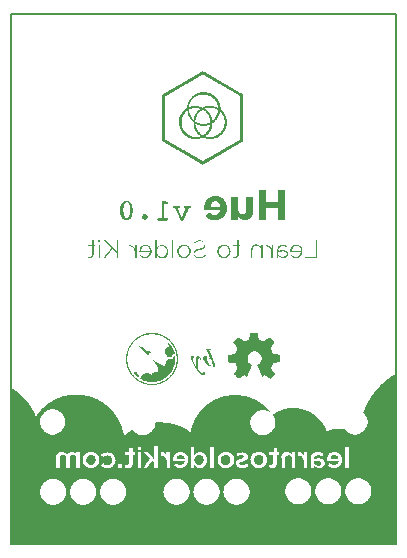
<source format=gbo>
G04 MADE WITH FRITZING*
G04 WWW.FRITZING.ORG*
G04 DOUBLE SIDED*
G04 HOLES PLATED*
G04 CONTOUR ON CENTER OF CONTOUR VECTOR*
%ASAXBY*%
%FSLAX23Y23*%
%MOIN*%
%OFA0B0*%
%SFA1.0B1.0*%
%ADD10R,1.291340X1.771650X1.275340X1.755650*%
%ADD11C,0.008000*%
%ADD12R,0.001000X0.001000*%
%LNSILK0*%
G90*
G70*
G54D11*
X4Y1768D02*
X1287Y1768D01*
X1287Y4D01*
X4Y4D01*
X4Y1768D01*
D02*
G54D12*
X642Y1577D02*
X645Y1577D01*
X640Y1576D02*
X647Y1576D01*
X639Y1575D02*
X648Y1575D01*
X637Y1574D02*
X650Y1574D01*
X635Y1573D02*
X652Y1573D01*
X634Y1572D02*
X653Y1572D01*
X632Y1571D02*
X655Y1571D01*
X630Y1570D02*
X657Y1570D01*
X628Y1569D02*
X659Y1569D01*
X627Y1568D02*
X660Y1568D01*
X625Y1567D02*
X662Y1567D01*
X623Y1566D02*
X642Y1566D01*
X646Y1566D02*
X664Y1566D01*
X622Y1565D02*
X640Y1565D01*
X647Y1565D02*
X665Y1565D01*
X620Y1564D02*
X638Y1564D01*
X649Y1564D02*
X667Y1564D01*
X618Y1563D02*
X636Y1563D01*
X651Y1563D02*
X669Y1563D01*
X616Y1562D02*
X635Y1562D01*
X653Y1562D02*
X671Y1562D01*
X615Y1561D02*
X633Y1561D01*
X654Y1561D02*
X672Y1561D01*
X613Y1560D02*
X631Y1560D01*
X656Y1560D02*
X674Y1560D01*
X611Y1559D02*
X630Y1559D01*
X658Y1559D02*
X676Y1559D01*
X610Y1558D02*
X628Y1558D01*
X660Y1558D02*
X677Y1558D01*
X608Y1557D02*
X626Y1557D01*
X661Y1557D02*
X679Y1557D01*
X606Y1556D02*
X624Y1556D01*
X663Y1556D02*
X681Y1556D01*
X604Y1555D02*
X623Y1555D01*
X665Y1555D02*
X683Y1555D01*
X603Y1554D02*
X621Y1554D01*
X667Y1554D02*
X684Y1554D01*
X601Y1553D02*
X619Y1553D01*
X668Y1553D02*
X686Y1553D01*
X599Y1552D02*
X618Y1552D01*
X670Y1552D02*
X688Y1552D01*
X598Y1551D02*
X616Y1551D01*
X672Y1551D02*
X690Y1551D01*
X596Y1550D02*
X614Y1550D01*
X674Y1550D02*
X691Y1550D01*
X594Y1549D02*
X612Y1549D01*
X675Y1549D02*
X693Y1549D01*
X592Y1548D02*
X611Y1548D01*
X677Y1548D02*
X695Y1548D01*
X591Y1547D02*
X609Y1547D01*
X679Y1547D02*
X696Y1547D01*
X589Y1546D02*
X607Y1546D01*
X681Y1546D02*
X698Y1546D01*
X587Y1545D02*
X606Y1545D01*
X682Y1545D02*
X700Y1545D01*
X586Y1544D02*
X604Y1544D01*
X684Y1544D02*
X702Y1544D01*
X584Y1543D02*
X602Y1543D01*
X686Y1543D02*
X703Y1543D01*
X582Y1542D02*
X600Y1542D01*
X687Y1542D02*
X705Y1542D01*
X580Y1541D02*
X599Y1541D01*
X689Y1541D02*
X707Y1541D01*
X579Y1540D02*
X597Y1540D01*
X691Y1540D02*
X708Y1540D01*
X577Y1539D02*
X595Y1539D01*
X693Y1539D02*
X710Y1539D01*
X575Y1538D02*
X594Y1538D01*
X694Y1538D02*
X712Y1538D01*
X574Y1537D02*
X592Y1537D01*
X696Y1537D02*
X714Y1537D01*
X572Y1536D02*
X590Y1536D01*
X698Y1536D02*
X715Y1536D01*
X570Y1535D02*
X588Y1535D01*
X700Y1535D02*
X717Y1535D01*
X568Y1534D02*
X587Y1534D01*
X701Y1534D02*
X719Y1534D01*
X567Y1533D02*
X585Y1533D01*
X703Y1533D02*
X720Y1533D01*
X565Y1532D02*
X583Y1532D01*
X705Y1532D02*
X722Y1532D01*
X563Y1531D02*
X582Y1531D01*
X707Y1531D02*
X724Y1531D01*
X562Y1530D02*
X580Y1530D01*
X708Y1530D02*
X726Y1530D01*
X560Y1529D02*
X578Y1529D01*
X710Y1529D02*
X727Y1529D01*
X558Y1528D02*
X576Y1528D01*
X712Y1528D02*
X729Y1528D01*
X556Y1527D02*
X575Y1527D01*
X714Y1527D02*
X731Y1527D01*
X555Y1526D02*
X573Y1526D01*
X715Y1526D02*
X732Y1526D01*
X553Y1525D02*
X571Y1525D01*
X717Y1525D02*
X734Y1525D01*
X551Y1524D02*
X570Y1524D01*
X719Y1524D02*
X736Y1524D01*
X550Y1523D02*
X568Y1523D01*
X721Y1523D02*
X738Y1523D01*
X548Y1522D02*
X566Y1522D01*
X722Y1522D02*
X739Y1522D01*
X546Y1521D02*
X564Y1521D01*
X724Y1521D02*
X741Y1521D01*
X544Y1520D02*
X563Y1520D01*
X726Y1520D02*
X743Y1520D01*
X543Y1519D02*
X561Y1519D01*
X728Y1519D02*
X744Y1519D01*
X541Y1518D02*
X559Y1518D01*
X729Y1518D02*
X746Y1518D01*
X539Y1517D02*
X558Y1517D01*
X731Y1517D02*
X748Y1517D01*
X538Y1516D02*
X556Y1516D01*
X733Y1516D02*
X750Y1516D01*
X536Y1515D02*
X554Y1515D01*
X735Y1515D02*
X751Y1515D01*
X534Y1514D02*
X553Y1514D01*
X736Y1514D02*
X753Y1514D01*
X532Y1513D02*
X551Y1513D01*
X738Y1513D02*
X755Y1513D01*
X531Y1512D02*
X549Y1512D01*
X740Y1512D02*
X756Y1512D01*
X529Y1511D02*
X547Y1511D01*
X742Y1511D02*
X758Y1511D01*
X527Y1510D02*
X546Y1510D01*
X743Y1510D02*
X760Y1510D01*
X526Y1509D02*
X544Y1509D01*
X745Y1509D02*
X762Y1509D01*
X524Y1508D02*
X542Y1508D01*
X646Y1508D02*
X647Y1508D01*
X747Y1508D02*
X763Y1508D01*
X522Y1507D02*
X541Y1507D01*
X636Y1507D02*
X656Y1507D01*
X749Y1507D02*
X765Y1507D01*
X520Y1506D02*
X539Y1506D01*
X632Y1506D02*
X661Y1506D01*
X750Y1506D02*
X767Y1506D01*
X519Y1505D02*
X537Y1505D01*
X629Y1505D02*
X664Y1505D01*
X752Y1505D02*
X768Y1505D01*
X517Y1504D02*
X535Y1504D01*
X626Y1504D02*
X667Y1504D01*
X754Y1504D02*
X770Y1504D01*
X515Y1503D02*
X534Y1503D01*
X624Y1503D02*
X669Y1503D01*
X756Y1503D02*
X772Y1503D01*
X514Y1502D02*
X532Y1502D01*
X622Y1502D02*
X671Y1502D01*
X757Y1502D02*
X774Y1502D01*
X512Y1501D02*
X530Y1501D01*
X620Y1501D02*
X673Y1501D01*
X759Y1501D02*
X775Y1501D01*
X510Y1500D02*
X529Y1500D01*
X619Y1500D02*
X675Y1500D01*
X761Y1500D02*
X777Y1500D01*
X509Y1499D02*
X527Y1499D01*
X617Y1499D02*
X636Y1499D01*
X652Y1499D02*
X676Y1499D01*
X763Y1499D02*
X778Y1499D01*
X509Y1498D02*
X525Y1498D01*
X616Y1498D02*
X631Y1498D01*
X657Y1498D02*
X678Y1498D01*
X764Y1498D02*
X778Y1498D01*
X509Y1497D02*
X523Y1497D01*
X614Y1497D02*
X628Y1497D01*
X661Y1497D02*
X679Y1497D01*
X766Y1497D02*
X778Y1497D01*
X509Y1496D02*
X522Y1496D01*
X613Y1496D02*
X625Y1496D01*
X664Y1496D02*
X680Y1496D01*
X768Y1496D02*
X778Y1496D01*
X509Y1495D02*
X520Y1495D01*
X612Y1495D02*
X623Y1495D01*
X666Y1495D02*
X682Y1495D01*
X769Y1495D02*
X778Y1495D01*
X509Y1494D02*
X519Y1494D01*
X611Y1494D02*
X621Y1494D01*
X668Y1494D02*
X683Y1494D01*
X769Y1494D02*
X778Y1494D01*
X509Y1493D02*
X518Y1493D01*
X609Y1493D02*
X619Y1493D01*
X670Y1493D02*
X684Y1493D01*
X769Y1493D02*
X778Y1493D01*
X509Y1492D02*
X518Y1492D01*
X608Y1492D02*
X617Y1492D01*
X672Y1492D02*
X685Y1492D01*
X769Y1492D02*
X778Y1492D01*
X509Y1491D02*
X518Y1491D01*
X607Y1491D02*
X616Y1491D01*
X674Y1491D02*
X686Y1491D01*
X769Y1491D02*
X778Y1491D01*
X509Y1490D02*
X518Y1490D01*
X607Y1490D02*
X614Y1490D01*
X675Y1490D02*
X687Y1490D01*
X769Y1490D02*
X778Y1490D01*
X509Y1489D02*
X518Y1489D01*
X606Y1489D02*
X613Y1489D01*
X676Y1489D02*
X688Y1489D01*
X769Y1489D02*
X778Y1489D01*
X509Y1488D02*
X518Y1488D01*
X605Y1488D02*
X612Y1488D01*
X678Y1488D02*
X689Y1488D01*
X769Y1488D02*
X778Y1488D01*
X509Y1487D02*
X518Y1487D01*
X604Y1487D02*
X611Y1487D01*
X679Y1487D02*
X689Y1487D01*
X769Y1487D02*
X778Y1487D01*
X509Y1486D02*
X518Y1486D01*
X603Y1486D02*
X610Y1486D01*
X680Y1486D02*
X690Y1486D01*
X769Y1486D02*
X778Y1486D01*
X509Y1485D02*
X518Y1485D01*
X602Y1485D02*
X609Y1485D01*
X681Y1485D02*
X691Y1485D01*
X769Y1485D02*
X778Y1485D01*
X509Y1484D02*
X518Y1484D01*
X602Y1484D02*
X608Y1484D01*
X682Y1484D02*
X692Y1484D01*
X769Y1484D02*
X778Y1484D01*
X509Y1483D02*
X518Y1483D01*
X601Y1483D02*
X607Y1483D01*
X683Y1483D02*
X692Y1483D01*
X769Y1483D02*
X778Y1483D01*
X509Y1482D02*
X518Y1482D01*
X600Y1482D02*
X606Y1482D01*
X684Y1482D02*
X693Y1482D01*
X769Y1482D02*
X778Y1482D01*
X509Y1481D02*
X518Y1481D01*
X600Y1481D02*
X605Y1481D01*
X685Y1481D02*
X694Y1481D01*
X769Y1481D02*
X778Y1481D01*
X509Y1480D02*
X518Y1480D01*
X599Y1480D02*
X604Y1480D01*
X685Y1480D02*
X694Y1480D01*
X769Y1480D02*
X778Y1480D01*
X509Y1479D02*
X518Y1479D01*
X598Y1479D02*
X604Y1479D01*
X686Y1479D02*
X695Y1479D01*
X769Y1479D02*
X778Y1479D01*
X509Y1478D02*
X518Y1478D01*
X598Y1478D02*
X603Y1478D01*
X687Y1478D02*
X695Y1478D01*
X769Y1478D02*
X778Y1478D01*
X509Y1477D02*
X518Y1477D01*
X597Y1477D02*
X602Y1477D01*
X687Y1477D02*
X696Y1477D01*
X769Y1477D02*
X778Y1477D01*
X509Y1476D02*
X518Y1476D01*
X597Y1476D02*
X602Y1476D01*
X688Y1476D02*
X696Y1476D01*
X769Y1476D02*
X778Y1476D01*
X509Y1475D02*
X518Y1475D01*
X596Y1475D02*
X601Y1475D01*
X689Y1475D02*
X697Y1475D01*
X769Y1475D02*
X778Y1475D01*
X509Y1474D02*
X518Y1474D01*
X596Y1474D02*
X601Y1474D01*
X689Y1474D02*
X697Y1474D01*
X769Y1474D02*
X778Y1474D01*
X509Y1473D02*
X518Y1473D01*
X595Y1473D02*
X600Y1473D01*
X690Y1473D02*
X698Y1473D01*
X769Y1473D02*
X778Y1473D01*
X509Y1472D02*
X518Y1472D01*
X595Y1472D02*
X600Y1472D01*
X690Y1472D02*
X698Y1472D01*
X769Y1472D02*
X778Y1472D01*
X509Y1471D02*
X518Y1471D01*
X595Y1471D02*
X599Y1471D01*
X691Y1471D02*
X698Y1471D01*
X769Y1471D02*
X778Y1471D01*
X509Y1470D02*
X518Y1470D01*
X594Y1470D02*
X599Y1470D01*
X691Y1470D02*
X699Y1470D01*
X769Y1470D02*
X778Y1470D01*
X509Y1469D02*
X518Y1469D01*
X594Y1469D02*
X598Y1469D01*
X691Y1469D02*
X699Y1469D01*
X769Y1469D02*
X778Y1469D01*
X509Y1468D02*
X518Y1468D01*
X594Y1468D02*
X598Y1468D01*
X692Y1468D02*
X700Y1468D01*
X769Y1468D02*
X778Y1468D01*
X509Y1467D02*
X518Y1467D01*
X593Y1467D02*
X598Y1467D01*
X692Y1467D02*
X700Y1467D01*
X769Y1467D02*
X778Y1467D01*
X509Y1466D02*
X518Y1466D01*
X593Y1466D02*
X597Y1466D01*
X692Y1466D02*
X700Y1466D01*
X769Y1466D02*
X778Y1466D01*
X509Y1465D02*
X518Y1465D01*
X593Y1465D02*
X597Y1465D01*
X693Y1465D02*
X700Y1465D01*
X769Y1465D02*
X778Y1465D01*
X509Y1464D02*
X518Y1464D01*
X592Y1464D02*
X597Y1464D01*
X693Y1464D02*
X701Y1464D01*
X769Y1464D02*
X778Y1464D01*
X509Y1463D02*
X518Y1463D01*
X592Y1463D02*
X596Y1463D01*
X693Y1463D02*
X701Y1463D01*
X769Y1463D02*
X778Y1463D01*
X509Y1462D02*
X518Y1462D01*
X592Y1462D02*
X596Y1462D01*
X693Y1462D02*
X701Y1462D01*
X769Y1462D02*
X778Y1462D01*
X509Y1461D02*
X518Y1461D01*
X592Y1461D02*
X596Y1461D01*
X609Y1461D02*
X626Y1461D01*
X657Y1461D02*
X675Y1461D01*
X694Y1461D02*
X701Y1461D01*
X769Y1461D02*
X778Y1461D01*
X509Y1460D02*
X518Y1460D01*
X592Y1460D02*
X596Y1460D01*
X604Y1460D02*
X630Y1460D01*
X652Y1460D02*
X680Y1460D01*
X694Y1460D02*
X701Y1460D01*
X769Y1460D02*
X778Y1460D01*
X509Y1459D02*
X518Y1459D01*
X591Y1459D02*
X596Y1459D01*
X600Y1459D02*
X634Y1459D01*
X649Y1459D02*
X683Y1459D01*
X694Y1459D02*
X701Y1459D01*
X769Y1459D02*
X778Y1459D01*
X509Y1458D02*
X518Y1458D01*
X591Y1458D02*
X596Y1458D01*
X598Y1458D02*
X637Y1458D01*
X646Y1458D02*
X686Y1458D01*
X694Y1458D02*
X702Y1458D01*
X769Y1458D02*
X778Y1458D01*
X509Y1457D02*
X518Y1457D01*
X591Y1457D02*
X639Y1457D01*
X644Y1457D02*
X689Y1457D01*
X694Y1457D02*
X702Y1457D01*
X769Y1457D02*
X778Y1457D01*
X509Y1456D02*
X518Y1456D01*
X591Y1456D02*
X662Y1456D01*
X671Y1456D02*
X691Y1456D01*
X694Y1456D02*
X702Y1456D01*
X769Y1456D02*
X778Y1456D01*
X509Y1455D02*
X518Y1455D01*
X591Y1455D02*
X656Y1455D01*
X678Y1455D02*
X702Y1455D01*
X769Y1455D02*
X778Y1455D01*
X509Y1454D02*
X518Y1454D01*
X590Y1454D02*
X610Y1454D01*
X628Y1454D02*
X652Y1454D01*
X682Y1454D02*
X702Y1454D01*
X769Y1454D02*
X778Y1454D01*
X509Y1453D02*
X518Y1453D01*
X588Y1453D02*
X606Y1453D01*
X632Y1453D02*
X651Y1453D01*
X685Y1453D02*
X702Y1453D01*
X769Y1453D02*
X778Y1453D01*
X509Y1452D02*
X518Y1452D01*
X587Y1452D02*
X603Y1452D01*
X635Y1452D02*
X652Y1452D01*
X688Y1452D02*
X702Y1452D01*
X769Y1452D02*
X778Y1452D01*
X509Y1451D02*
X518Y1451D01*
X586Y1451D02*
X600Y1451D01*
X634Y1451D02*
X653Y1451D01*
X690Y1451D02*
X702Y1451D01*
X769Y1451D02*
X778Y1451D01*
X509Y1450D02*
X518Y1450D01*
X584Y1450D02*
X598Y1450D01*
X633Y1450D02*
X655Y1450D01*
X691Y1450D02*
X703Y1450D01*
X769Y1450D02*
X778Y1450D01*
X509Y1449D02*
X518Y1449D01*
X583Y1449D02*
X597Y1449D01*
X631Y1449D02*
X656Y1449D01*
X693Y1449D02*
X704Y1449D01*
X769Y1449D02*
X778Y1449D01*
X509Y1448D02*
X518Y1448D01*
X582Y1448D02*
X597Y1448D01*
X630Y1448D02*
X641Y1448D01*
X646Y1448D02*
X657Y1448D01*
X694Y1448D02*
X705Y1448D01*
X769Y1448D02*
X778Y1448D01*
X509Y1447D02*
X518Y1447D01*
X581Y1447D02*
X597Y1447D01*
X629Y1447D02*
X639Y1447D01*
X647Y1447D02*
X658Y1447D01*
X694Y1447D02*
X706Y1447D01*
X769Y1447D02*
X778Y1447D01*
X509Y1446D02*
X518Y1446D01*
X580Y1446D02*
X597Y1446D01*
X628Y1446D02*
X638Y1446D01*
X649Y1446D02*
X659Y1446D01*
X694Y1446D02*
X707Y1446D01*
X769Y1446D02*
X778Y1446D01*
X509Y1445D02*
X518Y1445D01*
X579Y1445D02*
X590Y1445D01*
X592Y1445D02*
X597Y1445D01*
X627Y1445D02*
X636Y1445D01*
X650Y1445D02*
X660Y1445D01*
X694Y1445D02*
X708Y1445D01*
X769Y1445D02*
X778Y1445D01*
X509Y1444D02*
X518Y1444D01*
X578Y1444D02*
X589Y1444D01*
X593Y1444D02*
X597Y1444D01*
X626Y1444D02*
X635Y1444D01*
X652Y1444D02*
X660Y1444D01*
X694Y1444D02*
X709Y1444D01*
X769Y1444D02*
X778Y1444D01*
X509Y1443D02*
X518Y1443D01*
X577Y1443D02*
X588Y1443D01*
X593Y1443D02*
X597Y1443D01*
X625Y1443D02*
X634Y1443D01*
X653Y1443D02*
X661Y1443D01*
X694Y1443D02*
X710Y1443D01*
X769Y1443D02*
X778Y1443D01*
X509Y1442D02*
X518Y1442D01*
X576Y1442D02*
X587Y1442D01*
X593Y1442D02*
X598Y1442D01*
X624Y1442D02*
X633Y1442D01*
X654Y1442D02*
X662Y1442D01*
X694Y1442D02*
X711Y1442D01*
X769Y1442D02*
X778Y1442D01*
X509Y1441D02*
X518Y1441D01*
X576Y1441D02*
X586Y1441D01*
X593Y1441D02*
X598Y1441D01*
X624Y1441D02*
X632Y1441D01*
X655Y1441D02*
X663Y1441D01*
X693Y1441D02*
X700Y1441D01*
X703Y1441D02*
X711Y1441D01*
X769Y1441D02*
X778Y1441D01*
X509Y1440D02*
X518Y1440D01*
X575Y1440D02*
X585Y1440D01*
X593Y1440D02*
X598Y1440D01*
X623Y1440D02*
X631Y1440D01*
X656Y1440D02*
X664Y1440D01*
X693Y1440D02*
X700Y1440D01*
X704Y1440D02*
X712Y1440D01*
X769Y1440D02*
X778Y1440D01*
X509Y1439D02*
X518Y1439D01*
X574Y1439D02*
X584Y1439D01*
X593Y1439D02*
X598Y1439D01*
X622Y1439D02*
X630Y1439D01*
X657Y1439D02*
X664Y1439D01*
X693Y1439D02*
X700Y1439D01*
X705Y1439D02*
X713Y1439D01*
X769Y1439D02*
X778Y1439D01*
X509Y1438D02*
X518Y1438D01*
X574Y1438D02*
X583Y1438D01*
X594Y1438D02*
X599Y1438D01*
X622Y1438D02*
X629Y1438D01*
X658Y1438D02*
X665Y1438D01*
X693Y1438D02*
X700Y1438D01*
X706Y1438D02*
X714Y1438D01*
X769Y1438D02*
X778Y1438D01*
X509Y1437D02*
X518Y1437D01*
X573Y1437D02*
X582Y1437D01*
X594Y1437D02*
X599Y1437D01*
X621Y1437D02*
X628Y1437D01*
X659Y1437D02*
X666Y1437D01*
X692Y1437D02*
X699Y1437D01*
X707Y1437D02*
X714Y1437D01*
X769Y1437D02*
X778Y1437D01*
X509Y1436D02*
X518Y1436D01*
X572Y1436D02*
X582Y1436D01*
X594Y1436D02*
X599Y1436D01*
X620Y1436D02*
X627Y1436D01*
X659Y1436D02*
X666Y1436D01*
X692Y1436D02*
X699Y1436D01*
X707Y1436D02*
X715Y1436D01*
X769Y1436D02*
X778Y1436D01*
X509Y1435D02*
X518Y1435D01*
X572Y1435D02*
X581Y1435D01*
X595Y1435D02*
X600Y1435D01*
X620Y1435D02*
X627Y1435D01*
X660Y1435D02*
X667Y1435D01*
X691Y1435D02*
X699Y1435D01*
X708Y1435D02*
X715Y1435D01*
X769Y1435D02*
X778Y1435D01*
X509Y1434D02*
X518Y1434D01*
X571Y1434D02*
X580Y1434D01*
X595Y1434D02*
X600Y1434D01*
X619Y1434D02*
X626Y1434D01*
X661Y1434D02*
X667Y1434D01*
X691Y1434D02*
X698Y1434D01*
X709Y1434D02*
X716Y1434D01*
X769Y1434D02*
X778Y1434D01*
X509Y1433D02*
X518Y1433D01*
X571Y1433D02*
X580Y1433D01*
X595Y1433D02*
X600Y1433D01*
X619Y1433D02*
X625Y1433D01*
X662Y1433D02*
X668Y1433D01*
X691Y1433D02*
X698Y1433D01*
X709Y1433D02*
X717Y1433D01*
X769Y1433D02*
X778Y1433D01*
X509Y1432D02*
X518Y1432D01*
X570Y1432D02*
X579Y1432D01*
X596Y1432D02*
X601Y1432D01*
X618Y1432D02*
X625Y1432D01*
X662Y1432D02*
X668Y1432D01*
X690Y1432D02*
X698Y1432D01*
X710Y1432D02*
X717Y1432D01*
X769Y1432D02*
X778Y1432D01*
X509Y1431D02*
X518Y1431D01*
X570Y1431D02*
X578Y1431D01*
X596Y1431D02*
X601Y1431D01*
X618Y1431D02*
X624Y1431D01*
X663Y1431D02*
X669Y1431D01*
X690Y1431D02*
X697Y1431D01*
X711Y1431D02*
X718Y1431D01*
X769Y1431D02*
X778Y1431D01*
X509Y1430D02*
X518Y1430D01*
X569Y1430D02*
X578Y1430D01*
X596Y1430D02*
X602Y1430D01*
X617Y1430D02*
X624Y1430D01*
X663Y1430D02*
X669Y1430D01*
X689Y1430D02*
X697Y1430D01*
X711Y1430D02*
X718Y1430D01*
X769Y1430D02*
X778Y1430D01*
X509Y1429D02*
X518Y1429D01*
X569Y1429D02*
X577Y1429D01*
X597Y1429D02*
X602Y1429D01*
X617Y1429D02*
X623Y1429D01*
X664Y1429D02*
X670Y1429D01*
X689Y1429D02*
X696Y1429D01*
X712Y1429D02*
X718Y1429D01*
X769Y1429D02*
X778Y1429D01*
X509Y1428D02*
X518Y1428D01*
X568Y1428D02*
X577Y1428D01*
X597Y1428D02*
X603Y1428D01*
X616Y1428D02*
X623Y1428D01*
X664Y1428D02*
X670Y1428D01*
X688Y1428D02*
X696Y1428D01*
X712Y1428D02*
X719Y1428D01*
X769Y1428D02*
X778Y1428D01*
X509Y1427D02*
X518Y1427D01*
X568Y1427D02*
X576Y1427D01*
X598Y1427D02*
X603Y1427D01*
X616Y1427D02*
X622Y1427D01*
X665Y1427D02*
X671Y1427D01*
X688Y1427D02*
X695Y1427D01*
X713Y1427D02*
X719Y1427D01*
X769Y1427D02*
X778Y1427D01*
X509Y1426D02*
X518Y1426D01*
X567Y1426D02*
X576Y1426D01*
X598Y1426D02*
X604Y1426D01*
X616Y1426D02*
X622Y1426D01*
X665Y1426D02*
X671Y1426D01*
X687Y1426D02*
X695Y1426D01*
X713Y1426D02*
X720Y1426D01*
X769Y1426D02*
X778Y1426D01*
X509Y1425D02*
X518Y1425D01*
X567Y1425D02*
X575Y1425D01*
X599Y1425D02*
X605Y1425D01*
X615Y1425D02*
X621Y1425D01*
X666Y1425D02*
X671Y1425D01*
X686Y1425D02*
X694Y1425D01*
X714Y1425D02*
X720Y1425D01*
X769Y1425D02*
X778Y1425D01*
X509Y1424D02*
X518Y1424D01*
X567Y1424D02*
X575Y1424D01*
X600Y1424D02*
X605Y1424D01*
X615Y1424D02*
X621Y1424D01*
X666Y1424D02*
X672Y1424D01*
X686Y1424D02*
X694Y1424D01*
X714Y1424D02*
X720Y1424D01*
X769Y1424D02*
X778Y1424D01*
X509Y1423D02*
X518Y1423D01*
X566Y1423D02*
X575Y1423D01*
X600Y1423D02*
X606Y1423D01*
X615Y1423D02*
X620Y1423D01*
X666Y1423D02*
X672Y1423D01*
X685Y1423D02*
X693Y1423D01*
X714Y1423D02*
X721Y1423D01*
X769Y1423D02*
X778Y1423D01*
X509Y1422D02*
X518Y1422D01*
X566Y1422D02*
X574Y1422D01*
X601Y1422D02*
X607Y1422D01*
X614Y1422D02*
X620Y1422D01*
X667Y1422D02*
X672Y1422D01*
X684Y1422D02*
X692Y1422D01*
X715Y1422D02*
X721Y1422D01*
X769Y1422D02*
X778Y1422D01*
X509Y1421D02*
X518Y1421D01*
X566Y1421D02*
X574Y1421D01*
X601Y1421D02*
X607Y1421D01*
X614Y1421D02*
X620Y1421D01*
X667Y1421D02*
X672Y1421D01*
X683Y1421D02*
X692Y1421D01*
X715Y1421D02*
X721Y1421D01*
X769Y1421D02*
X778Y1421D01*
X509Y1420D02*
X518Y1420D01*
X566Y1420D02*
X574Y1420D01*
X602Y1420D02*
X608Y1420D01*
X614Y1420D02*
X620Y1420D01*
X668Y1420D02*
X673Y1420D01*
X683Y1420D02*
X691Y1420D01*
X715Y1420D02*
X721Y1420D01*
X769Y1420D02*
X778Y1420D01*
X509Y1419D02*
X518Y1419D01*
X565Y1419D02*
X573Y1419D01*
X603Y1419D02*
X609Y1419D01*
X614Y1419D02*
X619Y1419D01*
X668Y1419D02*
X673Y1419D01*
X682Y1419D02*
X690Y1419D01*
X715Y1419D02*
X722Y1419D01*
X769Y1419D02*
X778Y1419D01*
X509Y1418D02*
X518Y1418D01*
X565Y1418D02*
X573Y1418D01*
X604Y1418D02*
X610Y1418D01*
X614Y1418D02*
X619Y1418D01*
X668Y1418D02*
X673Y1418D01*
X681Y1418D02*
X690Y1418D01*
X716Y1418D02*
X722Y1418D01*
X769Y1418D02*
X778Y1418D01*
X509Y1417D02*
X518Y1417D01*
X565Y1417D02*
X573Y1417D01*
X604Y1417D02*
X611Y1417D01*
X613Y1417D02*
X619Y1417D01*
X668Y1417D02*
X673Y1417D01*
X680Y1417D02*
X689Y1417D01*
X716Y1417D02*
X722Y1417D01*
X769Y1417D02*
X778Y1417D01*
X509Y1416D02*
X518Y1416D01*
X565Y1416D02*
X573Y1416D01*
X605Y1416D02*
X619Y1416D01*
X668Y1416D02*
X673Y1416D01*
X679Y1416D02*
X688Y1416D01*
X716Y1416D02*
X722Y1416D01*
X769Y1416D02*
X778Y1416D01*
X509Y1415D02*
X518Y1415D01*
X565Y1415D02*
X572Y1415D01*
X606Y1415D02*
X619Y1415D01*
X669Y1415D02*
X674Y1415D01*
X678Y1415D02*
X687Y1415D01*
X716Y1415D02*
X722Y1415D01*
X769Y1415D02*
X778Y1415D01*
X509Y1414D02*
X518Y1414D01*
X565Y1414D02*
X572Y1414D01*
X607Y1414D02*
X618Y1414D01*
X669Y1414D02*
X674Y1414D01*
X676Y1414D02*
X686Y1414D01*
X716Y1414D02*
X722Y1414D01*
X769Y1414D02*
X778Y1414D01*
X509Y1413D02*
X518Y1413D01*
X564Y1413D02*
X572Y1413D01*
X608Y1413D02*
X618Y1413D01*
X669Y1413D02*
X685Y1413D01*
X717Y1413D02*
X723Y1413D01*
X769Y1413D02*
X778Y1413D01*
X509Y1412D02*
X518Y1412D01*
X564Y1412D02*
X572Y1412D01*
X609Y1412D02*
X618Y1412D01*
X669Y1412D02*
X684Y1412D01*
X717Y1412D02*
X723Y1412D01*
X769Y1412D02*
X778Y1412D01*
X509Y1411D02*
X518Y1411D01*
X564Y1411D02*
X572Y1411D01*
X610Y1411D02*
X618Y1411D01*
X669Y1411D02*
X683Y1411D01*
X717Y1411D02*
X723Y1411D01*
X769Y1411D02*
X778Y1411D01*
X509Y1410D02*
X518Y1410D01*
X564Y1410D02*
X572Y1410D01*
X611Y1410D02*
X618Y1410D01*
X669Y1410D02*
X682Y1410D01*
X717Y1410D02*
X723Y1410D01*
X769Y1410D02*
X778Y1410D01*
X509Y1409D02*
X518Y1409D01*
X564Y1409D02*
X572Y1409D01*
X613Y1409D02*
X619Y1409D01*
X669Y1409D02*
X681Y1409D01*
X717Y1409D02*
X723Y1409D01*
X769Y1409D02*
X778Y1409D01*
X509Y1408D02*
X518Y1408D01*
X564Y1408D02*
X572Y1408D01*
X613Y1408D02*
X621Y1408D01*
X669Y1408D02*
X680Y1408D01*
X717Y1408D02*
X723Y1408D01*
X769Y1408D02*
X778Y1408D01*
X509Y1407D02*
X518Y1407D01*
X564Y1407D02*
X572Y1407D01*
X613Y1407D02*
X623Y1407D01*
X669Y1407D02*
X679Y1407D01*
X717Y1407D02*
X723Y1407D01*
X769Y1407D02*
X778Y1407D01*
X509Y1406D02*
X518Y1406D01*
X564Y1406D02*
X572Y1406D01*
X613Y1406D02*
X625Y1406D01*
X667Y1406D02*
X678Y1406D01*
X717Y1406D02*
X723Y1406D01*
X769Y1406D02*
X778Y1406D01*
X509Y1405D02*
X518Y1405D01*
X564Y1405D02*
X572Y1405D01*
X613Y1405D02*
X627Y1405D01*
X665Y1405D02*
X676Y1405D01*
X717Y1405D02*
X723Y1405D01*
X769Y1405D02*
X778Y1405D01*
X509Y1404D02*
X518Y1404D01*
X564Y1404D02*
X572Y1404D01*
X613Y1404D02*
X630Y1404D01*
X662Y1404D02*
X675Y1404D01*
X717Y1404D02*
X723Y1404D01*
X769Y1404D02*
X778Y1404D01*
X509Y1403D02*
X518Y1403D01*
X565Y1403D02*
X572Y1403D01*
X613Y1403D02*
X634Y1403D01*
X659Y1403D02*
X675Y1403D01*
X717Y1403D02*
X723Y1403D01*
X769Y1403D02*
X778Y1403D01*
X509Y1402D02*
X518Y1402D01*
X565Y1402D02*
X572Y1402D01*
X613Y1402D02*
X618Y1402D01*
X621Y1402D02*
X639Y1402D01*
X654Y1402D02*
X675Y1402D01*
X717Y1402D02*
X723Y1402D01*
X769Y1402D02*
X778Y1402D01*
X509Y1401D02*
X518Y1401D01*
X565Y1401D02*
X572Y1401D01*
X613Y1401D02*
X618Y1401D01*
X623Y1401D02*
X675Y1401D01*
X716Y1401D02*
X723Y1401D01*
X769Y1401D02*
X778Y1401D01*
X509Y1400D02*
X518Y1400D01*
X565Y1400D02*
X572Y1400D01*
X613Y1400D02*
X618Y1400D01*
X625Y1400D02*
X675Y1400D01*
X716Y1400D02*
X722Y1400D01*
X769Y1400D02*
X778Y1400D01*
X509Y1399D02*
X518Y1399D01*
X565Y1399D02*
X572Y1399D01*
X613Y1399D02*
X618Y1399D01*
X628Y1399D02*
X665Y1399D01*
X669Y1399D02*
X675Y1399D01*
X716Y1399D02*
X722Y1399D01*
X769Y1399D02*
X778Y1399D01*
X509Y1398D02*
X518Y1398D01*
X565Y1398D02*
X572Y1398D01*
X613Y1398D02*
X619Y1398D01*
X631Y1398D02*
X662Y1398D01*
X669Y1398D02*
X675Y1398D01*
X716Y1398D02*
X722Y1398D01*
X769Y1398D02*
X778Y1398D01*
X509Y1397D02*
X518Y1397D01*
X565Y1397D02*
X573Y1397D01*
X614Y1397D02*
X619Y1397D01*
X636Y1397D02*
X658Y1397D01*
X669Y1397D02*
X675Y1397D01*
X716Y1397D02*
X722Y1397D01*
X769Y1397D02*
X778Y1397D01*
X509Y1396D02*
X518Y1396D01*
X566Y1396D02*
X573Y1396D01*
X614Y1396D02*
X619Y1396D01*
X645Y1396D02*
X647Y1396D01*
X668Y1396D02*
X674Y1396D01*
X716Y1396D02*
X722Y1396D01*
X769Y1396D02*
X778Y1396D01*
X509Y1395D02*
X518Y1395D01*
X566Y1395D02*
X573Y1395D01*
X614Y1395D02*
X619Y1395D01*
X668Y1395D02*
X674Y1395D01*
X715Y1395D02*
X722Y1395D01*
X769Y1395D02*
X778Y1395D01*
X509Y1394D02*
X518Y1394D01*
X566Y1394D02*
X573Y1394D01*
X614Y1394D02*
X620Y1394D01*
X668Y1394D02*
X674Y1394D01*
X715Y1394D02*
X721Y1394D01*
X769Y1394D02*
X778Y1394D01*
X509Y1393D02*
X518Y1393D01*
X567Y1393D02*
X574Y1393D01*
X614Y1393D02*
X620Y1393D01*
X667Y1393D02*
X674Y1393D01*
X715Y1393D02*
X721Y1393D01*
X769Y1393D02*
X778Y1393D01*
X509Y1392D02*
X518Y1392D01*
X567Y1392D02*
X574Y1392D01*
X614Y1392D02*
X620Y1392D01*
X667Y1392D02*
X674Y1392D01*
X714Y1392D02*
X721Y1392D01*
X769Y1392D02*
X778Y1392D01*
X509Y1391D02*
X518Y1391D01*
X567Y1391D02*
X574Y1391D01*
X615Y1391D02*
X620Y1391D01*
X667Y1391D02*
X673Y1391D01*
X714Y1391D02*
X721Y1391D01*
X769Y1391D02*
X778Y1391D01*
X509Y1390D02*
X518Y1390D01*
X567Y1390D02*
X575Y1390D01*
X615Y1390D02*
X621Y1390D01*
X666Y1390D02*
X673Y1390D01*
X714Y1390D02*
X720Y1390D01*
X769Y1390D02*
X778Y1390D01*
X509Y1389D02*
X518Y1389D01*
X568Y1389D02*
X575Y1389D01*
X615Y1389D02*
X621Y1389D01*
X666Y1389D02*
X673Y1389D01*
X713Y1389D02*
X720Y1389D01*
X769Y1389D02*
X778Y1389D01*
X509Y1388D02*
X518Y1388D01*
X568Y1388D02*
X576Y1388D01*
X616Y1388D02*
X622Y1388D01*
X666Y1388D02*
X672Y1388D01*
X713Y1388D02*
X719Y1388D01*
X769Y1388D02*
X778Y1388D01*
X509Y1387D02*
X518Y1387D01*
X569Y1387D02*
X576Y1387D01*
X616Y1387D02*
X622Y1387D01*
X665Y1387D02*
X672Y1387D01*
X712Y1387D02*
X719Y1387D01*
X769Y1387D02*
X778Y1387D01*
X509Y1386D02*
X518Y1386D01*
X569Y1386D02*
X577Y1386D01*
X616Y1386D02*
X622Y1386D01*
X665Y1386D02*
X672Y1386D01*
X712Y1386D02*
X719Y1386D01*
X769Y1386D02*
X778Y1386D01*
X509Y1385D02*
X518Y1385D01*
X569Y1385D02*
X577Y1385D01*
X617Y1385D02*
X623Y1385D01*
X664Y1385D02*
X671Y1385D01*
X711Y1385D02*
X718Y1385D01*
X769Y1385D02*
X778Y1385D01*
X509Y1384D02*
X518Y1384D01*
X570Y1384D02*
X578Y1384D01*
X617Y1384D02*
X623Y1384D01*
X664Y1384D02*
X671Y1384D01*
X711Y1384D02*
X718Y1384D01*
X769Y1384D02*
X778Y1384D01*
X509Y1383D02*
X518Y1383D01*
X570Y1383D02*
X578Y1383D01*
X618Y1383D02*
X624Y1383D01*
X663Y1383D02*
X670Y1383D01*
X710Y1383D02*
X717Y1383D01*
X769Y1383D02*
X778Y1383D01*
X509Y1382D02*
X518Y1382D01*
X571Y1382D02*
X579Y1382D01*
X618Y1382D02*
X625Y1382D01*
X663Y1382D02*
X670Y1382D01*
X710Y1382D02*
X717Y1382D01*
X769Y1382D02*
X778Y1382D01*
X509Y1381D02*
X518Y1381D01*
X571Y1381D02*
X579Y1381D01*
X619Y1381D02*
X625Y1381D01*
X662Y1381D02*
X669Y1381D01*
X709Y1381D02*
X716Y1381D01*
X769Y1381D02*
X778Y1381D01*
X509Y1380D02*
X518Y1380D01*
X572Y1380D02*
X580Y1380D01*
X619Y1380D02*
X626Y1380D01*
X661Y1380D02*
X669Y1380D01*
X708Y1380D02*
X716Y1380D01*
X769Y1380D02*
X778Y1380D01*
X509Y1379D02*
X518Y1379D01*
X572Y1379D02*
X581Y1379D01*
X620Y1379D02*
X627Y1379D01*
X661Y1379D02*
X668Y1379D01*
X708Y1379D02*
X715Y1379D01*
X769Y1379D02*
X778Y1379D01*
X509Y1378D02*
X518Y1378D01*
X573Y1378D02*
X582Y1378D01*
X620Y1378D02*
X627Y1378D01*
X660Y1378D02*
X668Y1378D01*
X707Y1378D02*
X715Y1378D01*
X769Y1378D02*
X778Y1378D01*
X509Y1377D02*
X518Y1377D01*
X574Y1377D02*
X582Y1377D01*
X621Y1377D02*
X628Y1377D01*
X659Y1377D02*
X667Y1377D01*
X706Y1377D02*
X714Y1377D01*
X769Y1377D02*
X778Y1377D01*
X509Y1376D02*
X518Y1376D01*
X574Y1376D02*
X583Y1376D01*
X622Y1376D02*
X629Y1376D01*
X658Y1376D02*
X666Y1376D01*
X705Y1376D02*
X713Y1376D01*
X769Y1376D02*
X778Y1376D01*
X509Y1375D02*
X518Y1375D01*
X575Y1375D02*
X584Y1375D01*
X622Y1375D02*
X630Y1375D01*
X658Y1375D02*
X666Y1375D01*
X705Y1375D02*
X713Y1375D01*
X769Y1375D02*
X778Y1375D01*
X509Y1374D02*
X518Y1374D01*
X576Y1374D02*
X585Y1374D01*
X623Y1374D02*
X631Y1374D01*
X657Y1374D02*
X665Y1374D01*
X704Y1374D02*
X712Y1374D01*
X769Y1374D02*
X778Y1374D01*
X509Y1373D02*
X518Y1373D01*
X576Y1373D02*
X586Y1373D01*
X624Y1373D02*
X632Y1373D01*
X656Y1373D02*
X664Y1373D01*
X703Y1373D02*
X711Y1373D01*
X769Y1373D02*
X778Y1373D01*
X509Y1372D02*
X518Y1372D01*
X577Y1372D02*
X587Y1372D01*
X625Y1372D02*
X632Y1372D01*
X655Y1372D02*
X663Y1372D01*
X702Y1372D02*
X710Y1372D01*
X769Y1372D02*
X778Y1372D01*
X509Y1371D02*
X518Y1371D01*
X578Y1371D02*
X588Y1371D01*
X625Y1371D02*
X633Y1371D01*
X654Y1371D02*
X663Y1371D01*
X701Y1371D02*
X710Y1371D01*
X769Y1371D02*
X778Y1371D01*
X509Y1370D02*
X518Y1370D01*
X579Y1370D02*
X589Y1370D01*
X626Y1370D02*
X635Y1370D01*
X653Y1370D02*
X662Y1370D01*
X699Y1370D02*
X709Y1370D01*
X769Y1370D02*
X778Y1370D01*
X509Y1369D02*
X518Y1369D01*
X580Y1369D02*
X590Y1369D01*
X627Y1369D02*
X636Y1369D01*
X651Y1369D02*
X661Y1369D01*
X698Y1369D02*
X708Y1369D01*
X769Y1369D02*
X778Y1369D01*
X509Y1368D02*
X518Y1368D01*
X581Y1368D02*
X592Y1368D01*
X628Y1368D02*
X637Y1368D01*
X650Y1368D02*
X660Y1368D01*
X697Y1368D02*
X707Y1368D01*
X769Y1368D02*
X778Y1368D01*
X509Y1367D02*
X518Y1367D01*
X582Y1367D02*
X593Y1367D01*
X629Y1367D02*
X638Y1367D01*
X649Y1367D02*
X659Y1367D01*
X696Y1367D02*
X706Y1367D01*
X769Y1367D02*
X778Y1367D01*
X509Y1366D02*
X518Y1366D01*
X583Y1366D02*
X594Y1366D01*
X630Y1366D02*
X640Y1366D01*
X647Y1366D02*
X658Y1366D01*
X694Y1366D02*
X705Y1366D01*
X769Y1366D02*
X778Y1366D01*
X509Y1365D02*
X518Y1365D01*
X584Y1365D02*
X596Y1365D01*
X631Y1365D02*
X641Y1365D01*
X646Y1365D02*
X657Y1365D01*
X692Y1365D02*
X704Y1365D01*
X769Y1365D02*
X778Y1365D01*
X509Y1364D02*
X518Y1364D01*
X585Y1364D02*
X598Y1364D01*
X633Y1364D02*
X655Y1364D01*
X691Y1364D02*
X703Y1364D01*
X769Y1364D02*
X778Y1364D01*
X509Y1363D02*
X518Y1363D01*
X586Y1363D02*
X600Y1363D01*
X634Y1363D02*
X654Y1363D01*
X689Y1363D02*
X701Y1363D01*
X769Y1363D02*
X778Y1363D01*
X509Y1362D02*
X518Y1362D01*
X588Y1362D02*
X602Y1362D01*
X636Y1362D02*
X653Y1362D01*
X687Y1362D02*
X700Y1362D01*
X769Y1362D02*
X778Y1362D01*
X509Y1361D02*
X518Y1361D01*
X589Y1361D02*
X604Y1361D01*
X637Y1361D02*
X652Y1361D01*
X684Y1361D02*
X699Y1361D01*
X769Y1361D02*
X778Y1361D01*
X509Y1360D02*
X518Y1360D01*
X590Y1360D02*
X607Y1360D01*
X633Y1360D02*
X654Y1360D01*
X681Y1360D02*
X697Y1360D01*
X769Y1360D02*
X778Y1360D01*
X509Y1359D02*
X518Y1359D01*
X592Y1359D02*
X612Y1359D01*
X629Y1359D02*
X659Y1359D01*
X677Y1359D02*
X695Y1359D01*
X769Y1359D02*
X778Y1359D01*
X509Y1358D02*
X518Y1358D01*
X594Y1358D02*
X694Y1358D01*
X769Y1358D02*
X778Y1358D01*
X509Y1357D02*
X518Y1357D01*
X596Y1357D02*
X692Y1357D01*
X769Y1357D02*
X778Y1357D01*
X509Y1356D02*
X518Y1356D01*
X598Y1356D02*
X642Y1356D01*
X646Y1356D02*
X690Y1356D01*
X769Y1356D02*
X778Y1356D01*
X509Y1355D02*
X518Y1355D01*
X600Y1355D02*
X640Y1355D01*
X649Y1355D02*
X687Y1355D01*
X769Y1355D02*
X778Y1355D01*
X509Y1354D02*
X518Y1354D01*
X603Y1354D02*
X637Y1354D01*
X652Y1354D02*
X685Y1354D01*
X769Y1354D02*
X778Y1354D01*
X509Y1353D02*
X518Y1353D01*
X606Y1353D02*
X634Y1353D01*
X655Y1353D02*
X681Y1353D01*
X769Y1353D02*
X778Y1353D01*
X509Y1352D02*
X518Y1352D01*
X611Y1352D02*
X630Y1352D01*
X660Y1352D02*
X677Y1352D01*
X769Y1352D02*
X778Y1352D01*
X509Y1351D02*
X518Y1351D01*
X769Y1351D02*
X778Y1351D01*
X509Y1350D02*
X518Y1350D01*
X769Y1350D02*
X778Y1350D01*
X509Y1349D02*
X520Y1349D01*
X768Y1349D02*
X778Y1349D01*
X509Y1348D02*
X521Y1348D01*
X766Y1348D02*
X778Y1348D01*
X509Y1347D02*
X523Y1347D01*
X764Y1347D02*
X778Y1347D01*
X509Y1346D02*
X525Y1346D01*
X762Y1346D02*
X778Y1346D01*
X509Y1345D02*
X526Y1345D01*
X761Y1345D02*
X778Y1345D01*
X510Y1344D02*
X528Y1344D01*
X759Y1344D02*
X777Y1344D01*
X511Y1343D02*
X530Y1343D01*
X757Y1343D02*
X776Y1343D01*
X513Y1342D02*
X532Y1342D01*
X755Y1342D02*
X774Y1342D01*
X515Y1341D02*
X533Y1341D01*
X754Y1341D02*
X772Y1341D01*
X517Y1340D02*
X535Y1340D01*
X752Y1340D02*
X771Y1340D01*
X518Y1339D02*
X537Y1339D01*
X750Y1339D02*
X769Y1339D01*
X520Y1338D02*
X539Y1338D01*
X748Y1338D02*
X767Y1338D01*
X522Y1337D02*
X540Y1337D01*
X747Y1337D02*
X765Y1337D01*
X523Y1336D02*
X542Y1336D01*
X745Y1336D02*
X764Y1336D01*
X525Y1335D02*
X544Y1335D01*
X743Y1335D02*
X762Y1335D01*
X527Y1334D02*
X546Y1334D01*
X741Y1334D02*
X760Y1334D01*
X529Y1333D02*
X547Y1333D01*
X740Y1333D02*
X759Y1333D01*
X530Y1332D02*
X549Y1332D01*
X738Y1332D02*
X757Y1332D01*
X532Y1331D02*
X551Y1331D01*
X736Y1331D02*
X755Y1331D01*
X534Y1330D02*
X553Y1330D01*
X734Y1330D02*
X753Y1330D01*
X535Y1329D02*
X554Y1329D01*
X733Y1329D02*
X752Y1329D01*
X537Y1328D02*
X556Y1328D01*
X731Y1328D02*
X750Y1328D01*
X539Y1327D02*
X558Y1327D01*
X729Y1327D02*
X748Y1327D01*
X541Y1326D02*
X560Y1326D01*
X727Y1326D02*
X747Y1326D01*
X542Y1325D02*
X561Y1325D01*
X726Y1325D02*
X745Y1325D01*
X544Y1324D02*
X563Y1324D01*
X724Y1324D02*
X743Y1324D01*
X546Y1323D02*
X565Y1323D01*
X722Y1323D02*
X741Y1323D01*
X547Y1322D02*
X567Y1322D01*
X720Y1322D02*
X740Y1322D01*
X549Y1321D02*
X568Y1321D01*
X719Y1321D02*
X738Y1321D01*
X551Y1320D02*
X570Y1320D01*
X717Y1320D02*
X736Y1320D01*
X553Y1319D02*
X572Y1319D01*
X715Y1319D02*
X735Y1319D01*
X554Y1318D02*
X574Y1318D01*
X713Y1318D02*
X733Y1318D01*
X556Y1317D02*
X575Y1317D01*
X712Y1317D02*
X731Y1317D01*
X558Y1316D02*
X577Y1316D01*
X710Y1316D02*
X729Y1316D01*
X559Y1315D02*
X579Y1315D01*
X708Y1315D02*
X728Y1315D01*
X561Y1314D02*
X581Y1314D01*
X706Y1314D02*
X726Y1314D01*
X563Y1313D02*
X582Y1313D01*
X705Y1313D02*
X724Y1313D01*
X565Y1312D02*
X584Y1312D01*
X703Y1312D02*
X723Y1312D01*
X566Y1311D02*
X586Y1311D01*
X701Y1311D02*
X721Y1311D01*
X568Y1310D02*
X588Y1310D01*
X700Y1310D02*
X719Y1310D01*
X570Y1309D02*
X589Y1309D01*
X698Y1309D02*
X717Y1309D01*
X571Y1308D02*
X591Y1308D01*
X696Y1308D02*
X716Y1308D01*
X573Y1307D02*
X593Y1307D01*
X694Y1307D02*
X714Y1307D01*
X575Y1306D02*
X595Y1306D01*
X693Y1306D02*
X712Y1306D01*
X576Y1305D02*
X596Y1305D01*
X691Y1305D02*
X711Y1305D01*
X578Y1304D02*
X598Y1304D01*
X689Y1304D02*
X709Y1304D01*
X580Y1303D02*
X600Y1303D01*
X687Y1303D02*
X707Y1303D01*
X582Y1302D02*
X602Y1302D01*
X686Y1302D02*
X705Y1302D01*
X583Y1301D02*
X603Y1301D01*
X684Y1301D02*
X704Y1301D01*
X585Y1300D02*
X605Y1300D01*
X682Y1300D02*
X702Y1300D01*
X587Y1299D02*
X607Y1299D01*
X680Y1299D02*
X700Y1299D01*
X588Y1298D02*
X609Y1298D01*
X679Y1298D02*
X699Y1298D01*
X590Y1297D02*
X610Y1297D01*
X677Y1297D02*
X697Y1297D01*
X592Y1296D02*
X612Y1296D01*
X675Y1296D02*
X695Y1296D01*
X594Y1295D02*
X614Y1295D01*
X673Y1295D02*
X693Y1295D01*
X595Y1294D02*
X616Y1294D01*
X672Y1294D02*
X692Y1294D01*
X597Y1293D02*
X617Y1293D01*
X670Y1293D02*
X690Y1293D01*
X599Y1292D02*
X619Y1292D01*
X668Y1292D02*
X688Y1292D01*
X600Y1291D02*
X621Y1291D01*
X666Y1291D02*
X687Y1291D01*
X602Y1290D02*
X622Y1290D01*
X665Y1290D02*
X685Y1290D01*
X604Y1289D02*
X624Y1289D01*
X663Y1289D02*
X683Y1289D01*
X606Y1288D02*
X626Y1288D01*
X661Y1288D02*
X681Y1288D01*
X607Y1287D02*
X628Y1287D01*
X659Y1287D02*
X680Y1287D01*
X609Y1286D02*
X629Y1286D01*
X658Y1286D02*
X678Y1286D01*
X611Y1285D02*
X631Y1285D01*
X656Y1285D02*
X676Y1285D01*
X612Y1284D02*
X633Y1284D01*
X654Y1284D02*
X675Y1284D01*
X614Y1283D02*
X635Y1283D01*
X652Y1283D02*
X673Y1283D01*
X616Y1282D02*
X636Y1282D01*
X651Y1282D02*
X671Y1282D01*
X618Y1281D02*
X638Y1281D01*
X649Y1281D02*
X669Y1281D01*
X619Y1280D02*
X640Y1280D01*
X647Y1280D02*
X668Y1280D01*
X621Y1279D02*
X642Y1279D01*
X645Y1279D02*
X666Y1279D01*
X623Y1278D02*
X664Y1278D01*
X624Y1277D02*
X663Y1277D01*
X626Y1276D02*
X661Y1276D01*
X628Y1275D02*
X659Y1275D01*
X630Y1274D02*
X657Y1274D01*
X631Y1273D02*
X656Y1273D01*
X633Y1272D02*
X654Y1272D01*
X635Y1271D02*
X652Y1271D01*
X636Y1270D02*
X651Y1270D01*
X638Y1269D02*
X649Y1269D01*
X640Y1268D02*
X647Y1268D01*
X642Y1267D02*
X645Y1267D01*
X643Y1266D02*
X644Y1266D01*
X832Y1182D02*
X853Y1182D01*
X895Y1182D02*
X916Y1182D01*
X832Y1181D02*
X853Y1181D01*
X895Y1181D02*
X916Y1181D01*
X832Y1180D02*
X853Y1180D01*
X895Y1180D02*
X916Y1180D01*
X832Y1179D02*
X853Y1179D01*
X895Y1179D02*
X916Y1179D01*
X832Y1178D02*
X853Y1178D01*
X895Y1178D02*
X916Y1178D01*
X832Y1177D02*
X853Y1177D01*
X895Y1177D02*
X916Y1177D01*
X832Y1176D02*
X853Y1176D01*
X895Y1176D02*
X916Y1176D01*
X832Y1175D02*
X853Y1175D01*
X895Y1175D02*
X916Y1175D01*
X832Y1174D02*
X853Y1174D01*
X895Y1174D02*
X916Y1174D01*
X832Y1173D02*
X853Y1173D01*
X895Y1173D02*
X916Y1173D01*
X832Y1172D02*
X853Y1172D01*
X895Y1172D02*
X916Y1172D01*
X832Y1171D02*
X853Y1171D01*
X895Y1171D02*
X916Y1171D01*
X832Y1170D02*
X853Y1170D01*
X895Y1170D02*
X916Y1170D01*
X832Y1169D02*
X853Y1169D01*
X895Y1169D02*
X916Y1169D01*
X832Y1168D02*
X853Y1168D01*
X895Y1168D02*
X916Y1168D01*
X832Y1167D02*
X853Y1167D01*
X895Y1167D02*
X916Y1167D01*
X832Y1166D02*
X853Y1166D01*
X895Y1166D02*
X916Y1166D01*
X832Y1165D02*
X853Y1165D01*
X895Y1165D02*
X916Y1165D01*
X832Y1164D02*
X853Y1164D01*
X895Y1164D02*
X916Y1164D01*
X832Y1163D02*
X853Y1163D01*
X895Y1163D02*
X916Y1163D01*
X832Y1162D02*
X853Y1162D01*
X895Y1162D02*
X916Y1162D01*
X677Y1161D02*
X693Y1161D01*
X832Y1161D02*
X853Y1161D01*
X895Y1161D02*
X916Y1161D01*
X673Y1160D02*
X697Y1160D01*
X832Y1160D02*
X853Y1160D01*
X895Y1160D02*
X916Y1160D01*
X671Y1159D02*
X700Y1159D01*
X740Y1159D02*
X760Y1159D01*
X789Y1159D02*
X809Y1159D01*
X832Y1159D02*
X853Y1159D01*
X895Y1159D02*
X916Y1159D01*
X669Y1158D02*
X702Y1158D01*
X739Y1158D02*
X761Y1158D01*
X788Y1158D02*
X810Y1158D01*
X832Y1158D02*
X853Y1158D01*
X895Y1158D02*
X916Y1158D01*
X667Y1157D02*
X704Y1157D01*
X739Y1157D02*
X761Y1157D01*
X788Y1157D02*
X810Y1157D01*
X832Y1157D02*
X853Y1157D01*
X895Y1157D02*
X916Y1157D01*
X665Y1156D02*
X705Y1156D01*
X739Y1156D02*
X761Y1156D01*
X788Y1156D02*
X810Y1156D01*
X832Y1156D02*
X853Y1156D01*
X895Y1156D02*
X916Y1156D01*
X664Y1155D02*
X707Y1155D01*
X739Y1155D02*
X761Y1155D01*
X788Y1155D02*
X810Y1155D01*
X832Y1155D02*
X853Y1155D01*
X895Y1155D02*
X916Y1155D01*
X662Y1154D02*
X708Y1154D01*
X739Y1154D02*
X761Y1154D01*
X788Y1154D02*
X810Y1154D01*
X832Y1154D02*
X853Y1154D01*
X895Y1154D02*
X916Y1154D01*
X661Y1153D02*
X709Y1153D01*
X739Y1153D02*
X761Y1153D01*
X788Y1153D02*
X810Y1153D01*
X832Y1153D02*
X853Y1153D01*
X895Y1153D02*
X916Y1153D01*
X660Y1152D02*
X710Y1152D01*
X739Y1152D02*
X761Y1152D01*
X788Y1152D02*
X810Y1152D01*
X832Y1152D02*
X853Y1152D01*
X895Y1152D02*
X916Y1152D01*
X659Y1151D02*
X711Y1151D01*
X739Y1151D02*
X761Y1151D01*
X788Y1151D02*
X810Y1151D01*
X832Y1151D02*
X853Y1151D01*
X895Y1151D02*
X916Y1151D01*
X658Y1150D02*
X712Y1150D01*
X739Y1150D02*
X761Y1150D01*
X788Y1150D02*
X810Y1150D01*
X832Y1150D02*
X853Y1150D01*
X895Y1150D02*
X916Y1150D01*
X657Y1149D02*
X713Y1149D01*
X739Y1149D02*
X761Y1149D01*
X788Y1149D02*
X810Y1149D01*
X832Y1149D02*
X853Y1149D01*
X895Y1149D02*
X916Y1149D01*
X657Y1148D02*
X714Y1148D01*
X739Y1148D02*
X761Y1148D01*
X788Y1148D02*
X810Y1148D01*
X832Y1148D02*
X853Y1148D01*
X895Y1148D02*
X916Y1148D01*
X656Y1147D02*
X715Y1147D01*
X739Y1147D02*
X761Y1147D01*
X788Y1147D02*
X810Y1147D01*
X832Y1147D02*
X853Y1147D01*
X895Y1147D02*
X916Y1147D01*
X508Y1146D02*
X510Y1146D01*
X655Y1146D02*
X716Y1146D01*
X739Y1146D02*
X761Y1146D01*
X788Y1146D02*
X810Y1146D01*
X832Y1146D02*
X853Y1146D01*
X895Y1146D02*
X916Y1146D01*
X387Y1145D02*
X390Y1145D01*
X507Y1145D02*
X514Y1145D01*
X655Y1145D02*
X716Y1145D01*
X739Y1145D02*
X761Y1145D01*
X788Y1145D02*
X810Y1145D01*
X832Y1145D02*
X853Y1145D01*
X895Y1145D02*
X916Y1145D01*
X383Y1144D02*
X395Y1144D01*
X507Y1144D02*
X518Y1144D01*
X654Y1144D02*
X717Y1144D01*
X739Y1144D02*
X761Y1144D01*
X788Y1144D02*
X810Y1144D01*
X832Y1144D02*
X853Y1144D01*
X895Y1144D02*
X916Y1144D01*
X381Y1143D02*
X397Y1143D01*
X507Y1143D02*
X521Y1143D01*
X654Y1143D02*
X680Y1143D01*
X690Y1143D02*
X717Y1143D01*
X739Y1143D02*
X761Y1143D01*
X788Y1143D02*
X810Y1143D01*
X832Y1143D02*
X853Y1143D01*
X895Y1143D02*
X916Y1143D01*
X379Y1142D02*
X398Y1142D01*
X507Y1142D02*
X525Y1142D01*
X653Y1142D02*
X678Y1142D01*
X693Y1142D02*
X718Y1142D01*
X739Y1142D02*
X761Y1142D01*
X788Y1142D02*
X810Y1142D01*
X832Y1142D02*
X916Y1142D01*
X378Y1141D02*
X399Y1141D01*
X507Y1141D02*
X526Y1141D01*
X653Y1141D02*
X676Y1141D01*
X694Y1141D02*
X718Y1141D01*
X739Y1141D02*
X761Y1141D01*
X788Y1141D02*
X810Y1141D01*
X832Y1141D02*
X916Y1141D01*
X377Y1140D02*
X387Y1140D01*
X394Y1140D02*
X401Y1140D01*
X507Y1140D02*
X527Y1140D01*
X652Y1140D02*
X675Y1140D01*
X695Y1140D02*
X719Y1140D01*
X739Y1140D02*
X761Y1140D01*
X788Y1140D02*
X810Y1140D01*
X832Y1140D02*
X916Y1140D01*
X376Y1139D02*
X385Y1139D01*
X396Y1139D02*
X401Y1139D01*
X507Y1139D02*
X528Y1139D01*
X652Y1139D02*
X674Y1139D01*
X697Y1139D02*
X719Y1139D01*
X739Y1139D02*
X761Y1139D01*
X788Y1139D02*
X810Y1139D01*
X832Y1139D02*
X916Y1139D01*
X375Y1138D02*
X384Y1138D01*
X396Y1138D02*
X402Y1138D01*
X507Y1138D02*
X528Y1138D01*
X651Y1138D02*
X673Y1138D01*
X697Y1138D02*
X720Y1138D01*
X739Y1138D02*
X761Y1138D01*
X788Y1138D02*
X810Y1138D01*
X832Y1138D02*
X916Y1138D01*
X374Y1137D02*
X383Y1137D01*
X397Y1137D02*
X403Y1137D01*
X507Y1137D02*
X528Y1137D01*
X651Y1137D02*
X672Y1137D01*
X698Y1137D02*
X720Y1137D01*
X739Y1137D02*
X761Y1137D01*
X788Y1137D02*
X810Y1137D01*
X832Y1137D02*
X916Y1137D01*
X373Y1136D02*
X382Y1136D01*
X398Y1136D02*
X404Y1136D01*
X507Y1136D02*
X513Y1136D01*
X516Y1136D02*
X527Y1136D01*
X651Y1136D02*
X671Y1136D01*
X699Y1136D02*
X721Y1136D01*
X739Y1136D02*
X761Y1136D01*
X788Y1136D02*
X810Y1136D01*
X832Y1136D02*
X916Y1136D01*
X372Y1135D02*
X382Y1135D01*
X398Y1135D02*
X404Y1135D01*
X507Y1135D02*
X513Y1135D01*
X520Y1135D02*
X526Y1135D01*
X650Y1135D02*
X671Y1135D01*
X699Y1135D02*
X721Y1135D01*
X739Y1135D02*
X761Y1135D01*
X788Y1135D02*
X810Y1135D01*
X832Y1135D02*
X916Y1135D01*
X372Y1134D02*
X381Y1134D01*
X399Y1134D02*
X405Y1134D01*
X507Y1134D02*
X513Y1134D01*
X523Y1134D02*
X524Y1134D01*
X650Y1134D02*
X670Y1134D01*
X700Y1134D02*
X721Y1134D01*
X739Y1134D02*
X761Y1134D01*
X788Y1134D02*
X810Y1134D01*
X832Y1134D02*
X916Y1134D01*
X371Y1133D02*
X381Y1133D01*
X399Y1133D02*
X406Y1133D01*
X507Y1133D02*
X513Y1133D01*
X650Y1133D02*
X670Y1133D01*
X701Y1133D02*
X721Y1133D01*
X739Y1133D02*
X761Y1133D01*
X788Y1133D02*
X810Y1133D01*
X832Y1133D02*
X916Y1133D01*
X371Y1132D02*
X380Y1132D01*
X399Y1132D02*
X406Y1132D01*
X507Y1132D02*
X513Y1132D01*
X650Y1132D02*
X670Y1132D01*
X701Y1132D02*
X722Y1132D01*
X739Y1132D02*
X761Y1132D01*
X788Y1132D02*
X810Y1132D01*
X832Y1132D02*
X916Y1132D01*
X371Y1131D02*
X380Y1131D01*
X399Y1131D02*
X406Y1131D01*
X507Y1131D02*
X513Y1131D01*
X649Y1131D02*
X669Y1131D01*
X701Y1131D02*
X722Y1131D01*
X739Y1131D02*
X761Y1131D01*
X788Y1131D02*
X810Y1131D01*
X832Y1131D02*
X916Y1131D01*
X370Y1130D02*
X380Y1130D01*
X400Y1130D02*
X407Y1130D01*
X507Y1130D02*
X513Y1130D01*
X649Y1130D02*
X669Y1130D01*
X702Y1130D02*
X722Y1130D01*
X739Y1130D02*
X761Y1130D01*
X788Y1130D02*
X810Y1130D01*
X832Y1130D02*
X916Y1130D01*
X370Y1129D02*
X380Y1129D01*
X400Y1129D02*
X407Y1129D01*
X507Y1129D02*
X513Y1129D01*
X547Y1129D02*
X566Y1129D01*
X582Y1129D02*
X601Y1129D01*
X649Y1129D02*
X669Y1129D01*
X702Y1129D02*
X722Y1129D01*
X739Y1129D02*
X761Y1129D01*
X788Y1129D02*
X810Y1129D01*
X832Y1129D02*
X916Y1129D01*
X370Y1128D02*
X379Y1128D01*
X400Y1128D02*
X407Y1128D01*
X507Y1128D02*
X513Y1128D01*
X546Y1128D02*
X568Y1128D01*
X580Y1128D02*
X601Y1128D01*
X649Y1128D02*
X668Y1128D01*
X703Y1128D02*
X722Y1128D01*
X739Y1128D02*
X761Y1128D01*
X788Y1128D02*
X810Y1128D01*
X832Y1128D02*
X916Y1128D01*
X369Y1127D02*
X379Y1127D01*
X400Y1127D02*
X408Y1127D01*
X507Y1127D02*
X513Y1127D01*
X545Y1127D02*
X568Y1127D01*
X580Y1127D02*
X602Y1127D01*
X649Y1127D02*
X669Y1127D01*
X702Y1127D02*
X723Y1127D01*
X739Y1127D02*
X761Y1127D01*
X788Y1127D02*
X810Y1127D01*
X832Y1127D02*
X916Y1127D01*
X369Y1126D02*
X379Y1126D01*
X401Y1126D02*
X408Y1126D01*
X507Y1126D02*
X513Y1126D01*
X545Y1126D02*
X569Y1126D01*
X580Y1126D02*
X602Y1126D01*
X649Y1126D02*
X723Y1126D01*
X739Y1126D02*
X761Y1126D01*
X788Y1126D02*
X810Y1126D01*
X832Y1126D02*
X916Y1126D01*
X369Y1125D02*
X379Y1125D01*
X401Y1125D02*
X408Y1125D01*
X507Y1125D02*
X513Y1125D01*
X545Y1125D02*
X569Y1125D01*
X580Y1125D02*
X602Y1125D01*
X648Y1125D02*
X723Y1125D01*
X739Y1125D02*
X761Y1125D01*
X788Y1125D02*
X810Y1125D01*
X832Y1125D02*
X916Y1125D01*
X369Y1124D02*
X379Y1124D01*
X401Y1124D02*
X408Y1124D01*
X507Y1124D02*
X513Y1124D01*
X545Y1124D02*
X569Y1124D01*
X580Y1124D02*
X602Y1124D01*
X648Y1124D02*
X723Y1124D01*
X739Y1124D02*
X761Y1124D01*
X788Y1124D02*
X810Y1124D01*
X832Y1124D02*
X916Y1124D01*
X369Y1123D02*
X379Y1123D01*
X401Y1123D02*
X408Y1123D01*
X507Y1123D02*
X513Y1123D01*
X546Y1123D02*
X568Y1123D01*
X580Y1123D02*
X602Y1123D01*
X648Y1123D02*
X723Y1123D01*
X739Y1123D02*
X761Y1123D01*
X788Y1123D02*
X810Y1123D01*
X832Y1123D02*
X916Y1123D01*
X369Y1122D02*
X379Y1122D01*
X401Y1122D02*
X408Y1122D01*
X507Y1122D02*
X513Y1122D01*
X546Y1122D02*
X565Y1122D01*
X582Y1122D02*
X599Y1122D01*
X648Y1122D02*
X723Y1122D01*
X739Y1122D02*
X761Y1122D01*
X788Y1122D02*
X810Y1122D01*
X832Y1122D02*
X853Y1122D01*
X895Y1122D02*
X916Y1122D01*
X368Y1121D02*
X379Y1121D01*
X401Y1121D02*
X409Y1121D01*
X507Y1121D02*
X513Y1121D01*
X552Y1121D02*
X559Y1121D01*
X586Y1121D02*
X597Y1121D01*
X648Y1121D02*
X723Y1121D01*
X739Y1121D02*
X761Y1121D01*
X788Y1121D02*
X810Y1121D01*
X832Y1121D02*
X853Y1121D01*
X895Y1121D02*
X916Y1121D01*
X368Y1120D02*
X378Y1120D01*
X401Y1120D02*
X409Y1120D01*
X507Y1120D02*
X513Y1120D01*
X552Y1120D02*
X560Y1120D01*
X586Y1120D02*
X596Y1120D01*
X648Y1120D02*
X723Y1120D01*
X739Y1120D02*
X761Y1120D01*
X788Y1120D02*
X810Y1120D01*
X832Y1120D02*
X853Y1120D01*
X895Y1120D02*
X916Y1120D01*
X368Y1119D02*
X378Y1119D01*
X401Y1119D02*
X409Y1119D01*
X507Y1119D02*
X513Y1119D01*
X553Y1119D02*
X560Y1119D01*
X586Y1119D02*
X596Y1119D01*
X648Y1119D02*
X723Y1119D01*
X739Y1119D02*
X761Y1119D01*
X788Y1119D02*
X810Y1119D01*
X832Y1119D02*
X853Y1119D01*
X895Y1119D02*
X916Y1119D01*
X368Y1118D02*
X378Y1118D01*
X401Y1118D02*
X409Y1118D01*
X507Y1118D02*
X513Y1118D01*
X553Y1118D02*
X560Y1118D01*
X585Y1118D02*
X595Y1118D01*
X648Y1118D02*
X723Y1118D01*
X739Y1118D02*
X761Y1118D01*
X788Y1118D02*
X810Y1118D01*
X832Y1118D02*
X853Y1118D01*
X895Y1118D02*
X916Y1118D01*
X368Y1117D02*
X378Y1117D01*
X401Y1117D02*
X409Y1117D01*
X507Y1117D02*
X513Y1117D01*
X554Y1117D02*
X561Y1117D01*
X585Y1117D02*
X595Y1117D01*
X648Y1117D02*
X723Y1117D01*
X739Y1117D02*
X761Y1117D01*
X788Y1117D02*
X810Y1117D01*
X832Y1117D02*
X853Y1117D01*
X895Y1117D02*
X916Y1117D01*
X368Y1116D02*
X378Y1116D01*
X402Y1116D02*
X409Y1116D01*
X507Y1116D02*
X513Y1116D01*
X554Y1116D02*
X561Y1116D01*
X585Y1116D02*
X594Y1116D01*
X648Y1116D02*
X723Y1116D01*
X739Y1116D02*
X761Y1116D01*
X788Y1116D02*
X810Y1116D01*
X832Y1116D02*
X853Y1116D01*
X895Y1116D02*
X916Y1116D01*
X368Y1115D02*
X378Y1115D01*
X402Y1115D02*
X409Y1115D01*
X507Y1115D02*
X513Y1115D01*
X554Y1115D02*
X562Y1115D01*
X584Y1115D02*
X594Y1115D01*
X648Y1115D02*
X722Y1115D01*
X739Y1115D02*
X761Y1115D01*
X788Y1115D02*
X810Y1115D01*
X832Y1115D02*
X853Y1115D01*
X895Y1115D02*
X916Y1115D01*
X368Y1114D02*
X378Y1114D01*
X402Y1114D02*
X409Y1114D01*
X507Y1114D02*
X513Y1114D01*
X555Y1114D02*
X562Y1114D01*
X584Y1114D02*
X593Y1114D01*
X701Y1114D02*
X722Y1114D01*
X739Y1114D02*
X761Y1114D01*
X788Y1114D02*
X810Y1114D01*
X832Y1114D02*
X853Y1114D01*
X895Y1114D02*
X916Y1114D01*
X368Y1113D02*
X378Y1113D01*
X402Y1113D02*
X409Y1113D01*
X507Y1113D02*
X513Y1113D01*
X555Y1113D02*
X563Y1113D01*
X583Y1113D02*
X593Y1113D01*
X701Y1113D02*
X722Y1113D01*
X739Y1113D02*
X761Y1113D01*
X788Y1113D02*
X810Y1113D01*
X832Y1113D02*
X853Y1113D01*
X895Y1113D02*
X916Y1113D01*
X368Y1112D02*
X378Y1112D01*
X402Y1112D02*
X409Y1112D01*
X507Y1112D02*
X513Y1112D01*
X556Y1112D02*
X563Y1112D01*
X583Y1112D02*
X592Y1112D01*
X701Y1112D02*
X722Y1112D01*
X739Y1112D02*
X761Y1112D01*
X788Y1112D02*
X810Y1112D01*
X832Y1112D02*
X853Y1112D01*
X895Y1112D02*
X916Y1112D01*
X368Y1111D02*
X378Y1111D01*
X401Y1111D02*
X409Y1111D01*
X507Y1111D02*
X513Y1111D01*
X556Y1111D02*
X563Y1111D01*
X583Y1111D02*
X592Y1111D01*
X700Y1111D02*
X722Y1111D01*
X739Y1111D02*
X761Y1111D01*
X788Y1111D02*
X810Y1111D01*
X832Y1111D02*
X853Y1111D01*
X895Y1111D02*
X916Y1111D01*
X368Y1110D02*
X378Y1110D01*
X401Y1110D02*
X409Y1110D01*
X507Y1110D02*
X513Y1110D01*
X557Y1110D02*
X564Y1110D01*
X582Y1110D02*
X592Y1110D01*
X700Y1110D02*
X722Y1110D01*
X739Y1110D02*
X762Y1110D01*
X788Y1110D02*
X810Y1110D01*
X832Y1110D02*
X853Y1110D01*
X895Y1110D02*
X916Y1110D01*
X368Y1109D02*
X378Y1109D01*
X401Y1109D02*
X409Y1109D01*
X507Y1109D02*
X513Y1109D01*
X557Y1109D02*
X564Y1109D01*
X582Y1109D02*
X591Y1109D01*
X699Y1109D02*
X721Y1109D01*
X739Y1109D02*
X762Y1109D01*
X788Y1109D02*
X810Y1109D01*
X832Y1109D02*
X853Y1109D01*
X895Y1109D02*
X916Y1109D01*
X368Y1108D02*
X378Y1108D01*
X401Y1108D02*
X409Y1108D01*
X507Y1108D02*
X513Y1108D01*
X558Y1108D02*
X565Y1108D01*
X581Y1108D02*
X591Y1108D01*
X699Y1108D02*
X721Y1108D01*
X739Y1108D02*
X762Y1108D01*
X787Y1108D02*
X810Y1108D01*
X832Y1108D02*
X853Y1108D01*
X895Y1108D02*
X916Y1108D01*
X368Y1107D02*
X379Y1107D01*
X401Y1107D02*
X409Y1107D01*
X507Y1107D02*
X513Y1107D01*
X558Y1107D02*
X565Y1107D01*
X581Y1107D02*
X590Y1107D01*
X698Y1107D02*
X721Y1107D01*
X739Y1107D02*
X763Y1107D01*
X787Y1107D02*
X810Y1107D01*
X832Y1107D02*
X853Y1107D01*
X895Y1107D02*
X916Y1107D01*
X368Y1106D02*
X379Y1106D01*
X401Y1106D02*
X409Y1106D01*
X507Y1106D02*
X513Y1106D01*
X559Y1106D02*
X566Y1106D01*
X581Y1106D02*
X590Y1106D01*
X664Y1106D02*
X666Y1106D01*
X698Y1106D02*
X720Y1106D01*
X739Y1106D02*
X763Y1106D01*
X786Y1106D02*
X810Y1106D01*
X832Y1106D02*
X853Y1106D01*
X895Y1106D02*
X916Y1106D01*
X368Y1105D02*
X379Y1105D01*
X401Y1105D02*
X409Y1105D01*
X507Y1105D02*
X513Y1105D01*
X559Y1105D02*
X566Y1105D01*
X580Y1105D02*
X589Y1105D01*
X663Y1105D02*
X667Y1105D01*
X697Y1105D02*
X720Y1105D01*
X739Y1105D02*
X764Y1105D01*
X786Y1105D02*
X810Y1105D01*
X832Y1105D02*
X853Y1105D01*
X895Y1105D02*
X916Y1105D01*
X369Y1104D02*
X379Y1104D01*
X401Y1104D02*
X408Y1104D01*
X507Y1104D02*
X513Y1104D01*
X560Y1104D02*
X566Y1104D01*
X580Y1104D02*
X589Y1104D01*
X661Y1104D02*
X668Y1104D01*
X696Y1104D02*
X720Y1104D01*
X739Y1104D02*
X765Y1104D01*
X785Y1104D02*
X810Y1104D01*
X832Y1104D02*
X853Y1104D01*
X895Y1104D02*
X916Y1104D01*
X369Y1103D02*
X379Y1103D01*
X401Y1103D02*
X408Y1103D01*
X507Y1103D02*
X513Y1103D01*
X560Y1103D02*
X567Y1103D01*
X579Y1103D02*
X588Y1103D01*
X660Y1103D02*
X669Y1103D01*
X695Y1103D02*
X719Y1103D01*
X739Y1103D02*
X766Y1103D01*
X784Y1103D02*
X809Y1103D01*
X832Y1103D02*
X853Y1103D01*
X895Y1103D02*
X916Y1103D01*
X369Y1102D02*
X379Y1102D01*
X401Y1102D02*
X408Y1102D01*
X507Y1102D02*
X513Y1102D01*
X560Y1102D02*
X567Y1102D01*
X579Y1102D02*
X588Y1102D01*
X659Y1102D02*
X671Y1102D01*
X694Y1102D02*
X719Y1102D01*
X739Y1102D02*
X768Y1102D01*
X783Y1102D02*
X809Y1102D01*
X832Y1102D02*
X853Y1102D01*
X895Y1102D02*
X916Y1102D01*
X369Y1101D02*
X379Y1101D01*
X400Y1101D02*
X408Y1101D01*
X447Y1101D02*
X453Y1101D01*
X507Y1101D02*
X513Y1101D01*
X561Y1101D02*
X568Y1101D01*
X579Y1101D02*
X587Y1101D01*
X658Y1101D02*
X673Y1101D01*
X692Y1101D02*
X718Y1101D01*
X739Y1101D02*
X770Y1101D01*
X780Y1101D02*
X809Y1101D01*
X832Y1101D02*
X853Y1101D01*
X895Y1101D02*
X916Y1101D01*
X369Y1100D02*
X380Y1100D01*
X400Y1100D02*
X408Y1100D01*
X445Y1100D02*
X455Y1100D01*
X507Y1100D02*
X513Y1100D01*
X561Y1100D02*
X568Y1100D01*
X578Y1100D02*
X587Y1100D01*
X657Y1100D02*
X675Y1100D01*
X690Y1100D02*
X718Y1100D01*
X739Y1100D02*
X809Y1100D01*
X832Y1100D02*
X853Y1100D01*
X895Y1100D02*
X916Y1100D01*
X369Y1099D02*
X380Y1099D01*
X400Y1099D02*
X408Y1099D01*
X444Y1099D02*
X456Y1099D01*
X507Y1099D02*
X513Y1099D01*
X562Y1099D02*
X569Y1099D01*
X578Y1099D02*
X587Y1099D01*
X656Y1099D02*
X680Y1099D01*
X685Y1099D02*
X717Y1099D01*
X739Y1099D02*
X809Y1099D01*
X832Y1099D02*
X853Y1099D01*
X895Y1099D02*
X916Y1099D01*
X370Y1098D02*
X380Y1098D01*
X400Y1098D02*
X407Y1098D01*
X443Y1098D02*
X457Y1098D01*
X507Y1098D02*
X513Y1098D01*
X562Y1098D02*
X569Y1098D01*
X577Y1098D02*
X586Y1098D01*
X655Y1098D02*
X716Y1098D01*
X739Y1098D02*
X808Y1098D01*
X832Y1098D02*
X853Y1098D01*
X895Y1098D02*
X916Y1098D01*
X370Y1097D02*
X380Y1097D01*
X399Y1097D02*
X407Y1097D01*
X443Y1097D02*
X458Y1097D01*
X507Y1097D02*
X513Y1097D01*
X563Y1097D02*
X570Y1097D01*
X577Y1097D02*
X586Y1097D01*
X654Y1097D02*
X716Y1097D01*
X739Y1097D02*
X808Y1097D01*
X832Y1097D02*
X853Y1097D01*
X895Y1097D02*
X916Y1097D01*
X370Y1096D02*
X381Y1096D01*
X399Y1096D02*
X407Y1096D01*
X442Y1096D02*
X459Y1096D01*
X507Y1096D02*
X513Y1096D01*
X563Y1096D02*
X570Y1096D01*
X577Y1096D02*
X585Y1096D01*
X653Y1096D02*
X715Y1096D01*
X739Y1096D02*
X808Y1096D01*
X832Y1096D02*
X853Y1096D01*
X895Y1096D02*
X916Y1096D01*
X370Y1095D02*
X381Y1095D01*
X399Y1095D02*
X406Y1095D01*
X442Y1095D02*
X459Y1095D01*
X507Y1095D02*
X513Y1095D01*
X564Y1095D02*
X570Y1095D01*
X576Y1095D02*
X585Y1095D01*
X653Y1095D02*
X714Y1095D01*
X739Y1095D02*
X807Y1095D01*
X832Y1095D02*
X853Y1095D01*
X895Y1095D02*
X916Y1095D01*
X371Y1094D02*
X381Y1094D01*
X398Y1094D02*
X406Y1094D01*
X441Y1094D02*
X459Y1094D01*
X507Y1094D02*
X513Y1094D01*
X564Y1094D02*
X571Y1094D01*
X576Y1094D02*
X584Y1094D01*
X654Y1094D02*
X713Y1094D01*
X739Y1094D02*
X807Y1094D01*
X832Y1094D02*
X853Y1094D01*
X895Y1094D02*
X916Y1094D01*
X371Y1093D02*
X382Y1093D01*
X398Y1093D02*
X406Y1093D01*
X441Y1093D02*
X459Y1093D01*
X507Y1093D02*
X513Y1093D01*
X565Y1093D02*
X571Y1093D01*
X576Y1093D02*
X584Y1093D01*
X655Y1093D02*
X712Y1093D01*
X739Y1093D02*
X806Y1093D01*
X832Y1093D02*
X853Y1093D01*
X895Y1093D02*
X916Y1093D01*
X372Y1092D02*
X382Y1092D01*
X397Y1092D02*
X405Y1092D01*
X441Y1092D02*
X459Y1092D01*
X507Y1092D02*
X513Y1092D01*
X565Y1092D02*
X572Y1092D01*
X575Y1092D02*
X583Y1092D01*
X656Y1092D02*
X711Y1092D01*
X739Y1092D02*
X761Y1092D01*
X763Y1092D02*
X806Y1092D01*
X832Y1092D02*
X853Y1092D01*
X895Y1092D02*
X916Y1092D01*
X372Y1091D02*
X383Y1091D01*
X396Y1091D02*
X405Y1091D01*
X441Y1091D02*
X459Y1091D01*
X507Y1091D02*
X513Y1091D01*
X566Y1091D02*
X572Y1091D01*
X575Y1091D02*
X583Y1091D01*
X657Y1091D02*
X710Y1091D01*
X739Y1091D02*
X761Y1091D01*
X763Y1091D02*
X805Y1091D01*
X832Y1091D02*
X853Y1091D01*
X895Y1091D02*
X916Y1091D01*
X373Y1090D02*
X384Y1090D01*
X395Y1090D02*
X404Y1090D01*
X441Y1090D02*
X459Y1090D01*
X507Y1090D02*
X513Y1090D01*
X566Y1090D02*
X582Y1090D01*
X658Y1090D02*
X709Y1090D01*
X739Y1090D02*
X761Y1090D01*
X764Y1090D02*
X804Y1090D01*
X832Y1090D02*
X853Y1090D01*
X895Y1090D02*
X916Y1090D01*
X374Y1089D02*
X385Y1089D01*
X394Y1089D02*
X403Y1089D01*
X441Y1089D02*
X459Y1089D01*
X507Y1089D02*
X513Y1089D01*
X566Y1089D02*
X582Y1089D01*
X659Y1089D02*
X708Y1089D01*
X739Y1089D02*
X761Y1089D01*
X765Y1089D02*
X803Y1089D01*
X832Y1089D02*
X853Y1089D01*
X895Y1089D02*
X916Y1089D01*
X374Y1088D02*
X387Y1088D01*
X392Y1088D02*
X402Y1088D01*
X442Y1088D02*
X458Y1088D01*
X507Y1088D02*
X513Y1088D01*
X567Y1088D02*
X581Y1088D01*
X660Y1088D02*
X707Y1088D01*
X739Y1088D02*
X761Y1088D01*
X766Y1088D02*
X802Y1088D01*
X832Y1088D02*
X853Y1088D01*
X895Y1088D02*
X916Y1088D01*
X375Y1087D02*
X402Y1087D01*
X442Y1087D02*
X458Y1087D01*
X495Y1087D02*
X526Y1087D01*
X567Y1087D02*
X581Y1087D01*
X661Y1087D02*
X705Y1087D01*
X739Y1087D02*
X761Y1087D01*
X767Y1087D02*
X801Y1087D01*
X832Y1087D02*
X853Y1087D01*
X895Y1087D02*
X916Y1087D01*
X376Y1086D02*
X401Y1086D01*
X443Y1086D02*
X457Y1086D01*
X492Y1086D02*
X527Y1086D01*
X568Y1086D02*
X581Y1086D01*
X663Y1086D02*
X704Y1086D01*
X739Y1086D02*
X761Y1086D01*
X768Y1086D02*
X800Y1086D01*
X832Y1086D02*
X853Y1086D01*
X895Y1086D02*
X916Y1086D01*
X377Y1085D02*
X400Y1085D01*
X444Y1085D02*
X457Y1085D01*
X491Y1085D02*
X528Y1085D01*
X568Y1085D02*
X580Y1085D01*
X665Y1085D02*
X702Y1085D01*
X739Y1085D02*
X761Y1085D01*
X769Y1085D02*
X799Y1085D01*
X832Y1085D02*
X853Y1085D01*
X895Y1085D02*
X916Y1085D01*
X378Y1084D02*
X399Y1084D01*
X445Y1084D02*
X456Y1084D01*
X491Y1084D02*
X528Y1084D01*
X569Y1084D02*
X579Y1084D01*
X667Y1084D02*
X699Y1084D01*
X739Y1084D02*
X761Y1084D01*
X771Y1084D02*
X797Y1084D01*
X832Y1084D02*
X853Y1084D01*
X895Y1084D02*
X916Y1084D01*
X380Y1083D02*
X397Y1083D01*
X447Y1083D02*
X455Y1083D01*
X491Y1083D02*
X528Y1083D01*
X569Y1083D02*
X579Y1083D01*
X669Y1083D02*
X697Y1083D01*
X739Y1083D02*
X761Y1083D01*
X773Y1083D02*
X795Y1083D01*
X832Y1083D02*
X853Y1083D01*
X895Y1083D02*
X916Y1083D01*
X382Y1082D02*
X395Y1082D01*
X492Y1082D02*
X528Y1082D01*
X570Y1082D02*
X578Y1082D01*
X672Y1082D02*
X693Y1082D01*
X775Y1082D02*
X792Y1082D01*
X385Y1081D02*
X392Y1081D01*
X493Y1081D02*
X527Y1081D01*
X570Y1081D02*
X577Y1081D01*
X678Y1081D02*
X688Y1081D01*
X780Y1081D02*
X788Y1081D01*
X493Y1080D02*
X525Y1080D01*
X572Y1080D02*
X576Y1080D01*
X486Y1016D02*
X489Y1016D01*
X542Y1016D02*
X545Y1016D01*
X486Y1015D02*
X489Y1015D01*
X542Y1015D02*
X545Y1015D01*
X296Y1014D02*
X301Y1014D01*
X315Y1014D02*
X320Y1014D01*
X358Y1014D02*
X361Y1014D01*
X486Y1014D02*
X489Y1014D01*
X542Y1014D02*
X545Y1014D01*
X276Y1013D02*
X279Y1013D01*
X296Y1013D02*
X301Y1013D01*
X316Y1013D02*
X321Y1013D01*
X358Y1013D02*
X361Y1013D01*
X486Y1013D02*
X489Y1013D01*
X542Y1013D02*
X545Y1013D01*
X629Y1013D02*
X638Y1013D01*
X759Y1013D02*
X762Y1013D01*
X1020Y1013D02*
X1023Y1013D01*
X275Y1012D02*
X279Y1012D01*
X296Y1012D02*
X301Y1012D01*
X317Y1012D02*
X322Y1012D01*
X358Y1012D02*
X361Y1012D01*
X486Y1012D02*
X489Y1012D01*
X542Y1012D02*
X545Y1012D01*
X625Y1012D02*
X641Y1012D01*
X759Y1012D02*
X762Y1012D01*
X1020Y1012D02*
X1023Y1012D01*
X275Y1011D02*
X279Y1011D01*
X296Y1011D02*
X301Y1011D01*
X318Y1011D02*
X323Y1011D01*
X358Y1011D02*
X361Y1011D01*
X486Y1011D02*
X489Y1011D01*
X542Y1011D02*
X545Y1011D01*
X622Y1011D02*
X643Y1011D01*
X759Y1011D02*
X762Y1011D01*
X1020Y1011D02*
X1023Y1011D01*
X275Y1010D02*
X279Y1010D01*
X296Y1010D02*
X301Y1010D01*
X319Y1010D02*
X324Y1010D01*
X358Y1010D02*
X361Y1010D01*
X486Y1010D02*
X489Y1010D01*
X542Y1010D02*
X545Y1010D01*
X620Y1010D02*
X628Y1010D01*
X641Y1010D02*
X645Y1010D01*
X759Y1010D02*
X762Y1010D01*
X1020Y1010D02*
X1023Y1010D01*
X275Y1009D02*
X279Y1009D01*
X320Y1009D02*
X325Y1009D01*
X358Y1009D02*
X361Y1009D01*
X486Y1009D02*
X489Y1009D01*
X542Y1009D02*
X545Y1009D01*
X619Y1009D02*
X625Y1009D01*
X644Y1009D02*
X646Y1009D01*
X759Y1009D02*
X762Y1009D01*
X1020Y1009D02*
X1023Y1009D01*
X275Y1008D02*
X279Y1008D01*
X321Y1008D02*
X326Y1008D01*
X358Y1008D02*
X361Y1008D01*
X486Y1008D02*
X489Y1008D01*
X542Y1008D02*
X545Y1008D01*
X617Y1008D02*
X622Y1008D01*
X646Y1008D02*
X647Y1008D01*
X759Y1008D02*
X762Y1008D01*
X1020Y1008D02*
X1023Y1008D01*
X275Y1007D02*
X279Y1007D01*
X322Y1007D02*
X327Y1007D01*
X358Y1007D02*
X361Y1007D01*
X486Y1007D02*
X489Y1007D01*
X542Y1007D02*
X545Y1007D01*
X616Y1007D02*
X621Y1007D01*
X647Y1007D02*
X648Y1007D01*
X759Y1007D02*
X762Y1007D01*
X1020Y1007D02*
X1023Y1007D01*
X275Y1006D02*
X279Y1006D01*
X323Y1006D02*
X328Y1006D01*
X358Y1006D02*
X361Y1006D01*
X486Y1006D02*
X489Y1006D01*
X542Y1006D02*
X545Y1006D01*
X615Y1006D02*
X619Y1006D01*
X648Y1006D02*
X649Y1006D01*
X759Y1006D02*
X762Y1006D01*
X1020Y1006D02*
X1023Y1006D01*
X275Y1005D02*
X279Y1005D01*
X324Y1005D02*
X329Y1005D01*
X358Y1005D02*
X361Y1005D01*
X486Y1005D02*
X489Y1005D01*
X542Y1005D02*
X545Y1005D01*
X616Y1005D02*
X618Y1005D01*
X649Y1005D02*
X650Y1005D01*
X759Y1005D02*
X762Y1005D01*
X1020Y1005D02*
X1023Y1005D01*
X275Y1004D02*
X279Y1004D01*
X325Y1004D02*
X330Y1004D01*
X358Y1004D02*
X361Y1004D01*
X486Y1004D02*
X489Y1004D01*
X542Y1004D02*
X545Y1004D01*
X617Y1004D02*
X617Y1004D01*
X649Y1004D02*
X650Y1004D01*
X759Y1004D02*
X762Y1004D01*
X1020Y1004D02*
X1023Y1004D01*
X275Y1003D02*
X279Y1003D01*
X326Y1003D02*
X331Y1003D01*
X358Y1003D02*
X361Y1003D01*
X486Y1003D02*
X489Y1003D01*
X542Y1003D02*
X545Y1003D01*
X650Y1003D02*
X651Y1003D01*
X759Y1003D02*
X762Y1003D01*
X1020Y1003D02*
X1023Y1003D01*
X275Y1002D02*
X279Y1002D01*
X327Y1002D02*
X332Y1002D01*
X358Y1002D02*
X361Y1002D01*
X486Y1002D02*
X489Y1002D01*
X542Y1002D02*
X545Y1002D01*
X650Y1002D02*
X651Y1002D01*
X759Y1002D02*
X762Y1002D01*
X1020Y1002D02*
X1023Y1002D01*
X275Y1001D02*
X279Y1001D01*
X328Y1001D02*
X333Y1001D01*
X358Y1001D02*
X361Y1001D01*
X486Y1001D02*
X489Y1001D01*
X542Y1001D02*
X545Y1001D01*
X650Y1001D02*
X651Y1001D01*
X759Y1001D02*
X762Y1001D01*
X1020Y1001D02*
X1023Y1001D01*
X275Y1000D02*
X279Y1000D01*
X329Y1000D02*
X334Y1000D01*
X358Y1000D02*
X361Y1000D01*
X486Y1000D02*
X489Y1000D01*
X542Y1000D02*
X545Y1000D01*
X650Y1000D02*
X651Y1000D01*
X759Y1000D02*
X762Y1000D01*
X817Y1000D02*
X824Y1000D01*
X1020Y1000D02*
X1023Y1000D01*
X260Y999D02*
X284Y999D01*
X330Y999D02*
X335Y999D01*
X358Y999D02*
X361Y999D01*
X448Y999D02*
X455Y999D01*
X486Y999D02*
X489Y999D01*
X542Y999D02*
X545Y999D01*
X577Y999D02*
X584Y999D01*
X650Y999D02*
X651Y999D01*
X710Y999D02*
X717Y999D01*
X745Y999D02*
X762Y999D01*
X815Y999D02*
X827Y999D01*
X906Y999D02*
X914Y999D01*
X951Y999D02*
X958Y999D01*
X1020Y999D02*
X1023Y999D01*
X260Y998D02*
X284Y998D01*
X331Y998D02*
X336Y998D01*
X358Y998D02*
X361Y998D01*
X445Y998D02*
X459Y998D01*
X486Y998D02*
X489Y998D01*
X504Y998D02*
X507Y998D01*
X542Y998D02*
X545Y998D01*
X573Y998D02*
X588Y998D01*
X650Y998D02*
X651Y998D01*
X706Y998D02*
X721Y998D01*
X745Y998D02*
X763Y998D01*
X813Y998D02*
X829Y998D01*
X902Y998D02*
X918Y998D01*
X948Y998D02*
X962Y998D01*
X1020Y998D02*
X1023Y998D01*
X260Y997D02*
X284Y997D01*
X298Y997D02*
X301Y997D01*
X332Y997D02*
X336Y997D01*
X358Y997D02*
X361Y997D01*
X399Y997D02*
X404Y997D01*
X418Y997D02*
X422Y997D01*
X443Y997D02*
X461Y997D01*
X486Y997D02*
X489Y997D01*
X500Y997D02*
X513Y997D01*
X542Y997D02*
X545Y997D01*
X571Y997D02*
X590Y997D01*
X649Y997D02*
X651Y997D01*
X704Y997D02*
X723Y997D01*
X745Y997D02*
X768Y997D01*
X812Y997D02*
X831Y997D01*
X839Y997D02*
X842Y997D01*
X854Y997D02*
X859Y997D01*
X874Y997D02*
X876Y997D01*
X900Y997D02*
X921Y997D01*
X946Y997D02*
X964Y997D01*
X1020Y997D02*
X1023Y997D01*
X260Y996D02*
X284Y996D01*
X298Y996D02*
X301Y996D01*
X333Y996D02*
X337Y996D01*
X358Y996D02*
X361Y996D01*
X399Y996D02*
X406Y996D01*
X418Y996D02*
X422Y996D01*
X441Y996D02*
X463Y996D01*
X486Y996D02*
X489Y996D01*
X498Y996D02*
X515Y996D01*
X542Y996D02*
X545Y996D01*
X569Y996D02*
X592Y996D01*
X649Y996D02*
X651Y996D01*
X702Y996D02*
X725Y996D01*
X745Y996D02*
X768Y996D01*
X811Y996D02*
X832Y996D01*
X839Y996D02*
X842Y996D01*
X854Y996D02*
X862Y996D01*
X874Y996D02*
X876Y996D01*
X898Y996D02*
X923Y996D01*
X944Y996D02*
X966Y996D01*
X1020Y996D02*
X1023Y996D01*
X275Y995D02*
X279Y995D01*
X298Y995D02*
X301Y995D01*
X333Y995D02*
X338Y995D01*
X358Y995D02*
X361Y995D01*
X399Y995D02*
X408Y995D01*
X418Y995D02*
X422Y995D01*
X440Y995D02*
X451Y995D01*
X455Y995D02*
X464Y995D01*
X486Y995D02*
X489Y995D01*
X496Y995D02*
X504Y995D01*
X509Y995D02*
X517Y995D01*
X542Y995D02*
X545Y995D01*
X568Y995D02*
X580Y995D01*
X584Y995D02*
X593Y995D01*
X649Y995D02*
X651Y995D01*
X701Y995D02*
X713Y995D01*
X717Y995D02*
X726Y995D01*
X759Y995D02*
X768Y995D01*
X810Y995D02*
X820Y995D01*
X825Y995D02*
X834Y995D01*
X839Y995D02*
X842Y995D01*
X854Y995D02*
X863Y995D01*
X874Y995D02*
X876Y995D01*
X897Y995D02*
X925Y995D01*
X943Y995D02*
X954Y995D01*
X958Y995D02*
X967Y995D01*
X1020Y995D02*
X1023Y995D01*
X275Y994D02*
X279Y994D01*
X298Y994D02*
X301Y994D01*
X334Y994D02*
X339Y994D01*
X358Y994D02*
X361Y994D01*
X399Y994D02*
X410Y994D01*
X418Y994D02*
X422Y994D01*
X439Y994D02*
X447Y994D01*
X459Y994D02*
X465Y994D01*
X486Y994D02*
X489Y994D01*
X495Y994D02*
X500Y994D01*
X513Y994D02*
X519Y994D01*
X542Y994D02*
X545Y994D01*
X566Y994D02*
X575Y994D01*
X588Y994D02*
X595Y994D01*
X648Y994D02*
X651Y994D01*
X700Y994D02*
X709Y994D01*
X721Y994D02*
X728Y994D01*
X759Y994D02*
X768Y994D01*
X809Y994D02*
X816Y994D01*
X829Y994D02*
X835Y994D01*
X839Y994D02*
X842Y994D01*
X854Y994D02*
X865Y994D01*
X874Y994D02*
X876Y994D01*
X896Y994D02*
X924Y994D01*
X942Y994D02*
X950Y994D01*
X962Y994D02*
X968Y994D01*
X1020Y994D02*
X1023Y994D01*
X275Y993D02*
X279Y993D01*
X298Y993D02*
X301Y993D01*
X335Y993D02*
X340Y993D01*
X358Y993D02*
X361Y993D01*
X404Y993D02*
X411Y993D01*
X418Y993D02*
X422Y993D01*
X438Y993D02*
X445Y993D01*
X461Y993D02*
X466Y993D01*
X486Y993D02*
X489Y993D01*
X494Y993D02*
X498Y993D01*
X515Y993D02*
X520Y993D01*
X542Y993D02*
X545Y993D01*
X565Y993D02*
X573Y993D01*
X590Y993D02*
X596Y993D01*
X647Y993D02*
X651Y993D01*
X698Y993D02*
X706Y993D01*
X723Y993D02*
X729Y993D01*
X759Y993D02*
X762Y993D01*
X808Y993D02*
X814Y993D01*
X831Y993D02*
X836Y993D01*
X839Y993D02*
X842Y993D01*
X859Y993D02*
X866Y993D01*
X874Y993D02*
X876Y993D01*
X895Y993D02*
X904Y993D01*
X917Y993D02*
X924Y993D01*
X941Y993D02*
X948Y993D01*
X964Y993D02*
X969Y993D01*
X1020Y993D02*
X1023Y993D01*
X275Y992D02*
X279Y992D01*
X298Y992D02*
X301Y992D01*
X336Y992D02*
X341Y992D01*
X358Y992D02*
X361Y992D01*
X407Y992D02*
X412Y992D01*
X418Y992D02*
X422Y992D01*
X437Y992D02*
X443Y992D01*
X462Y992D02*
X467Y992D01*
X486Y992D02*
X489Y992D01*
X493Y992D02*
X496Y992D01*
X517Y992D02*
X521Y992D01*
X542Y992D02*
X545Y992D01*
X564Y992D02*
X571Y992D01*
X592Y992D02*
X597Y992D01*
X646Y992D02*
X650Y992D01*
X697Y992D02*
X705Y992D01*
X724Y992D02*
X730Y992D01*
X759Y992D02*
X762Y992D01*
X808Y992D02*
X813Y992D01*
X833Y992D02*
X836Y992D01*
X839Y992D02*
X842Y992D01*
X862Y992D02*
X867Y992D01*
X874Y992D02*
X876Y992D01*
X895Y992D02*
X901Y992D01*
X921Y992D02*
X924Y992D01*
X940Y992D02*
X946Y992D01*
X966Y992D02*
X970Y992D01*
X1020Y992D02*
X1023Y992D01*
X275Y991D02*
X279Y991D01*
X298Y991D02*
X301Y991D01*
X337Y991D02*
X342Y991D01*
X358Y991D02*
X361Y991D01*
X408Y991D02*
X413Y991D01*
X418Y991D02*
X422Y991D01*
X436Y991D02*
X442Y991D01*
X463Y991D02*
X468Y991D01*
X486Y991D02*
X489Y991D01*
X492Y991D02*
X495Y991D01*
X518Y991D02*
X522Y991D01*
X542Y991D02*
X545Y991D01*
X563Y991D02*
X570Y991D01*
X593Y991D02*
X597Y991D01*
X645Y991D02*
X650Y991D01*
X697Y991D02*
X703Y991D01*
X726Y991D02*
X731Y991D01*
X759Y991D02*
X762Y991D01*
X807Y991D02*
X812Y991D01*
X834Y991D02*
X837Y991D01*
X839Y991D02*
X842Y991D01*
X864Y991D02*
X869Y991D01*
X874Y991D02*
X876Y991D01*
X894Y991D02*
X900Y991D01*
X939Y991D02*
X945Y991D01*
X967Y991D02*
X971Y991D01*
X1020Y991D02*
X1023Y991D01*
X275Y990D02*
X279Y990D01*
X298Y990D02*
X301Y990D01*
X338Y990D02*
X343Y990D01*
X358Y990D02*
X361Y990D01*
X410Y990D02*
X414Y990D01*
X418Y990D02*
X422Y990D01*
X436Y990D02*
X441Y990D01*
X464Y990D02*
X468Y990D01*
X486Y990D02*
X489Y990D01*
X491Y990D02*
X494Y990D01*
X519Y990D02*
X523Y990D01*
X542Y990D02*
X545Y990D01*
X563Y990D02*
X569Y990D01*
X594Y990D02*
X598Y990D01*
X643Y990D02*
X649Y990D01*
X696Y990D02*
X702Y990D01*
X727Y990D02*
X731Y990D01*
X759Y990D02*
X762Y990D01*
X807Y990D02*
X811Y990D01*
X835Y990D02*
X842Y990D01*
X865Y990D02*
X869Y990D01*
X874Y990D02*
X876Y990D01*
X893Y990D02*
X899Y990D01*
X939Y990D02*
X944Y990D01*
X968Y990D02*
X972Y990D01*
X1020Y990D02*
X1023Y990D01*
X275Y989D02*
X279Y989D01*
X298Y989D02*
X301Y989D01*
X339Y989D02*
X344Y989D01*
X358Y989D02*
X361Y989D01*
X411Y989D02*
X415Y989D01*
X418Y989D02*
X422Y989D01*
X435Y989D02*
X440Y989D01*
X465Y989D02*
X469Y989D01*
X486Y989D02*
X489Y989D01*
X491Y989D02*
X493Y989D01*
X520Y989D02*
X524Y989D01*
X542Y989D02*
X545Y989D01*
X562Y989D02*
X568Y989D01*
X595Y989D02*
X599Y989D01*
X641Y989D02*
X648Y989D01*
X695Y989D02*
X701Y989D01*
X728Y989D02*
X732Y989D01*
X759Y989D02*
X762Y989D01*
X806Y989D02*
X811Y989D01*
X836Y989D02*
X842Y989D01*
X866Y989D02*
X870Y989D01*
X874Y989D02*
X876Y989D01*
X893Y989D02*
X898Y989D01*
X938Y989D02*
X944Y989D01*
X969Y989D02*
X972Y989D01*
X1020Y989D02*
X1023Y989D01*
X275Y988D02*
X279Y988D01*
X298Y988D02*
X301Y988D01*
X340Y988D02*
X345Y988D01*
X358Y988D02*
X361Y988D01*
X412Y988D02*
X416Y988D01*
X418Y988D02*
X422Y988D01*
X435Y988D02*
X440Y988D01*
X466Y988D02*
X469Y988D01*
X486Y988D02*
X492Y988D01*
X521Y988D02*
X525Y988D01*
X542Y988D02*
X545Y988D01*
X561Y988D02*
X567Y988D01*
X596Y988D02*
X599Y988D01*
X638Y988D02*
X647Y988D01*
X695Y988D02*
X700Y988D01*
X728Y988D02*
X733Y988D01*
X759Y988D02*
X762Y988D01*
X806Y988D02*
X810Y988D01*
X836Y988D02*
X842Y988D01*
X867Y988D02*
X871Y988D01*
X874Y988D02*
X876Y988D01*
X893Y988D02*
X897Y988D01*
X938Y988D02*
X943Y988D01*
X969Y988D02*
X973Y988D01*
X1020Y988D02*
X1023Y988D01*
X275Y987D02*
X279Y987D01*
X298Y987D02*
X301Y987D01*
X339Y987D02*
X346Y987D01*
X358Y987D02*
X361Y987D01*
X413Y987D02*
X416Y987D01*
X418Y987D02*
X422Y987D01*
X434Y987D02*
X439Y987D01*
X466Y987D02*
X470Y987D01*
X486Y987D02*
X492Y987D01*
X521Y987D02*
X525Y987D01*
X542Y987D02*
X545Y987D01*
X561Y987D02*
X566Y987D01*
X596Y987D02*
X600Y987D01*
X634Y987D02*
X646Y987D01*
X694Y987D02*
X700Y987D01*
X729Y987D02*
X733Y987D01*
X759Y987D02*
X762Y987D01*
X806Y987D02*
X810Y987D01*
X837Y987D02*
X842Y987D01*
X868Y987D02*
X872Y987D01*
X874Y987D02*
X876Y987D01*
X893Y987D02*
X897Y987D01*
X937Y987D02*
X942Y987D01*
X970Y987D02*
X973Y987D01*
X1020Y987D02*
X1023Y987D01*
X275Y986D02*
X279Y986D01*
X298Y986D02*
X301Y986D01*
X338Y986D02*
X347Y986D01*
X358Y986D02*
X361Y986D01*
X413Y986D02*
X422Y986D01*
X434Y986D02*
X439Y986D01*
X467Y986D02*
X470Y986D01*
X486Y986D02*
X491Y986D01*
X522Y986D02*
X526Y986D01*
X542Y986D02*
X545Y986D01*
X560Y986D02*
X566Y986D01*
X597Y986D02*
X601Y986D01*
X630Y986D02*
X645Y986D01*
X694Y986D02*
X699Y986D01*
X730Y986D02*
X734Y986D01*
X759Y986D02*
X762Y986D01*
X806Y986D02*
X809Y986D01*
X837Y986D02*
X842Y986D01*
X869Y986D02*
X876Y986D01*
X892Y986D02*
X896Y986D01*
X937Y986D02*
X942Y986D01*
X970Y986D02*
X974Y986D01*
X1020Y986D02*
X1023Y986D01*
X275Y985D02*
X279Y985D01*
X298Y985D02*
X301Y985D01*
X337Y985D02*
X348Y985D01*
X358Y985D02*
X361Y985D01*
X414Y985D02*
X422Y985D01*
X434Y985D02*
X438Y985D01*
X467Y985D02*
X471Y985D01*
X486Y985D02*
X491Y985D01*
X522Y985D02*
X526Y985D01*
X542Y985D02*
X545Y985D01*
X560Y985D02*
X565Y985D01*
X597Y985D02*
X601Y985D01*
X626Y985D02*
X643Y985D01*
X693Y985D02*
X698Y985D01*
X730Y985D02*
X734Y985D01*
X759Y985D02*
X762Y985D01*
X805Y985D02*
X809Y985D01*
X838Y985D02*
X842Y985D01*
X870Y985D02*
X876Y985D01*
X892Y985D02*
X896Y985D01*
X937Y985D02*
X941Y985D01*
X971Y985D02*
X974Y985D01*
X1020Y985D02*
X1023Y985D01*
X275Y984D02*
X279Y984D01*
X298Y984D02*
X301Y984D01*
X337Y984D02*
X341Y984D01*
X344Y984D02*
X349Y984D01*
X358Y984D02*
X361Y984D01*
X415Y984D02*
X422Y984D01*
X433Y984D02*
X438Y984D01*
X467Y984D02*
X471Y984D01*
X486Y984D02*
X490Y984D01*
X522Y984D02*
X527Y984D01*
X542Y984D02*
X545Y984D01*
X560Y984D02*
X565Y984D01*
X598Y984D02*
X601Y984D01*
X624Y984D02*
X641Y984D01*
X693Y984D02*
X698Y984D01*
X731Y984D02*
X734Y984D01*
X759Y984D02*
X762Y984D01*
X805Y984D02*
X809Y984D01*
X838Y984D02*
X842Y984D01*
X870Y984D02*
X876Y984D01*
X892Y984D02*
X896Y984D01*
X936Y984D02*
X941Y984D01*
X971Y984D02*
X974Y984D01*
X1020Y984D02*
X1023Y984D01*
X275Y983D02*
X279Y983D01*
X298Y983D02*
X301Y983D01*
X336Y983D02*
X340Y983D01*
X345Y983D02*
X350Y983D01*
X358Y983D02*
X361Y983D01*
X415Y983D02*
X422Y983D01*
X433Y983D02*
X438Y983D01*
X468Y983D02*
X471Y983D01*
X486Y983D02*
X490Y983D01*
X523Y983D02*
X527Y983D01*
X542Y983D02*
X545Y983D01*
X559Y983D02*
X564Y983D01*
X598Y983D02*
X602Y983D01*
X622Y983D02*
X639Y983D01*
X693Y983D02*
X697Y983D01*
X731Y983D02*
X735Y983D01*
X759Y983D02*
X762Y983D01*
X805Y983D02*
X809Y983D01*
X838Y983D02*
X842Y983D01*
X871Y983D02*
X876Y983D01*
X892Y983D02*
X895Y983D01*
X936Y983D02*
X941Y983D01*
X971Y983D02*
X974Y983D01*
X1020Y983D02*
X1023Y983D01*
X275Y982D02*
X279Y982D01*
X298Y982D02*
X301Y982D01*
X335Y982D02*
X339Y982D01*
X346Y982D02*
X351Y982D01*
X358Y982D02*
X361Y982D01*
X415Y982D02*
X422Y982D01*
X433Y982D02*
X437Y982D01*
X468Y982D02*
X472Y982D01*
X486Y982D02*
X490Y982D01*
X523Y982D02*
X527Y982D01*
X542Y982D02*
X545Y982D01*
X559Y982D02*
X564Y982D01*
X598Y982D02*
X602Y982D01*
X620Y982D02*
X635Y982D01*
X692Y982D02*
X697Y982D01*
X731Y982D02*
X735Y982D01*
X759Y982D02*
X762Y982D01*
X805Y982D02*
X808Y982D01*
X839Y982D02*
X842Y982D01*
X871Y982D02*
X876Y982D01*
X892Y982D02*
X895Y982D01*
X936Y982D02*
X941Y982D01*
X972Y982D02*
X975Y982D01*
X1020Y982D02*
X1023Y982D01*
X275Y981D02*
X279Y981D01*
X298Y981D02*
X301Y981D01*
X334Y981D02*
X338Y981D01*
X347Y981D02*
X352Y981D01*
X358Y981D02*
X361Y981D01*
X416Y981D02*
X422Y981D01*
X433Y981D02*
X437Y981D01*
X468Y981D02*
X472Y981D01*
X486Y981D02*
X489Y981D01*
X523Y981D02*
X528Y981D01*
X542Y981D02*
X545Y981D01*
X559Y981D02*
X564Y981D01*
X599Y981D02*
X602Y981D01*
X619Y981D02*
X631Y981D01*
X692Y981D02*
X697Y981D01*
X732Y981D02*
X735Y981D01*
X759Y981D02*
X762Y981D01*
X805Y981D02*
X808Y981D01*
X839Y981D02*
X842Y981D01*
X871Y981D02*
X876Y981D01*
X892Y981D02*
X895Y981D01*
X907Y981D02*
X912Y981D01*
X936Y981D02*
X940Y981D01*
X972Y981D02*
X975Y981D01*
X1020Y981D02*
X1023Y981D01*
X275Y980D02*
X279Y980D01*
X298Y980D02*
X301Y980D01*
X333Y980D02*
X337Y980D01*
X348Y980D02*
X353Y980D01*
X358Y980D02*
X361Y980D01*
X416Y980D02*
X422Y980D01*
X433Y980D02*
X437Y980D01*
X469Y980D02*
X472Y980D01*
X486Y980D02*
X489Y980D01*
X523Y980D02*
X528Y980D01*
X542Y980D02*
X545Y980D01*
X559Y980D02*
X564Y980D01*
X599Y980D02*
X602Y980D01*
X617Y980D02*
X627Y980D01*
X692Y980D02*
X697Y980D01*
X732Y980D02*
X735Y980D01*
X759Y980D02*
X762Y980D01*
X805Y980D02*
X808Y980D01*
X839Y980D02*
X842Y980D01*
X872Y980D02*
X876Y980D01*
X892Y980D02*
X896Y980D01*
X900Y980D02*
X917Y980D01*
X936Y980D02*
X940Y980D01*
X972Y980D02*
X975Y980D01*
X1020Y980D02*
X1023Y980D01*
X275Y979D02*
X279Y979D01*
X298Y979D02*
X301Y979D01*
X332Y979D02*
X337Y979D01*
X349Y979D02*
X354Y979D01*
X358Y979D02*
X361Y979D01*
X416Y979D02*
X422Y979D01*
X433Y979D02*
X437Y979D01*
X469Y979D02*
X472Y979D01*
X486Y979D02*
X489Y979D01*
X523Y979D02*
X528Y979D01*
X542Y979D02*
X545Y979D01*
X559Y979D02*
X563Y979D01*
X599Y979D02*
X602Y979D01*
X616Y979D02*
X624Y979D01*
X692Y979D02*
X697Y979D01*
X732Y979D02*
X735Y979D01*
X759Y979D02*
X762Y979D01*
X805Y979D02*
X808Y979D01*
X839Y979D02*
X842Y979D01*
X872Y979D02*
X876Y979D01*
X892Y979D02*
X920Y979D01*
X936Y979D02*
X940Y979D01*
X972Y979D02*
X975Y979D01*
X1020Y979D02*
X1023Y979D01*
X275Y978D02*
X279Y978D01*
X298Y978D02*
X301Y978D01*
X332Y978D02*
X336Y978D01*
X349Y978D02*
X355Y978D01*
X358Y978D02*
X361Y978D01*
X417Y978D02*
X422Y978D01*
X432Y978D02*
X472Y978D01*
X486Y978D02*
X489Y978D01*
X523Y978D02*
X528Y978D01*
X542Y978D02*
X545Y978D01*
X559Y978D02*
X563Y978D01*
X599Y978D02*
X602Y978D01*
X616Y978D02*
X622Y978D01*
X692Y978D02*
X696Y978D01*
X732Y978D02*
X735Y978D01*
X759Y978D02*
X762Y978D01*
X805Y978D02*
X808Y978D01*
X839Y978D02*
X842Y978D01*
X872Y978D02*
X876Y978D01*
X892Y978D02*
X922Y978D01*
X936Y978D02*
X975Y978D01*
X1020Y978D02*
X1023Y978D01*
X275Y977D02*
X279Y977D01*
X298Y977D02*
X301Y977D01*
X331Y977D02*
X335Y977D01*
X350Y977D02*
X356Y977D01*
X358Y977D02*
X361Y977D01*
X417Y977D02*
X422Y977D01*
X432Y977D02*
X472Y977D01*
X486Y977D02*
X489Y977D01*
X523Y977D02*
X528Y977D01*
X542Y977D02*
X545Y977D01*
X559Y977D02*
X563Y977D01*
X599Y977D02*
X602Y977D01*
X615Y977D02*
X620Y977D01*
X692Y977D02*
X696Y977D01*
X732Y977D02*
X736Y977D01*
X759Y977D02*
X762Y977D01*
X805Y977D02*
X808Y977D01*
X839Y977D02*
X842Y977D01*
X872Y977D02*
X876Y977D01*
X892Y977D02*
X907Y977D01*
X915Y977D02*
X923Y977D01*
X936Y977D02*
X975Y977D01*
X1020Y977D02*
X1023Y977D01*
X275Y976D02*
X279Y976D01*
X298Y976D02*
X301Y976D01*
X330Y976D02*
X334Y976D01*
X351Y976D02*
X361Y976D01*
X417Y976D02*
X422Y976D01*
X432Y976D02*
X472Y976D01*
X486Y976D02*
X489Y976D01*
X523Y976D02*
X528Y976D01*
X542Y976D02*
X545Y976D01*
X559Y976D02*
X563Y976D01*
X599Y976D02*
X602Y976D01*
X614Y976D02*
X618Y976D01*
X692Y976D02*
X696Y976D01*
X732Y976D02*
X735Y976D01*
X759Y976D02*
X762Y976D01*
X805Y976D02*
X808Y976D01*
X839Y976D02*
X842Y976D01*
X872Y976D02*
X876Y976D01*
X892Y976D02*
X894Y976D01*
X918Y976D02*
X924Y976D01*
X936Y976D02*
X975Y976D01*
X1020Y976D02*
X1023Y976D01*
X275Y975D02*
X279Y975D01*
X298Y975D02*
X301Y975D01*
X329Y975D02*
X333Y975D01*
X352Y975D02*
X361Y975D01*
X417Y975D02*
X422Y975D01*
X467Y975D02*
X472Y975D01*
X486Y975D02*
X489Y975D01*
X523Y975D02*
X528Y975D01*
X542Y975D02*
X545Y975D01*
X559Y975D02*
X563Y975D01*
X599Y975D02*
X602Y975D01*
X614Y975D02*
X617Y975D01*
X692Y975D02*
X696Y975D01*
X732Y975D02*
X735Y975D01*
X759Y975D02*
X762Y975D01*
X805Y975D02*
X808Y975D01*
X839Y975D02*
X842Y975D01*
X872Y975D02*
X876Y975D01*
X892Y975D02*
X893Y975D01*
X920Y975D02*
X925Y975D01*
X970Y975D02*
X975Y975D01*
X1020Y975D02*
X1023Y975D01*
X275Y974D02*
X279Y974D01*
X298Y974D02*
X301Y974D01*
X328Y974D02*
X333Y974D01*
X353Y974D02*
X361Y974D01*
X417Y974D02*
X422Y974D01*
X467Y974D02*
X472Y974D01*
X486Y974D02*
X489Y974D01*
X523Y974D02*
X528Y974D01*
X542Y974D02*
X545Y974D01*
X559Y974D02*
X563Y974D01*
X599Y974D02*
X602Y974D01*
X614Y974D02*
X617Y974D01*
X692Y974D02*
X697Y974D01*
X732Y974D02*
X735Y974D01*
X759Y974D02*
X762Y974D01*
X805Y974D02*
X808Y974D01*
X839Y974D02*
X842Y974D01*
X872Y974D02*
X876Y974D01*
X892Y974D02*
X893Y974D01*
X921Y974D02*
X926Y974D01*
X970Y974D02*
X975Y974D01*
X1020Y974D02*
X1023Y974D01*
X275Y973D02*
X279Y973D01*
X298Y973D02*
X301Y973D01*
X327Y973D02*
X332Y973D01*
X354Y973D02*
X361Y973D01*
X417Y973D02*
X422Y973D01*
X467Y973D02*
X472Y973D01*
X486Y973D02*
X489Y973D01*
X523Y973D02*
X528Y973D01*
X542Y973D02*
X545Y973D01*
X559Y973D02*
X564Y973D01*
X599Y973D02*
X602Y973D01*
X614Y973D02*
X616Y973D01*
X692Y973D02*
X697Y973D01*
X732Y973D02*
X735Y973D01*
X759Y973D02*
X762Y973D01*
X805Y973D02*
X808Y973D01*
X839Y973D02*
X842Y973D01*
X872Y973D02*
X876Y973D01*
X892Y973D02*
X893Y973D01*
X922Y973D02*
X926Y973D01*
X970Y973D02*
X975Y973D01*
X1020Y973D02*
X1023Y973D01*
X275Y972D02*
X279Y972D01*
X298Y972D02*
X301Y972D01*
X327Y972D02*
X331Y972D01*
X355Y972D02*
X361Y972D01*
X418Y972D02*
X422Y972D01*
X467Y972D02*
X472Y972D01*
X486Y972D02*
X490Y972D01*
X523Y972D02*
X528Y972D01*
X542Y972D02*
X545Y972D01*
X559Y972D02*
X564Y972D01*
X598Y972D02*
X602Y972D01*
X613Y972D02*
X616Y972D01*
X692Y972D02*
X697Y972D01*
X732Y972D02*
X735Y972D01*
X759Y972D02*
X762Y972D01*
X805Y972D02*
X808Y972D01*
X839Y972D02*
X842Y972D01*
X872Y972D02*
X876Y972D01*
X892Y972D02*
X893Y972D01*
X922Y972D02*
X927Y972D01*
X970Y972D02*
X975Y972D01*
X1020Y972D02*
X1023Y972D01*
X275Y971D02*
X279Y971D01*
X298Y971D02*
X301Y971D01*
X326Y971D02*
X330Y971D01*
X356Y971D02*
X361Y971D01*
X418Y971D02*
X422Y971D01*
X466Y971D02*
X471Y971D01*
X486Y971D02*
X490Y971D01*
X523Y971D02*
X528Y971D01*
X542Y971D02*
X545Y971D01*
X559Y971D02*
X564Y971D01*
X598Y971D02*
X602Y971D01*
X613Y971D02*
X615Y971D01*
X693Y971D02*
X697Y971D01*
X731Y971D02*
X735Y971D01*
X759Y971D02*
X762Y971D01*
X805Y971D02*
X808Y971D01*
X839Y971D02*
X842Y971D01*
X872Y971D02*
X876Y971D01*
X892Y971D02*
X893Y971D01*
X923Y971D02*
X927Y971D01*
X970Y971D02*
X974Y971D01*
X1020Y971D02*
X1023Y971D01*
X275Y970D02*
X279Y970D01*
X298Y970D02*
X301Y970D01*
X325Y970D02*
X329Y970D01*
X357Y970D02*
X361Y970D01*
X418Y970D02*
X422Y970D01*
X466Y970D02*
X471Y970D01*
X486Y970D02*
X490Y970D01*
X522Y970D02*
X527Y970D01*
X542Y970D02*
X545Y970D01*
X560Y970D02*
X564Y970D01*
X598Y970D02*
X601Y970D01*
X613Y970D02*
X615Y970D01*
X693Y970D02*
X698Y970D01*
X731Y970D02*
X734Y970D01*
X759Y970D02*
X762Y970D01*
X805Y970D02*
X808Y970D01*
X839Y970D02*
X842Y970D01*
X872Y970D02*
X876Y970D01*
X892Y970D02*
X893Y970D01*
X923Y970D02*
X927Y970D01*
X969Y970D02*
X974Y970D01*
X1020Y970D02*
X1023Y970D01*
X275Y969D02*
X279Y969D01*
X298Y969D02*
X301Y969D01*
X324Y969D02*
X328Y969D01*
X358Y969D02*
X361Y969D01*
X418Y969D02*
X422Y969D01*
X466Y969D02*
X471Y969D01*
X486Y969D02*
X491Y969D01*
X522Y969D02*
X527Y969D01*
X542Y969D02*
X545Y969D01*
X560Y969D02*
X565Y969D01*
X597Y969D02*
X601Y969D01*
X613Y969D02*
X615Y969D01*
X693Y969D02*
X698Y969D01*
X730Y969D02*
X734Y969D01*
X759Y969D02*
X762Y969D01*
X805Y969D02*
X808Y969D01*
X839Y969D02*
X842Y969D01*
X872Y969D02*
X876Y969D01*
X892Y969D02*
X893Y969D01*
X923Y969D02*
X927Y969D01*
X969Y969D02*
X974Y969D01*
X1020Y969D02*
X1023Y969D01*
X275Y968D02*
X279Y968D01*
X298Y968D02*
X301Y968D01*
X323Y968D02*
X328Y968D01*
X358Y968D02*
X361Y968D01*
X418Y968D02*
X422Y968D01*
X465Y968D02*
X470Y968D01*
X486Y968D02*
X491Y968D01*
X521Y968D02*
X527Y968D01*
X542Y968D02*
X545Y968D01*
X560Y968D02*
X565Y968D01*
X597Y968D02*
X601Y968D01*
X613Y968D02*
X615Y968D01*
X694Y968D02*
X699Y968D01*
X730Y968D02*
X734Y968D01*
X759Y968D02*
X762Y968D01*
X805Y968D02*
X808Y968D01*
X839Y968D02*
X842Y968D01*
X872Y968D02*
X876Y968D01*
X892Y968D02*
X893Y968D01*
X923Y968D02*
X927Y968D01*
X968Y968D02*
X974Y968D01*
X1020Y968D02*
X1023Y968D01*
X275Y967D02*
X279Y967D01*
X298Y967D02*
X301Y967D01*
X322Y967D02*
X327Y967D01*
X358Y967D02*
X361Y967D01*
X418Y967D02*
X422Y967D01*
X465Y967D02*
X470Y967D01*
X486Y967D02*
X492Y967D01*
X521Y967D02*
X527Y967D01*
X542Y967D02*
X545Y967D01*
X561Y967D02*
X566Y967D01*
X596Y967D02*
X600Y967D01*
X614Y967D02*
X615Y967D01*
X694Y967D02*
X699Y967D01*
X729Y967D02*
X733Y967D01*
X759Y967D02*
X762Y967D01*
X805Y967D02*
X808Y967D01*
X839Y967D02*
X842Y967D01*
X872Y967D02*
X876Y967D01*
X892Y967D02*
X894Y967D01*
X923Y967D02*
X928Y967D01*
X968Y967D02*
X973Y967D01*
X1020Y967D02*
X1023Y967D01*
X275Y966D02*
X279Y966D01*
X298Y966D02*
X301Y966D01*
X322Y966D02*
X326Y966D01*
X358Y966D02*
X361Y966D01*
X418Y966D02*
X422Y966D01*
X464Y966D02*
X470Y966D01*
X486Y966D02*
X492Y966D01*
X520Y966D02*
X526Y966D01*
X542Y966D02*
X545Y966D01*
X561Y966D02*
X567Y966D01*
X595Y966D02*
X600Y966D01*
X614Y966D02*
X615Y966D01*
X695Y966D02*
X700Y966D01*
X728Y966D02*
X733Y966D01*
X759Y966D02*
X762Y966D01*
X805Y966D02*
X808Y966D01*
X839Y966D02*
X842Y966D01*
X872Y966D02*
X876Y966D01*
X892Y966D02*
X894Y966D01*
X922Y966D02*
X927Y966D01*
X967Y966D02*
X973Y966D01*
X1020Y966D02*
X1023Y966D01*
X275Y965D02*
X279Y965D01*
X298Y965D02*
X301Y965D01*
X321Y965D02*
X325Y965D01*
X358Y965D02*
X361Y965D01*
X418Y965D02*
X422Y965D01*
X436Y965D02*
X436Y965D01*
X463Y965D02*
X469Y965D01*
X486Y965D02*
X493Y965D01*
X519Y965D02*
X526Y965D01*
X542Y965D02*
X545Y965D01*
X562Y965D02*
X567Y965D01*
X594Y965D02*
X599Y965D01*
X614Y965D02*
X616Y965D01*
X651Y965D02*
X654Y965D01*
X695Y965D02*
X700Y965D01*
X728Y965D02*
X732Y965D01*
X759Y965D02*
X762Y965D01*
X805Y965D02*
X808Y965D01*
X839Y965D02*
X842Y965D01*
X872Y965D02*
X876Y965D01*
X892Y965D02*
X895Y965D01*
X922Y965D02*
X927Y965D01*
X939Y965D02*
X939Y965D01*
X967Y965D02*
X972Y965D01*
X1020Y965D02*
X1023Y965D01*
X275Y964D02*
X279Y964D01*
X298Y964D02*
X301Y964D01*
X320Y964D02*
X324Y964D01*
X358Y964D02*
X361Y964D01*
X418Y964D02*
X422Y964D01*
X435Y964D02*
X437Y964D01*
X463Y964D02*
X469Y964D01*
X486Y964D02*
X494Y964D01*
X519Y964D02*
X525Y964D01*
X542Y964D02*
X545Y964D01*
X563Y964D02*
X568Y964D01*
X594Y964D02*
X598Y964D01*
X615Y964D02*
X616Y964D01*
X650Y964D02*
X655Y964D01*
X696Y964D02*
X701Y964D01*
X727Y964D02*
X732Y964D01*
X759Y964D02*
X762Y964D01*
X805Y964D02*
X808Y964D01*
X839Y964D02*
X842Y964D01*
X872Y964D02*
X876Y964D01*
X892Y964D02*
X896Y964D01*
X921Y964D02*
X927Y964D01*
X938Y964D02*
X940Y964D01*
X966Y964D02*
X972Y964D01*
X1020Y964D02*
X1023Y964D01*
X275Y963D02*
X278Y963D01*
X298Y963D02*
X301Y963D01*
X319Y963D02*
X324Y963D01*
X358Y963D02*
X361Y963D01*
X418Y963D02*
X422Y963D01*
X434Y963D02*
X438Y963D01*
X462Y963D02*
X468Y963D01*
X486Y963D02*
X489Y963D01*
X491Y963D02*
X495Y963D01*
X517Y963D02*
X524Y963D01*
X542Y963D02*
X545Y963D01*
X563Y963D02*
X569Y963D01*
X592Y963D02*
X598Y963D01*
X615Y963D02*
X617Y963D01*
X649Y963D02*
X654Y963D01*
X697Y963D02*
X702Y963D01*
X725Y963D02*
X731Y963D01*
X758Y963D02*
X762Y963D01*
X805Y963D02*
X808Y963D01*
X839Y963D02*
X842Y963D01*
X872Y963D02*
X876Y963D01*
X892Y963D02*
X897Y963D01*
X921Y963D02*
X927Y963D01*
X937Y963D02*
X941Y963D01*
X965Y963D02*
X971Y963D01*
X1020Y963D02*
X1023Y963D01*
X274Y962D02*
X278Y962D01*
X298Y962D02*
X301Y962D01*
X318Y962D02*
X323Y962D01*
X358Y962D02*
X361Y962D01*
X418Y962D02*
X422Y962D01*
X435Y962D02*
X439Y962D01*
X460Y962D02*
X467Y962D01*
X486Y962D02*
X489Y962D01*
X492Y962D02*
X496Y962D01*
X516Y962D02*
X524Y962D01*
X542Y962D02*
X545Y962D01*
X564Y962D02*
X570Y962D01*
X591Y962D02*
X597Y962D01*
X616Y962D02*
X617Y962D01*
X647Y962D02*
X652Y962D01*
X697Y962D02*
X703Y962D01*
X724Y962D02*
X730Y962D01*
X758Y962D02*
X762Y962D01*
X805Y962D02*
X808Y962D01*
X839Y962D02*
X842Y962D01*
X872Y962D02*
X876Y962D01*
X892Y962D02*
X895Y962D01*
X897Y962D02*
X898Y962D01*
X920Y962D02*
X926Y962D01*
X938Y962D02*
X942Y962D01*
X964Y962D02*
X970Y962D01*
X1020Y962D02*
X1023Y962D01*
X273Y961D02*
X278Y961D01*
X298Y961D02*
X301Y961D01*
X317Y961D02*
X322Y961D01*
X358Y961D02*
X361Y961D01*
X418Y961D02*
X422Y961D01*
X436Y961D02*
X441Y961D01*
X459Y961D02*
X466Y961D01*
X486Y961D02*
X489Y961D01*
X493Y961D02*
X498Y961D01*
X515Y961D02*
X523Y961D01*
X542Y961D02*
X545Y961D01*
X565Y961D02*
X572Y961D01*
X589Y961D02*
X596Y961D01*
X617Y961D02*
X618Y961D01*
X645Y961D02*
X651Y961D01*
X698Y961D02*
X705Y961D01*
X723Y961D02*
X729Y961D01*
X757Y961D02*
X761Y961D01*
X805Y961D02*
X808Y961D01*
X839Y961D02*
X842Y961D01*
X872Y961D02*
X876Y961D01*
X892Y961D02*
X895Y961D01*
X898Y961D02*
X900Y961D01*
X918Y961D02*
X925Y961D01*
X939Y961D02*
X944Y961D01*
X962Y961D02*
X969Y961D01*
X1020Y961D02*
X1023Y961D01*
X272Y960D02*
X277Y960D01*
X298Y960D02*
X301Y960D01*
X317Y960D02*
X321Y960D01*
X358Y960D02*
X361Y960D01*
X418Y960D02*
X422Y960D01*
X437Y960D02*
X442Y960D01*
X457Y960D02*
X465Y960D01*
X486Y960D02*
X489Y960D01*
X494Y960D02*
X500Y960D01*
X513Y960D02*
X522Y960D01*
X542Y960D02*
X545Y960D01*
X566Y960D02*
X574Y960D01*
X587Y960D02*
X595Y960D01*
X618Y960D02*
X620Y960D01*
X644Y960D02*
X650Y960D01*
X699Y960D02*
X707Y960D01*
X720Y960D02*
X728Y960D01*
X756Y960D02*
X761Y960D01*
X805Y960D02*
X808Y960D01*
X839Y960D02*
X842Y960D01*
X872Y960D02*
X876Y960D01*
X892Y960D02*
X895Y960D01*
X899Y960D02*
X902Y960D01*
X916Y960D02*
X925Y960D01*
X940Y960D02*
X946Y960D01*
X960Y960D02*
X968Y960D01*
X1020Y960D02*
X1023Y960D01*
X260Y959D02*
X262Y959D01*
X270Y959D02*
X277Y959D01*
X298Y959D02*
X301Y959D01*
X316Y959D02*
X320Y959D01*
X358Y959D02*
X361Y959D01*
X418Y959D02*
X422Y959D01*
X439Y959D02*
X446Y959D01*
X454Y959D02*
X464Y959D01*
X486Y959D02*
X489Y959D01*
X495Y959D02*
X503Y959D01*
X509Y959D02*
X521Y959D01*
X542Y959D02*
X545Y959D01*
X567Y959D02*
X578Y959D01*
X583Y959D02*
X593Y959D01*
X619Y959D02*
X621Y959D01*
X641Y959D02*
X648Y959D01*
X701Y959D02*
X711Y959D01*
X717Y959D02*
X727Y959D01*
X744Y959D02*
X746Y959D01*
X753Y959D02*
X760Y959D01*
X805Y959D02*
X808Y959D01*
X839Y959D02*
X842Y959D01*
X872Y959D02*
X876Y959D01*
X892Y959D02*
X895Y959D01*
X900Y959D02*
X906Y959D01*
X913Y959D02*
X924Y959D01*
X942Y959D02*
X949Y959D01*
X957Y959D02*
X967Y959D01*
X1019Y959D02*
X1023Y959D01*
X260Y958D02*
X276Y958D01*
X298Y958D02*
X301Y958D01*
X315Y958D02*
X320Y958D01*
X358Y958D02*
X361Y958D01*
X418Y958D02*
X422Y958D01*
X440Y958D02*
X463Y958D01*
X486Y958D02*
X489Y958D01*
X496Y958D02*
X520Y958D01*
X542Y958D02*
X545Y958D01*
X569Y958D02*
X592Y958D01*
X620Y958D02*
X624Y958D01*
X638Y958D02*
X646Y958D01*
X702Y958D02*
X725Y958D01*
X744Y958D02*
X760Y958D01*
X805Y958D02*
X808Y958D01*
X839Y958D02*
X842Y958D01*
X872Y958D02*
X876Y958D01*
X892Y958D02*
X895Y958D01*
X901Y958D02*
X922Y958D01*
X943Y958D02*
X966Y958D01*
X985Y958D02*
X1023Y958D01*
X260Y957D02*
X275Y957D01*
X298Y957D02*
X301Y957D01*
X314Y957D02*
X319Y957D01*
X358Y957D02*
X361Y957D01*
X418Y957D02*
X422Y957D01*
X442Y957D02*
X461Y957D01*
X486Y957D02*
X489Y957D01*
X497Y957D02*
X519Y957D01*
X542Y957D02*
X545Y957D01*
X571Y957D02*
X590Y957D01*
X622Y957D02*
X644Y957D01*
X704Y957D02*
X723Y957D01*
X744Y957D02*
X758Y957D01*
X805Y957D02*
X808Y957D01*
X839Y957D02*
X842Y957D01*
X872Y957D02*
X876Y957D01*
X892Y957D02*
X895Y957D01*
X903Y957D02*
X921Y957D01*
X945Y957D02*
X964Y957D01*
X985Y957D02*
X1023Y957D01*
X260Y956D02*
X273Y956D01*
X298Y956D02*
X301Y956D01*
X314Y956D02*
X318Y956D01*
X359Y956D02*
X361Y956D01*
X418Y956D02*
X422Y956D01*
X444Y956D02*
X459Y956D01*
X486Y956D02*
X489Y956D01*
X498Y956D02*
X517Y956D01*
X542Y956D02*
X545Y956D01*
X573Y956D02*
X588Y956D01*
X624Y956D02*
X641Y956D01*
X706Y956D02*
X721Y956D01*
X744Y956D02*
X757Y956D01*
X806Y956D02*
X808Y956D01*
X839Y956D02*
X842Y956D01*
X872Y956D02*
X876Y956D01*
X892Y956D02*
X895Y956D01*
X905Y956D02*
X919Y956D01*
X947Y956D02*
X962Y956D01*
X985Y956D02*
X1023Y956D01*
X262Y955D02*
X271Y955D01*
X298Y955D02*
X301Y955D01*
X418Y955D02*
X422Y955D01*
X448Y955D02*
X455Y955D01*
X486Y955D02*
X489Y955D01*
X500Y955D02*
X515Y955D01*
X542Y955D02*
X545Y955D01*
X576Y955D02*
X585Y955D01*
X628Y955D02*
X637Y955D01*
X709Y955D02*
X718Y955D01*
X746Y955D02*
X754Y955D01*
X839Y955D02*
X842Y955D01*
X872Y955D02*
X876Y955D01*
X909Y955D02*
X916Y955D01*
X951Y955D02*
X959Y955D01*
X985Y955D02*
X1023Y955D01*
X503Y954D02*
X512Y954D01*
X803Y706D02*
X825Y706D01*
X471Y705D02*
X477Y705D01*
X802Y705D02*
X825Y705D01*
X461Y704D02*
X487Y704D01*
X802Y704D02*
X825Y704D01*
X456Y703D02*
X492Y703D01*
X802Y703D02*
X826Y703D01*
X452Y702D02*
X496Y702D01*
X802Y702D02*
X826Y702D01*
X448Y701D02*
X500Y701D01*
X802Y701D02*
X826Y701D01*
X446Y700D02*
X462Y700D01*
X486Y700D02*
X503Y700D01*
X801Y700D02*
X826Y700D01*
X443Y699D02*
X456Y699D01*
X492Y699D02*
X506Y699D01*
X801Y699D02*
X826Y699D01*
X440Y698D02*
X452Y698D01*
X496Y698D02*
X508Y698D01*
X801Y698D02*
X827Y698D01*
X438Y697D02*
X448Y697D01*
X500Y697D02*
X510Y697D01*
X801Y697D02*
X827Y697D01*
X436Y696D02*
X445Y696D01*
X503Y696D02*
X512Y696D01*
X801Y696D02*
X827Y696D01*
X434Y695D02*
X442Y695D01*
X506Y695D02*
X514Y695D01*
X800Y695D02*
X827Y695D01*
X432Y694D02*
X440Y694D01*
X508Y694D02*
X516Y694D01*
X800Y694D02*
X827Y694D01*
X431Y693D02*
X438Y693D01*
X510Y693D02*
X518Y693D01*
X800Y693D02*
X828Y693D01*
X429Y692D02*
X436Y692D01*
X512Y692D02*
X519Y692D01*
X800Y692D02*
X828Y692D01*
X427Y691D02*
X434Y691D01*
X514Y691D02*
X521Y691D01*
X800Y691D02*
X828Y691D01*
X426Y690D02*
X432Y690D01*
X516Y690D02*
X523Y690D01*
X799Y690D02*
X828Y690D01*
X424Y689D02*
X430Y689D01*
X518Y689D02*
X524Y689D01*
X761Y689D02*
X763Y689D01*
X799Y689D02*
X828Y689D01*
X864Y689D02*
X867Y689D01*
X423Y688D02*
X429Y688D01*
X519Y688D02*
X525Y688D01*
X760Y688D02*
X765Y688D01*
X799Y688D02*
X829Y688D01*
X863Y688D02*
X868Y688D01*
X422Y687D02*
X427Y687D01*
X521Y687D02*
X527Y687D01*
X759Y687D02*
X766Y687D01*
X799Y687D02*
X829Y687D01*
X862Y687D02*
X869Y687D01*
X420Y686D02*
X426Y686D01*
X522Y686D02*
X528Y686D01*
X758Y686D02*
X767Y686D01*
X799Y686D02*
X829Y686D01*
X860Y686D02*
X870Y686D01*
X419Y685D02*
X424Y685D01*
X524Y685D02*
X529Y685D01*
X757Y685D02*
X769Y685D01*
X798Y685D02*
X829Y685D01*
X859Y685D02*
X871Y685D01*
X418Y684D02*
X423Y684D01*
X525Y684D02*
X530Y684D01*
X756Y684D02*
X770Y684D01*
X798Y684D02*
X830Y684D01*
X857Y684D02*
X872Y684D01*
X417Y683D02*
X422Y683D01*
X526Y683D02*
X532Y683D01*
X755Y683D02*
X772Y683D01*
X798Y683D02*
X831Y683D01*
X856Y683D02*
X873Y683D01*
X416Y682D02*
X420Y682D01*
X528Y682D02*
X533Y682D01*
X754Y682D02*
X773Y682D01*
X795Y682D02*
X833Y682D01*
X854Y682D02*
X874Y682D01*
X415Y681D02*
X419Y681D01*
X529Y681D02*
X534Y681D01*
X753Y681D02*
X775Y681D01*
X793Y681D02*
X835Y681D01*
X853Y681D02*
X875Y681D01*
X414Y680D02*
X418Y680D01*
X530Y680D02*
X535Y680D01*
X752Y680D02*
X776Y680D01*
X790Y680D02*
X838Y680D01*
X851Y680D02*
X876Y680D01*
X413Y679D02*
X417Y679D01*
X531Y679D02*
X536Y679D01*
X751Y679D02*
X778Y679D01*
X788Y679D02*
X840Y679D01*
X850Y679D02*
X877Y679D01*
X412Y678D02*
X416Y678D01*
X532Y678D02*
X537Y678D01*
X750Y678D02*
X779Y678D01*
X785Y678D02*
X843Y678D01*
X849Y678D02*
X878Y678D01*
X411Y677D02*
X415Y677D01*
X533Y677D02*
X538Y677D01*
X749Y677D02*
X879Y677D01*
X410Y676D02*
X414Y676D01*
X534Y676D02*
X539Y676D01*
X748Y676D02*
X880Y676D01*
X409Y675D02*
X413Y675D01*
X535Y675D02*
X539Y675D01*
X747Y675D02*
X881Y675D01*
X408Y674D02*
X412Y674D01*
X536Y674D02*
X540Y674D01*
X746Y674D02*
X881Y674D01*
X407Y673D02*
X411Y673D01*
X528Y673D02*
X528Y673D01*
X537Y673D02*
X541Y673D01*
X746Y673D02*
X881Y673D01*
X407Y672D02*
X410Y672D01*
X528Y672D02*
X529Y672D01*
X538Y672D02*
X542Y672D01*
X747Y672D02*
X881Y672D01*
X406Y671D02*
X409Y671D01*
X528Y671D02*
X530Y671D01*
X538Y671D02*
X543Y671D01*
X748Y671D02*
X880Y671D01*
X405Y670D02*
X409Y670D01*
X528Y670D02*
X531Y670D01*
X539Y670D02*
X543Y670D01*
X748Y670D02*
X879Y670D01*
X404Y669D02*
X408Y669D01*
X529Y669D02*
X532Y669D01*
X540Y669D02*
X544Y669D01*
X749Y669D02*
X879Y669D01*
X404Y668D02*
X407Y668D01*
X529Y668D02*
X533Y668D01*
X541Y668D02*
X545Y668D01*
X750Y668D02*
X878Y668D01*
X403Y667D02*
X406Y667D01*
X529Y667D02*
X534Y667D01*
X541Y667D02*
X546Y667D01*
X750Y667D02*
X877Y667D01*
X402Y666D02*
X406Y666D01*
X530Y666D02*
X534Y666D01*
X542Y666D02*
X546Y666D01*
X751Y666D02*
X877Y666D01*
X401Y665D02*
X405Y665D01*
X530Y665D02*
X535Y665D01*
X543Y665D02*
X547Y665D01*
X751Y665D02*
X876Y665D01*
X401Y664D02*
X404Y664D01*
X531Y664D02*
X536Y664D01*
X544Y664D02*
X547Y664D01*
X752Y664D02*
X875Y664D01*
X400Y663D02*
X404Y663D01*
X531Y663D02*
X537Y663D01*
X544Y663D02*
X548Y663D01*
X753Y663D02*
X874Y663D01*
X400Y662D02*
X403Y662D01*
X532Y662D02*
X537Y662D01*
X545Y662D02*
X549Y662D01*
X753Y662D02*
X874Y662D01*
X399Y661D02*
X403Y661D01*
X533Y661D02*
X538Y661D01*
X545Y661D02*
X549Y661D01*
X754Y661D02*
X873Y661D01*
X398Y660D02*
X402Y660D01*
X432Y660D02*
X434Y660D01*
X531Y660D02*
X539Y660D01*
X546Y660D02*
X550Y660D01*
X755Y660D02*
X872Y660D01*
X398Y659D02*
X401Y659D01*
X431Y659D02*
X437Y659D01*
X528Y659D02*
X539Y659D01*
X547Y659D02*
X550Y659D01*
X755Y659D02*
X872Y659D01*
X397Y658D02*
X401Y658D01*
X432Y658D02*
X439Y658D01*
X526Y658D02*
X540Y658D01*
X547Y658D02*
X551Y658D01*
X756Y658D02*
X871Y658D01*
X397Y657D02*
X400Y657D01*
X433Y657D02*
X442Y657D01*
X525Y657D02*
X541Y657D01*
X548Y657D02*
X551Y657D01*
X757Y657D02*
X870Y657D01*
X396Y656D02*
X400Y656D01*
X434Y656D02*
X443Y656D01*
X524Y656D02*
X541Y656D01*
X548Y656D02*
X552Y656D01*
X757Y656D02*
X870Y656D01*
X396Y655D02*
X399Y655D01*
X435Y655D02*
X444Y655D01*
X523Y655D02*
X542Y655D01*
X549Y655D02*
X552Y655D01*
X758Y655D02*
X869Y655D01*
X395Y654D02*
X399Y654D01*
X436Y654D02*
X445Y654D01*
X522Y654D02*
X543Y654D01*
X549Y654D02*
X553Y654D01*
X758Y654D02*
X869Y654D01*
X395Y653D02*
X398Y653D01*
X437Y653D02*
X446Y653D01*
X521Y653D02*
X543Y653D01*
X550Y653D02*
X553Y653D01*
X759Y653D02*
X869Y653D01*
X395Y652D02*
X398Y652D01*
X438Y652D02*
X447Y652D01*
X520Y652D02*
X544Y652D01*
X550Y652D02*
X554Y652D01*
X759Y652D02*
X869Y652D01*
X394Y651D02*
X397Y651D01*
X439Y651D02*
X448Y651D01*
X520Y651D02*
X544Y651D01*
X551Y651D02*
X554Y651D01*
X655Y651D02*
X671Y651D01*
X759Y651D02*
X870Y651D01*
X394Y650D02*
X397Y650D01*
X440Y650D02*
X449Y650D01*
X519Y650D02*
X545Y650D01*
X551Y650D02*
X554Y650D01*
X655Y650D02*
X671Y650D01*
X758Y650D02*
X870Y650D01*
X393Y649D02*
X397Y649D01*
X441Y649D02*
X450Y649D01*
X519Y649D02*
X545Y649D01*
X551Y649D02*
X555Y649D01*
X656Y649D02*
X668Y649D01*
X758Y649D02*
X871Y649D01*
X393Y648D02*
X396Y648D01*
X442Y648D02*
X451Y648D01*
X519Y648D02*
X546Y648D01*
X552Y648D02*
X555Y648D01*
X656Y648D02*
X666Y648D01*
X757Y648D02*
X871Y648D01*
X393Y647D02*
X396Y647D01*
X443Y647D02*
X452Y647D01*
X518Y647D02*
X546Y647D01*
X552Y647D02*
X556Y647D01*
X657Y647D02*
X665Y647D01*
X757Y647D02*
X872Y647D01*
X392Y646D02*
X396Y646D01*
X444Y646D02*
X453Y646D01*
X518Y646D02*
X547Y646D01*
X552Y646D02*
X556Y646D01*
X657Y646D02*
X665Y646D01*
X756Y646D02*
X872Y646D01*
X392Y645D02*
X395Y645D01*
X445Y645D02*
X455Y645D01*
X518Y645D02*
X547Y645D01*
X553Y645D02*
X556Y645D01*
X658Y645D02*
X665Y645D01*
X756Y645D02*
X872Y645D01*
X392Y644D02*
X395Y644D01*
X446Y644D02*
X460Y644D01*
X518Y644D02*
X548Y644D01*
X553Y644D02*
X557Y644D01*
X658Y644D02*
X666Y644D01*
X755Y644D02*
X873Y644D01*
X391Y643D02*
X394Y643D01*
X447Y643D02*
X467Y643D01*
X518Y643D02*
X548Y643D01*
X553Y643D02*
X557Y643D01*
X658Y643D02*
X666Y643D01*
X755Y643D02*
X811Y643D01*
X821Y643D02*
X873Y643D01*
X391Y642D02*
X394Y642D01*
X448Y642D02*
X469Y642D01*
X518Y642D02*
X548Y642D01*
X554Y642D02*
X557Y642D01*
X659Y642D02*
X667Y642D01*
X754Y642D02*
X808Y642D01*
X824Y642D02*
X874Y642D01*
X391Y641D02*
X394Y641D01*
X449Y641D02*
X469Y641D01*
X518Y641D02*
X549Y641D01*
X554Y641D02*
X557Y641D01*
X659Y641D02*
X667Y641D01*
X754Y641D02*
X805Y641D01*
X826Y641D02*
X874Y641D01*
X390Y640D02*
X394Y640D01*
X450Y640D02*
X470Y640D01*
X518Y640D02*
X549Y640D01*
X554Y640D02*
X558Y640D01*
X660Y640D02*
X667Y640D01*
X754Y640D02*
X804Y640D01*
X828Y640D02*
X875Y640D01*
X390Y639D02*
X393Y639D01*
X451Y639D02*
X470Y639D01*
X518Y639D02*
X549Y639D01*
X555Y639D02*
X558Y639D01*
X660Y639D02*
X668Y639D01*
X753Y639D02*
X802Y639D01*
X830Y639D02*
X875Y639D01*
X390Y638D02*
X393Y638D01*
X452Y638D02*
X467Y638D01*
X518Y638D02*
X550Y638D01*
X555Y638D02*
X558Y638D01*
X661Y638D02*
X668Y638D01*
X753Y638D02*
X801Y638D01*
X831Y638D02*
X876Y638D01*
X390Y637D02*
X393Y637D01*
X453Y637D02*
X464Y637D01*
X518Y637D02*
X550Y637D01*
X555Y637D02*
X558Y637D01*
X661Y637D02*
X669Y637D01*
X752Y637D02*
X800Y637D01*
X832Y637D02*
X876Y637D01*
X389Y636D02*
X393Y636D01*
X454Y636D02*
X463Y636D01*
X519Y636D02*
X550Y636D01*
X555Y636D02*
X559Y636D01*
X662Y636D02*
X669Y636D01*
X752Y636D02*
X799Y636D01*
X833Y636D02*
X879Y636D01*
X389Y635D02*
X392Y635D01*
X455Y635D02*
X462Y635D01*
X519Y635D02*
X550Y635D01*
X555Y635D02*
X559Y635D01*
X662Y635D02*
X670Y635D01*
X750Y635D02*
X798Y635D01*
X834Y635D02*
X884Y635D01*
X389Y634D02*
X392Y634D01*
X456Y634D02*
X462Y634D01*
X520Y634D02*
X545Y634D01*
X556Y634D02*
X559Y634D01*
X662Y634D02*
X670Y634D01*
X745Y634D02*
X797Y634D01*
X835Y634D02*
X889Y634D01*
X389Y633D02*
X392Y633D01*
X457Y633D02*
X462Y633D01*
X520Y633D02*
X543Y633D01*
X556Y633D02*
X559Y633D01*
X663Y633D02*
X670Y633D01*
X740Y633D02*
X796Y633D01*
X836Y633D02*
X894Y633D01*
X389Y632D02*
X392Y632D01*
X458Y632D02*
X461Y632D01*
X521Y632D02*
X542Y632D01*
X556Y632D02*
X559Y632D01*
X663Y632D02*
X671Y632D01*
X735Y632D02*
X795Y632D01*
X836Y632D02*
X899Y632D01*
X389Y631D02*
X392Y631D01*
X459Y631D02*
X460Y631D01*
X522Y631D02*
X541Y631D01*
X556Y631D02*
X559Y631D01*
X664Y631D02*
X671Y631D01*
X730Y631D02*
X795Y631D01*
X837Y631D02*
X899Y631D01*
X388Y630D02*
X392Y630D01*
X523Y630D02*
X540Y630D01*
X556Y630D02*
X560Y630D01*
X664Y630D02*
X672Y630D01*
X728Y630D02*
X794Y630D01*
X838Y630D02*
X900Y630D01*
X388Y629D02*
X392Y629D01*
X524Y629D02*
X539Y629D01*
X556Y629D02*
X560Y629D01*
X607Y629D02*
X610Y629D01*
X650Y629D02*
X654Y629D01*
X665Y629D02*
X672Y629D01*
X728Y629D02*
X794Y629D01*
X838Y629D02*
X900Y629D01*
X388Y628D02*
X391Y628D01*
X525Y628D02*
X539Y628D01*
X557Y628D02*
X560Y628D01*
X606Y628D02*
X611Y628D01*
X627Y628D02*
X627Y628D01*
X648Y628D02*
X657Y628D01*
X665Y628D02*
X672Y628D01*
X728Y628D02*
X793Y628D01*
X839Y628D02*
X900Y628D01*
X388Y627D02*
X391Y627D01*
X526Y627D02*
X539Y627D01*
X549Y627D02*
X551Y627D01*
X557Y627D02*
X560Y627D01*
X606Y627D02*
X612Y627D01*
X625Y627D02*
X630Y627D01*
X647Y627D02*
X658Y627D01*
X665Y627D02*
X673Y627D01*
X728Y627D02*
X793Y627D01*
X839Y627D02*
X900Y627D01*
X388Y626D02*
X391Y626D01*
X528Y626D02*
X538Y626D01*
X548Y626D02*
X551Y626D01*
X557Y626D02*
X560Y626D01*
X605Y626D02*
X612Y626D01*
X624Y626D02*
X632Y626D01*
X647Y626D02*
X660Y626D01*
X666Y626D02*
X673Y626D01*
X728Y626D02*
X793Y626D01*
X839Y626D02*
X900Y626D01*
X388Y625D02*
X391Y625D01*
X532Y625D02*
X537Y625D01*
X547Y625D02*
X551Y625D01*
X557Y625D02*
X560Y625D01*
X605Y625D02*
X612Y625D01*
X623Y625D02*
X633Y625D01*
X646Y625D02*
X661Y625D01*
X666Y625D02*
X674Y625D01*
X728Y625D02*
X792Y625D01*
X839Y625D02*
X900Y625D01*
X388Y624D02*
X391Y624D01*
X547Y624D02*
X551Y624D01*
X557Y624D02*
X560Y624D01*
X605Y624D02*
X612Y624D01*
X623Y624D02*
X634Y624D01*
X646Y624D02*
X662Y624D01*
X667Y624D02*
X674Y624D01*
X728Y624D02*
X792Y624D01*
X840Y624D02*
X900Y624D01*
X388Y623D02*
X391Y623D01*
X546Y623D02*
X551Y623D01*
X557Y623D02*
X560Y623D01*
X605Y623D02*
X612Y623D01*
X622Y623D02*
X635Y623D01*
X646Y623D02*
X658Y623D01*
X667Y623D02*
X674Y623D01*
X728Y623D02*
X792Y623D01*
X840Y623D02*
X900Y623D01*
X388Y622D02*
X391Y622D01*
X545Y622D02*
X551Y622D01*
X557Y622D02*
X560Y622D01*
X605Y622D02*
X612Y622D01*
X622Y622D02*
X630Y622D01*
X632Y622D02*
X635Y622D01*
X645Y622D02*
X658Y622D01*
X668Y622D02*
X675Y622D01*
X728Y622D02*
X792Y622D01*
X840Y622D02*
X900Y622D01*
X388Y621D02*
X391Y621D01*
X545Y621D02*
X551Y621D01*
X557Y621D02*
X560Y621D01*
X605Y621D02*
X611Y621D01*
X622Y621D02*
X629Y621D01*
X633Y621D02*
X636Y621D01*
X646Y621D02*
X657Y621D01*
X668Y621D02*
X675Y621D01*
X728Y621D02*
X792Y621D01*
X840Y621D02*
X900Y621D01*
X388Y620D02*
X391Y620D01*
X545Y620D02*
X551Y620D01*
X557Y620D02*
X560Y620D01*
X605Y620D02*
X611Y620D01*
X622Y620D02*
X629Y620D01*
X633Y620D02*
X636Y620D01*
X646Y620D02*
X657Y620D01*
X666Y620D02*
X666Y620D01*
X668Y620D02*
X676Y620D01*
X728Y620D02*
X792Y620D01*
X840Y620D02*
X900Y620D01*
X388Y619D02*
X391Y619D01*
X544Y619D02*
X551Y619D01*
X557Y619D02*
X560Y619D01*
X606Y619D02*
X610Y619D01*
X622Y619D02*
X629Y619D01*
X634Y619D02*
X637Y619D01*
X646Y619D02*
X657Y619D01*
X667Y619D02*
X667Y619D01*
X669Y619D02*
X676Y619D01*
X728Y619D02*
X792Y619D01*
X840Y619D02*
X900Y619D01*
X388Y618D02*
X391Y618D01*
X474Y618D02*
X474Y618D01*
X532Y618D02*
X551Y618D01*
X557Y618D02*
X560Y618D01*
X606Y618D02*
X610Y618D01*
X622Y618D02*
X629Y618D01*
X634Y618D02*
X637Y618D01*
X646Y618D02*
X657Y618D01*
X669Y618D02*
X676Y618D01*
X728Y618D02*
X792Y618D01*
X840Y618D02*
X900Y618D01*
X388Y617D02*
X391Y617D01*
X475Y617D02*
X475Y617D01*
X529Y617D02*
X551Y617D01*
X557Y617D02*
X560Y617D01*
X606Y617D02*
X609Y617D01*
X621Y617D02*
X628Y617D01*
X635Y617D02*
X637Y617D01*
X646Y617D02*
X657Y617D01*
X670Y617D02*
X677Y617D01*
X728Y617D02*
X792Y617D01*
X840Y617D02*
X900Y617D01*
X388Y616D02*
X391Y616D01*
X476Y616D02*
X477Y616D01*
X527Y616D02*
X551Y616D01*
X557Y616D02*
X560Y616D01*
X606Y616D02*
X610Y616D01*
X621Y616D02*
X628Y616D01*
X635Y616D02*
X637Y616D01*
X647Y616D02*
X657Y616D01*
X671Y616D02*
X677Y616D01*
X728Y616D02*
X792Y616D01*
X840Y616D02*
X900Y616D01*
X388Y615D02*
X391Y615D01*
X477Y615D02*
X478Y615D01*
X526Y615D02*
X551Y615D01*
X557Y615D02*
X560Y615D01*
X607Y615D02*
X610Y615D01*
X621Y615D02*
X628Y615D01*
X647Y615D02*
X657Y615D01*
X672Y615D02*
X678Y615D01*
X728Y615D02*
X792Y615D01*
X840Y615D02*
X900Y615D01*
X388Y614D02*
X391Y614D01*
X478Y614D02*
X479Y614D01*
X525Y614D02*
X551Y614D01*
X557Y614D02*
X560Y614D01*
X607Y614D02*
X610Y614D01*
X621Y614D02*
X628Y614D01*
X648Y614D02*
X658Y614D01*
X672Y614D02*
X678Y614D01*
X728Y614D02*
X792Y614D01*
X840Y614D02*
X900Y614D01*
X388Y613D02*
X391Y613D01*
X478Y613D02*
X480Y613D01*
X524Y613D02*
X551Y613D01*
X557Y613D02*
X560Y613D01*
X607Y613D02*
X610Y613D01*
X621Y613D02*
X628Y613D01*
X648Y613D02*
X658Y613D01*
X673Y613D02*
X678Y613D01*
X728Y613D02*
X793Y613D01*
X839Y613D02*
X900Y613D01*
X388Y612D02*
X391Y612D01*
X479Y612D02*
X482Y612D01*
X523Y612D02*
X551Y612D01*
X557Y612D02*
X560Y612D01*
X608Y612D02*
X611Y612D01*
X621Y612D02*
X628Y612D01*
X649Y612D02*
X658Y612D01*
X674Y612D02*
X679Y612D01*
X728Y612D02*
X793Y612D01*
X839Y612D02*
X900Y612D01*
X388Y611D02*
X391Y611D01*
X480Y611D02*
X483Y611D01*
X522Y611D02*
X551Y611D01*
X557Y611D02*
X560Y611D01*
X608Y611D02*
X611Y611D01*
X621Y611D02*
X628Y611D01*
X649Y611D02*
X659Y611D01*
X674Y611D02*
X679Y611D01*
X728Y611D02*
X793Y611D01*
X839Y611D02*
X900Y611D01*
X388Y610D02*
X391Y610D01*
X481Y610D02*
X485Y610D01*
X522Y610D02*
X550Y610D01*
X557Y610D02*
X560Y610D01*
X608Y610D02*
X611Y610D01*
X621Y610D02*
X628Y610D01*
X650Y610D02*
X659Y610D01*
X674Y610D02*
X679Y610D01*
X728Y610D02*
X794Y610D01*
X838Y610D02*
X899Y610D01*
X388Y609D02*
X391Y609D01*
X482Y609D02*
X486Y609D01*
X521Y609D02*
X550Y609D01*
X557Y609D02*
X560Y609D01*
X609Y609D02*
X612Y609D01*
X621Y609D02*
X628Y609D01*
X650Y609D02*
X659Y609D01*
X674Y609D02*
X680Y609D01*
X728Y609D02*
X794Y609D01*
X838Y609D02*
X899Y609D01*
X388Y608D02*
X391Y608D01*
X482Y608D02*
X487Y608D01*
X521Y608D02*
X550Y608D01*
X556Y608D02*
X560Y608D01*
X609Y608D02*
X612Y608D01*
X621Y608D02*
X627Y608D01*
X651Y608D02*
X660Y608D01*
X674Y608D02*
X680Y608D01*
X728Y608D02*
X795Y608D01*
X837Y608D02*
X896Y608D01*
X388Y607D02*
X392Y607D01*
X483Y607D02*
X489Y607D01*
X520Y607D02*
X550Y607D01*
X556Y607D02*
X560Y607D01*
X610Y607D02*
X613Y607D01*
X621Y607D02*
X627Y607D01*
X652Y607D02*
X660Y607D01*
X675Y607D02*
X681Y607D01*
X730Y607D02*
X795Y607D01*
X836Y607D02*
X891Y607D01*
X388Y606D02*
X392Y606D01*
X484Y606D02*
X491Y606D01*
X520Y606D02*
X550Y606D01*
X556Y606D02*
X559Y606D01*
X610Y606D02*
X613Y606D01*
X621Y606D02*
X627Y606D01*
X653Y606D02*
X661Y606D01*
X675Y606D02*
X681Y606D01*
X738Y606D02*
X796Y606D01*
X836Y606D02*
X887Y606D01*
X389Y605D02*
X392Y605D01*
X484Y605D02*
X492Y605D01*
X520Y605D02*
X550Y605D01*
X556Y605D02*
X559Y605D01*
X611Y605D02*
X613Y605D01*
X620Y605D02*
X627Y605D01*
X653Y605D02*
X661Y605D01*
X675Y605D02*
X681Y605D01*
X747Y605D02*
X797Y605D01*
X835Y605D02*
X882Y605D01*
X389Y604D02*
X392Y604D01*
X485Y604D02*
X494Y604D01*
X520Y604D02*
X549Y604D01*
X556Y604D02*
X559Y604D01*
X611Y604D02*
X614Y604D01*
X620Y604D02*
X627Y604D01*
X654Y604D02*
X662Y604D01*
X676Y604D02*
X682Y604D01*
X753Y604D02*
X798Y604D01*
X834Y604D02*
X878Y604D01*
X389Y603D02*
X392Y603D01*
X486Y603D02*
X496Y603D01*
X520Y603D02*
X549Y603D01*
X556Y603D02*
X559Y603D01*
X612Y603D02*
X614Y603D01*
X620Y603D02*
X627Y603D01*
X655Y603D02*
X663Y603D01*
X676Y603D02*
X682Y603D01*
X754Y603D02*
X799Y603D01*
X833Y603D02*
X877Y603D01*
X389Y602D02*
X392Y602D01*
X487Y602D02*
X498Y602D01*
X519Y602D02*
X549Y602D01*
X556Y602D02*
X559Y602D01*
X612Y602D02*
X615Y602D01*
X620Y602D02*
X627Y602D01*
X656Y602D02*
X664Y602D01*
X676Y602D02*
X683Y602D01*
X754Y602D02*
X800Y602D01*
X832Y602D02*
X877Y602D01*
X389Y601D02*
X393Y601D01*
X487Y601D02*
X500Y601D01*
X519Y601D02*
X549Y601D01*
X555Y601D02*
X559Y601D01*
X613Y601D02*
X615Y601D01*
X620Y601D02*
X627Y601D01*
X657Y601D02*
X665Y601D01*
X677Y601D02*
X683Y601D01*
X754Y601D02*
X801Y601D01*
X830Y601D02*
X876Y601D01*
X390Y600D02*
X393Y600D01*
X488Y600D02*
X502Y600D01*
X519Y600D02*
X549Y600D01*
X555Y600D02*
X558Y600D01*
X613Y600D02*
X616Y600D01*
X620Y600D02*
X627Y600D01*
X658Y600D02*
X665Y600D01*
X677Y600D02*
X683Y600D01*
X755Y600D02*
X803Y600D01*
X829Y600D02*
X876Y600D01*
X390Y599D02*
X393Y599D01*
X489Y599D02*
X504Y599D01*
X519Y599D02*
X548Y599D01*
X555Y599D02*
X558Y599D01*
X614Y599D02*
X616Y599D01*
X620Y599D02*
X627Y599D01*
X659Y599D02*
X667Y599D01*
X677Y599D02*
X684Y599D01*
X755Y599D02*
X803Y599D01*
X828Y599D02*
X875Y599D01*
X390Y598D02*
X393Y598D01*
X489Y598D02*
X506Y598D01*
X519Y598D02*
X548Y598D01*
X555Y598D02*
X558Y598D01*
X614Y598D02*
X617Y598D01*
X620Y598D02*
X627Y598D01*
X660Y598D02*
X668Y598D01*
X678Y598D02*
X684Y598D01*
X755Y598D02*
X805Y598D01*
X827Y598D02*
X875Y598D01*
X390Y597D02*
X394Y597D01*
X490Y597D02*
X509Y597D01*
X519Y597D02*
X548Y597D01*
X554Y597D02*
X558Y597D01*
X615Y597D02*
X617Y597D01*
X620Y597D02*
X627Y597D01*
X661Y597D02*
X669Y597D01*
X678Y597D02*
X684Y597D01*
X756Y597D02*
X806Y597D01*
X826Y597D02*
X874Y597D01*
X391Y596D02*
X394Y596D01*
X490Y596D02*
X514Y596D01*
X516Y596D02*
X547Y596D01*
X554Y596D02*
X557Y596D01*
X615Y596D02*
X618Y596D01*
X620Y596D02*
X627Y596D01*
X663Y596D02*
X670Y596D01*
X677Y596D02*
X684Y596D01*
X756Y596D02*
X806Y596D01*
X826Y596D02*
X874Y596D01*
X391Y595D02*
X394Y595D01*
X491Y595D02*
X547Y595D01*
X554Y595D02*
X557Y595D01*
X616Y595D02*
X618Y595D01*
X620Y595D02*
X627Y595D01*
X665Y595D02*
X672Y595D01*
X677Y595D02*
X683Y595D01*
X756Y595D02*
X805Y595D01*
X827Y595D02*
X874Y595D01*
X391Y594D02*
X394Y594D01*
X492Y594D02*
X547Y594D01*
X554Y594D02*
X557Y594D01*
X616Y594D02*
X627Y594D01*
X668Y594D02*
X683Y594D01*
X757Y594D02*
X805Y594D01*
X827Y594D02*
X873Y594D01*
X391Y593D02*
X395Y593D01*
X492Y593D02*
X546Y593D01*
X553Y593D02*
X557Y593D01*
X617Y593D02*
X626Y593D01*
X677Y593D02*
X682Y593D01*
X757Y593D02*
X804Y593D01*
X827Y593D02*
X873Y593D01*
X392Y592D02*
X395Y592D01*
X493Y592D02*
X546Y592D01*
X553Y592D02*
X556Y592D01*
X617Y592D02*
X626Y592D01*
X757Y592D02*
X804Y592D01*
X828Y592D02*
X872Y592D01*
X392Y591D02*
X395Y591D01*
X493Y591D02*
X546Y591D01*
X553Y591D02*
X556Y591D01*
X618Y591D02*
X626Y591D01*
X758Y591D02*
X804Y591D01*
X828Y591D02*
X872Y591D01*
X392Y590D02*
X396Y590D01*
X494Y590D02*
X545Y590D01*
X552Y590D02*
X556Y590D01*
X618Y590D02*
X626Y590D01*
X758Y590D02*
X803Y590D01*
X829Y590D02*
X871Y590D01*
X393Y589D02*
X396Y589D01*
X494Y589D02*
X545Y589D01*
X552Y589D02*
X555Y589D01*
X619Y589D02*
X626Y589D01*
X758Y589D02*
X803Y589D01*
X829Y589D02*
X871Y589D01*
X393Y588D02*
X396Y588D01*
X494Y588D02*
X544Y588D01*
X552Y588D02*
X555Y588D01*
X620Y588D02*
X626Y588D01*
X759Y588D02*
X802Y588D01*
X830Y588D02*
X870Y588D01*
X394Y587D02*
X397Y587D01*
X495Y587D02*
X544Y587D01*
X551Y587D02*
X554Y587D01*
X620Y587D02*
X626Y587D01*
X759Y587D02*
X802Y587D01*
X830Y587D02*
X870Y587D01*
X394Y586D02*
X397Y586D01*
X495Y586D02*
X544Y586D01*
X551Y586D02*
X554Y586D01*
X621Y586D02*
X626Y586D01*
X759Y586D02*
X801Y586D01*
X830Y586D02*
X870Y586D01*
X394Y585D02*
X398Y585D01*
X495Y585D02*
X543Y585D01*
X550Y585D02*
X554Y585D01*
X622Y585D02*
X627Y585D01*
X758Y585D02*
X801Y585D01*
X831Y585D02*
X871Y585D01*
X395Y584D02*
X398Y584D01*
X495Y584D02*
X543Y584D01*
X550Y584D02*
X553Y584D01*
X622Y584D02*
X627Y584D01*
X758Y584D02*
X801Y584D01*
X831Y584D02*
X872Y584D01*
X395Y583D02*
X399Y583D01*
X496Y583D02*
X542Y583D01*
X549Y583D02*
X553Y583D01*
X623Y583D02*
X628Y583D01*
X757Y583D02*
X800Y583D01*
X832Y583D02*
X873Y583D01*
X396Y582D02*
X399Y582D01*
X496Y582D02*
X542Y582D01*
X549Y582D02*
X552Y582D01*
X624Y582D02*
X628Y582D01*
X756Y582D02*
X800Y582D01*
X832Y582D02*
X873Y582D01*
X396Y581D02*
X399Y581D01*
X496Y581D02*
X541Y581D01*
X548Y581D02*
X552Y581D01*
X624Y581D02*
X629Y581D01*
X756Y581D02*
X799Y581D01*
X832Y581D02*
X874Y581D01*
X397Y580D02*
X400Y580D01*
X495Y580D02*
X540Y580D01*
X548Y580D02*
X551Y580D01*
X625Y580D02*
X630Y580D01*
X755Y580D02*
X799Y580D01*
X833Y580D02*
X875Y580D01*
X397Y579D02*
X400Y579D01*
X495Y579D02*
X540Y579D01*
X548Y579D02*
X551Y579D01*
X626Y579D02*
X630Y579D01*
X754Y579D02*
X798Y579D01*
X833Y579D02*
X876Y579D01*
X398Y578D02*
X401Y578D01*
X495Y578D02*
X539Y578D01*
X547Y578D02*
X550Y578D01*
X627Y578D02*
X631Y578D01*
X754Y578D02*
X798Y578D01*
X834Y578D02*
X877Y578D01*
X398Y577D02*
X402Y577D01*
X494Y577D02*
X539Y577D01*
X546Y577D02*
X550Y577D01*
X628Y577D02*
X632Y577D01*
X753Y577D02*
X798Y577D01*
X834Y577D02*
X878Y577D01*
X399Y576D02*
X402Y576D01*
X410Y576D02*
X416Y576D01*
X492Y576D02*
X538Y576D01*
X546Y576D02*
X549Y576D01*
X629Y576D02*
X633Y576D01*
X752Y576D02*
X797Y576D01*
X835Y576D02*
X878Y576D01*
X399Y575D02*
X403Y575D01*
X411Y575D02*
X418Y575D01*
X488Y575D02*
X537Y575D01*
X545Y575D02*
X549Y575D01*
X630Y575D02*
X634Y575D01*
X752Y575D02*
X797Y575D01*
X835Y575D02*
X879Y575D01*
X400Y574D02*
X403Y574D01*
X412Y574D02*
X420Y574D01*
X484Y574D02*
X537Y574D01*
X545Y574D02*
X548Y574D01*
X631Y574D02*
X635Y574D01*
X645Y574D02*
X648Y574D01*
X751Y574D02*
X796Y574D01*
X835Y574D02*
X880Y574D01*
X401Y573D02*
X404Y573D01*
X413Y573D02*
X422Y573D01*
X481Y573D02*
X536Y573D01*
X544Y573D02*
X547Y573D01*
X632Y573D02*
X637Y573D01*
X644Y573D02*
X649Y573D01*
X750Y573D02*
X796Y573D01*
X836Y573D02*
X881Y573D01*
X401Y572D02*
X405Y572D01*
X413Y572D02*
X423Y572D01*
X479Y572D02*
X535Y572D01*
X543Y572D02*
X547Y572D01*
X633Y572D02*
X650Y572D01*
X750Y572D02*
X796Y572D01*
X836Y572D02*
X882Y572D01*
X402Y571D02*
X405Y571D01*
X414Y571D02*
X424Y571D01*
X478Y571D02*
X535Y571D01*
X543Y571D02*
X546Y571D01*
X634Y571D02*
X650Y571D01*
X749Y571D02*
X795Y571D01*
X837Y571D02*
X883Y571D01*
X1290Y571D02*
X1291Y571D01*
X402Y570D02*
X406Y570D01*
X415Y570D02*
X425Y570D01*
X452Y570D02*
X463Y570D01*
X476Y570D02*
X534Y570D01*
X542Y570D02*
X546Y570D01*
X635Y570D02*
X650Y570D01*
X748Y570D02*
X795Y570D01*
X837Y570D02*
X883Y570D01*
X1288Y570D02*
X1291Y570D01*
X403Y569D02*
X407Y569D01*
X416Y569D02*
X426Y569D01*
X449Y569D02*
X466Y569D01*
X475Y569D02*
X533Y569D01*
X541Y569D02*
X545Y569D01*
X636Y569D02*
X650Y569D01*
X748Y569D02*
X794Y569D01*
X838Y569D02*
X884Y569D01*
X1287Y569D02*
X1291Y569D01*
X404Y568D02*
X408Y568D01*
X417Y568D02*
X426Y568D01*
X448Y568D02*
X469Y568D01*
X474Y568D02*
X532Y568D01*
X540Y568D02*
X544Y568D01*
X638Y568D02*
X649Y568D01*
X748Y568D02*
X794Y568D01*
X838Y568D02*
X884Y568D01*
X1285Y568D02*
X1291Y568D01*
X405Y567D02*
X408Y567D01*
X418Y567D02*
X427Y567D01*
X446Y567D02*
X471Y567D01*
X474Y567D02*
X531Y567D01*
X540Y567D02*
X543Y567D01*
X639Y567D02*
X649Y567D01*
X749Y567D02*
X793Y567D01*
X838Y567D02*
X883Y567D01*
X1283Y567D02*
X1291Y567D01*
X405Y566D02*
X409Y566D01*
X419Y566D02*
X428Y566D01*
X445Y566D02*
X530Y566D01*
X539Y566D02*
X543Y566D01*
X641Y566D02*
X648Y566D01*
X750Y566D02*
X793Y566D01*
X839Y566D02*
X882Y566D01*
X1282Y566D02*
X1291Y566D01*
X406Y565D02*
X410Y565D01*
X420Y565D02*
X428Y565D01*
X444Y565D02*
X530Y565D01*
X538Y565D02*
X542Y565D01*
X751Y565D02*
X793Y565D01*
X839Y565D02*
X881Y565D01*
X1280Y565D02*
X1291Y565D01*
X407Y564D02*
X411Y564D01*
X421Y564D02*
X428Y564D01*
X442Y564D02*
X529Y564D01*
X537Y564D02*
X541Y564D01*
X752Y564D02*
X792Y564D01*
X840Y564D02*
X880Y564D01*
X1278Y564D02*
X1291Y564D01*
X408Y563D02*
X412Y563D01*
X422Y563D02*
X429Y563D01*
X441Y563D02*
X528Y563D01*
X536Y563D02*
X540Y563D01*
X753Y563D02*
X779Y563D01*
X784Y563D02*
X792Y563D01*
X840Y563D02*
X848Y563D01*
X852Y563D02*
X879Y563D01*
X1277Y563D02*
X1291Y563D01*
X409Y562D02*
X413Y562D01*
X423Y562D02*
X429Y562D01*
X440Y562D02*
X527Y562D01*
X535Y562D02*
X539Y562D01*
X754Y562D02*
X778Y562D01*
X785Y562D02*
X791Y562D01*
X841Y562D02*
X846Y562D01*
X854Y562D02*
X878Y562D01*
X1275Y562D02*
X1291Y562D01*
X409Y561D02*
X413Y561D01*
X425Y561D02*
X429Y561D01*
X439Y561D02*
X526Y561D01*
X534Y561D02*
X539Y561D01*
X755Y561D02*
X776Y561D01*
X787Y561D02*
X791Y561D01*
X841Y561D02*
X845Y561D01*
X855Y561D02*
X877Y561D01*
X1274Y561D02*
X1291Y561D01*
X410Y560D02*
X414Y560D01*
X426Y560D02*
X429Y560D01*
X439Y560D02*
X524Y560D01*
X534Y560D02*
X538Y560D01*
X756Y560D02*
X775Y560D01*
X789Y560D02*
X790Y560D01*
X841Y560D02*
X843Y560D01*
X857Y560D02*
X876Y560D01*
X1272Y560D02*
X1291Y560D01*
X411Y559D02*
X415Y559D01*
X427Y559D02*
X429Y559D01*
X438Y559D02*
X523Y559D01*
X533Y559D02*
X537Y559D01*
X757Y559D02*
X773Y559D01*
X858Y559D02*
X875Y559D01*
X1271Y559D02*
X1291Y559D01*
X412Y558D02*
X416Y558D01*
X428Y558D02*
X429Y558D01*
X437Y558D02*
X522Y558D01*
X531Y558D02*
X536Y558D01*
X758Y558D02*
X772Y558D01*
X860Y558D02*
X874Y558D01*
X1269Y558D02*
X1291Y558D01*
X413Y557D02*
X418Y557D01*
X437Y557D02*
X521Y557D01*
X530Y557D02*
X535Y557D01*
X759Y557D02*
X770Y557D01*
X861Y557D02*
X873Y557D01*
X1268Y557D02*
X1291Y557D01*
X414Y556D02*
X419Y556D01*
X436Y556D02*
X519Y556D01*
X529Y556D02*
X534Y556D01*
X760Y556D02*
X769Y556D01*
X863Y556D02*
X872Y556D01*
X1267Y556D02*
X1291Y556D01*
X415Y555D02*
X420Y555D01*
X436Y555D02*
X518Y555D01*
X528Y555D02*
X533Y555D01*
X761Y555D02*
X767Y555D01*
X864Y555D02*
X871Y555D01*
X1265Y555D02*
X1291Y555D01*
X416Y554D02*
X421Y554D01*
X436Y554D02*
X517Y554D01*
X527Y554D02*
X532Y554D01*
X762Y554D02*
X766Y554D01*
X866Y554D02*
X870Y554D01*
X1264Y554D02*
X1291Y554D01*
X417Y553D02*
X422Y553D01*
X435Y553D02*
X515Y553D01*
X526Y553D02*
X530Y553D01*
X763Y553D02*
X764Y553D01*
X867Y553D02*
X869Y553D01*
X1263Y553D02*
X1291Y553D01*
X419Y552D02*
X424Y552D01*
X436Y552D02*
X513Y552D01*
X524Y552D02*
X529Y552D01*
X1261Y552D02*
X1291Y552D01*
X420Y551D02*
X425Y551D01*
X438Y551D02*
X512Y551D01*
X523Y551D02*
X528Y551D01*
X1260Y551D02*
X1291Y551D01*
X421Y550D02*
X426Y550D01*
X440Y550D02*
X510Y550D01*
X522Y550D02*
X527Y550D01*
X1259Y550D02*
X1291Y550D01*
X422Y549D02*
X428Y549D01*
X442Y549D02*
X508Y549D01*
X520Y549D02*
X526Y549D01*
X1257Y549D02*
X1291Y549D01*
X424Y548D02*
X429Y548D01*
X444Y548D02*
X506Y548D01*
X518Y548D02*
X524Y548D01*
X1256Y548D02*
X1291Y548D01*
X425Y547D02*
X431Y547D01*
X446Y547D02*
X504Y547D01*
X517Y547D02*
X523Y547D01*
X1255Y547D02*
X1291Y547D01*
X426Y546D02*
X433Y546D01*
X449Y546D02*
X501Y546D01*
X515Y546D02*
X521Y546D01*
X1254Y546D02*
X1291Y546D01*
X428Y545D02*
X435Y545D01*
X451Y545D02*
X498Y545D01*
X513Y545D02*
X520Y545D01*
X1252Y545D02*
X1291Y545D01*
X430Y544D02*
X437Y544D01*
X455Y544D02*
X495Y544D01*
X511Y544D02*
X518Y544D01*
X1251Y544D02*
X1291Y544D01*
X431Y543D02*
X439Y543D01*
X459Y543D02*
X491Y543D01*
X509Y543D02*
X517Y543D01*
X1250Y543D02*
X1291Y543D01*
X433Y542D02*
X441Y542D01*
X464Y542D02*
X486Y542D01*
X507Y542D02*
X515Y542D01*
X1249Y542D02*
X1291Y542D01*
X435Y541D02*
X444Y541D01*
X504Y541D02*
X513Y541D01*
X1248Y541D02*
X1291Y541D01*
X437Y540D02*
X446Y540D01*
X501Y540D02*
X511Y540D01*
X1247Y540D02*
X1291Y540D01*
X439Y539D02*
X450Y539D01*
X498Y539D02*
X509Y539D01*
X1246Y539D02*
X1291Y539D01*
X441Y538D02*
X453Y538D01*
X494Y538D02*
X507Y538D01*
X1245Y538D02*
X1291Y538D01*
X444Y537D02*
X458Y537D01*
X490Y537D02*
X504Y537D01*
X1244Y537D02*
X1291Y537D01*
X447Y536D02*
X465Y536D01*
X483Y536D02*
X501Y536D01*
X1242Y536D02*
X1291Y536D01*
X450Y535D02*
X498Y535D01*
X1241Y535D02*
X1291Y535D01*
X454Y534D02*
X494Y534D01*
X1240Y534D02*
X1291Y534D01*
X458Y533D02*
X490Y533D01*
X1239Y533D02*
X1291Y533D01*
X464Y532D02*
X484Y532D01*
X1238Y532D02*
X1291Y532D01*
X1237Y531D02*
X1291Y531D01*
X1236Y530D02*
X1291Y530D01*
X1235Y529D02*
X1291Y529D01*
X1234Y528D02*
X1291Y528D01*
X1233Y527D02*
X1291Y527D01*
X1232Y526D02*
X1291Y526D01*
X1231Y525D02*
X1291Y525D01*
X0Y524D02*
X1Y524D01*
X1230Y524D02*
X1291Y524D01*
X0Y523D02*
X3Y523D01*
X1230Y523D02*
X1291Y523D01*
X0Y522D02*
X4Y522D01*
X1229Y522D02*
X1291Y522D01*
X0Y521D02*
X6Y521D01*
X1228Y521D02*
X1291Y521D01*
X0Y520D02*
X7Y520D01*
X1227Y520D02*
X1291Y520D01*
X0Y519D02*
X9Y519D01*
X1226Y519D02*
X1291Y519D01*
X0Y518D02*
X11Y518D01*
X1225Y518D02*
X1291Y518D01*
X0Y517D02*
X12Y517D01*
X1224Y517D02*
X1291Y517D01*
X0Y516D02*
X14Y516D01*
X1223Y516D02*
X1291Y516D01*
X0Y515D02*
X15Y515D01*
X1223Y515D02*
X1291Y515D01*
X0Y514D02*
X16Y514D01*
X1222Y514D02*
X1291Y514D01*
X0Y513D02*
X18Y513D01*
X1221Y513D02*
X1291Y513D01*
X0Y512D02*
X19Y512D01*
X1220Y512D02*
X1291Y512D01*
X0Y511D02*
X20Y511D01*
X1219Y511D02*
X1291Y511D01*
X0Y510D02*
X22Y510D01*
X1218Y510D02*
X1291Y510D01*
X0Y509D02*
X23Y509D01*
X1218Y509D02*
X1291Y509D01*
X0Y508D02*
X24Y508D01*
X1217Y508D02*
X1291Y508D01*
X0Y507D02*
X26Y507D01*
X1216Y507D02*
X1291Y507D01*
X0Y506D02*
X27Y506D01*
X1215Y506D02*
X1291Y506D01*
X0Y505D02*
X28Y505D01*
X1215Y505D02*
X1291Y505D01*
X0Y504D02*
X29Y504D01*
X1214Y504D02*
X1291Y504D01*
X0Y503D02*
X31Y503D01*
X1213Y503D02*
X1291Y503D01*
X0Y502D02*
X32Y502D01*
X1212Y502D02*
X1291Y502D01*
X0Y501D02*
X33Y501D01*
X1212Y501D02*
X1291Y501D01*
X0Y500D02*
X34Y500D01*
X1211Y500D02*
X1291Y500D01*
X0Y499D02*
X35Y499D01*
X205Y499D02*
X238Y499D01*
X1210Y499D02*
X1291Y499D01*
X0Y498D02*
X36Y498D01*
X197Y498D02*
X245Y498D01*
X740Y498D02*
X760Y498D01*
X1209Y498D02*
X1291Y498D01*
X0Y497D02*
X37Y497D01*
X192Y497D02*
X251Y497D01*
X730Y497D02*
X770Y497D01*
X1209Y497D02*
X1291Y497D01*
X0Y496D02*
X38Y496D01*
X187Y496D02*
X256Y496D01*
X723Y496D02*
X776Y496D01*
X1208Y496D02*
X1291Y496D01*
X0Y495D02*
X39Y495D01*
X183Y495D02*
X260Y495D01*
X719Y495D02*
X781Y495D01*
X1207Y495D02*
X1291Y495D01*
X0Y494D02*
X40Y494D01*
X179Y494D02*
X264Y494D01*
X714Y494D02*
X786Y494D01*
X1207Y494D02*
X1291Y494D01*
X0Y493D02*
X41Y493D01*
X176Y493D02*
X267Y493D01*
X711Y493D02*
X789Y493D01*
X1206Y493D02*
X1291Y493D01*
X0Y492D02*
X42Y492D01*
X173Y492D02*
X270Y492D01*
X707Y492D02*
X793Y492D01*
X1205Y492D02*
X1291Y492D01*
X0Y491D02*
X43Y491D01*
X170Y491D02*
X274Y491D01*
X704Y491D02*
X796Y491D01*
X1205Y491D02*
X1291Y491D01*
X0Y490D02*
X44Y490D01*
X167Y490D02*
X276Y490D01*
X701Y490D02*
X799Y490D01*
X1204Y490D02*
X1291Y490D01*
X0Y489D02*
X45Y489D01*
X164Y489D02*
X279Y489D01*
X698Y489D02*
X802Y489D01*
X1203Y489D02*
X1291Y489D01*
X0Y488D02*
X46Y488D01*
X162Y488D02*
X281Y488D01*
X696Y488D02*
X805Y488D01*
X1203Y488D02*
X1291Y488D01*
X0Y487D02*
X47Y487D01*
X159Y487D02*
X284Y487D01*
X693Y487D02*
X807Y487D01*
X1202Y487D02*
X1291Y487D01*
X0Y486D02*
X48Y486D01*
X157Y486D02*
X286Y486D01*
X691Y486D02*
X809Y486D01*
X1201Y486D02*
X1291Y486D01*
X0Y485D02*
X49Y485D01*
X155Y485D02*
X288Y485D01*
X689Y485D02*
X812Y485D01*
X1201Y485D02*
X1291Y485D01*
X0Y484D02*
X50Y484D01*
X153Y484D02*
X290Y484D01*
X687Y484D02*
X814Y484D01*
X1200Y484D02*
X1291Y484D01*
X0Y483D02*
X51Y483D01*
X151Y483D02*
X292Y483D01*
X685Y483D02*
X816Y483D01*
X1200Y483D02*
X1291Y483D01*
X0Y482D02*
X52Y482D01*
X149Y482D02*
X294Y482D01*
X683Y482D02*
X818Y482D01*
X1199Y482D02*
X1291Y482D01*
X0Y481D02*
X53Y481D01*
X147Y481D02*
X296Y481D01*
X681Y481D02*
X820Y481D01*
X1199Y481D02*
X1291Y481D01*
X0Y480D02*
X54Y480D01*
X145Y480D02*
X298Y480D01*
X679Y480D02*
X822Y480D01*
X1198Y480D02*
X1291Y480D01*
X0Y479D02*
X54Y479D01*
X143Y479D02*
X300Y479D01*
X677Y479D02*
X824Y479D01*
X1197Y479D02*
X1291Y479D01*
X0Y478D02*
X55Y478D01*
X142Y478D02*
X302Y478D01*
X675Y478D02*
X825Y478D01*
X1197Y478D02*
X1291Y478D01*
X0Y477D02*
X56Y477D01*
X140Y477D02*
X303Y477D01*
X674Y477D02*
X827Y477D01*
X1196Y477D02*
X1291Y477D01*
X0Y476D02*
X57Y476D01*
X138Y476D02*
X305Y476D01*
X672Y476D02*
X829Y476D01*
X1196Y476D02*
X1291Y476D01*
X0Y475D02*
X58Y475D01*
X137Y475D02*
X307Y475D01*
X671Y475D02*
X830Y475D01*
X1195Y475D02*
X1291Y475D01*
X0Y474D02*
X58Y474D01*
X135Y474D02*
X308Y474D01*
X669Y474D02*
X832Y474D01*
X1194Y474D02*
X1291Y474D01*
X0Y473D02*
X59Y473D01*
X134Y473D02*
X310Y473D01*
X667Y473D02*
X833Y473D01*
X1194Y473D02*
X1291Y473D01*
X0Y472D02*
X60Y472D01*
X132Y472D02*
X311Y472D01*
X666Y472D02*
X835Y472D01*
X1193Y472D02*
X1291Y472D01*
X0Y471D02*
X61Y471D01*
X131Y471D02*
X313Y471D01*
X665Y471D02*
X836Y471D01*
X1193Y471D02*
X1291Y471D01*
X0Y470D02*
X62Y470D01*
X129Y470D02*
X314Y470D01*
X663Y470D02*
X838Y470D01*
X1192Y470D02*
X1291Y470D01*
X0Y469D02*
X62Y469D01*
X128Y469D02*
X315Y469D01*
X662Y469D02*
X839Y469D01*
X1192Y469D02*
X1291Y469D01*
X0Y468D02*
X63Y468D01*
X127Y468D02*
X317Y468D01*
X661Y468D02*
X840Y468D01*
X1191Y468D02*
X1291Y468D01*
X0Y467D02*
X64Y467D01*
X125Y467D02*
X318Y467D01*
X659Y467D02*
X842Y467D01*
X1191Y467D02*
X1291Y467D01*
X0Y466D02*
X64Y466D01*
X124Y466D02*
X319Y466D01*
X658Y466D02*
X843Y466D01*
X1190Y466D02*
X1291Y466D01*
X0Y465D02*
X65Y465D01*
X123Y465D02*
X321Y465D01*
X657Y465D02*
X844Y465D01*
X1190Y465D02*
X1291Y465D01*
X0Y464D02*
X66Y464D01*
X121Y464D02*
X322Y464D01*
X656Y464D02*
X845Y464D01*
X1189Y464D02*
X1291Y464D01*
X0Y463D02*
X67Y463D01*
X120Y463D02*
X323Y463D01*
X654Y463D02*
X847Y463D01*
X1189Y463D02*
X1291Y463D01*
X0Y462D02*
X67Y462D01*
X119Y462D02*
X324Y462D01*
X653Y462D02*
X848Y462D01*
X1188Y462D02*
X1291Y462D01*
X0Y461D02*
X68Y461D01*
X118Y461D02*
X326Y461D01*
X652Y461D02*
X849Y461D01*
X1188Y461D02*
X1291Y461D01*
X0Y460D02*
X69Y460D01*
X117Y460D02*
X327Y460D01*
X651Y460D02*
X850Y460D01*
X1187Y460D02*
X1291Y460D01*
X0Y459D02*
X69Y459D01*
X116Y459D02*
X328Y459D01*
X650Y459D02*
X851Y459D01*
X1187Y459D02*
X1291Y459D01*
X0Y458D02*
X70Y458D01*
X115Y458D02*
X329Y458D01*
X649Y458D02*
X852Y458D01*
X1186Y458D02*
X1291Y458D01*
X0Y457D02*
X71Y457D01*
X113Y457D02*
X330Y457D01*
X648Y457D02*
X853Y457D01*
X1186Y457D02*
X1291Y457D01*
X0Y456D02*
X71Y456D01*
X112Y456D02*
X331Y456D01*
X647Y456D02*
X854Y456D01*
X1186Y456D02*
X1291Y456D01*
X0Y455D02*
X72Y455D01*
X111Y455D02*
X332Y455D01*
X646Y455D02*
X855Y455D01*
X1185Y455D02*
X1291Y455D01*
X0Y454D02*
X72Y454D01*
X110Y454D02*
X333Y454D01*
X645Y454D02*
X856Y454D01*
X931Y454D02*
X958Y454D01*
X1185Y454D02*
X1291Y454D01*
X0Y453D02*
X73Y453D01*
X109Y453D02*
X334Y453D01*
X644Y453D02*
X857Y453D01*
X925Y453D02*
X965Y453D01*
X1184Y453D02*
X1291Y453D01*
X0Y452D02*
X74Y452D01*
X108Y452D02*
X335Y452D01*
X643Y452D02*
X858Y452D01*
X920Y452D02*
X970Y452D01*
X1184Y452D02*
X1291Y452D01*
X0Y451D02*
X74Y451D01*
X107Y451D02*
X140Y451D01*
X145Y451D02*
X336Y451D01*
X642Y451D02*
X859Y451D01*
X916Y451D02*
X974Y451D01*
X1183Y451D02*
X1291Y451D01*
X0Y450D02*
X75Y450D01*
X106Y450D02*
X133Y450D01*
X152Y450D02*
X337Y450D01*
X641Y450D02*
X860Y450D01*
X912Y450D02*
X977Y450D01*
X1183Y450D02*
X1291Y450D01*
X0Y449D02*
X75Y449D01*
X105Y449D02*
X130Y449D01*
X155Y449D02*
X338Y449D01*
X640Y449D02*
X861Y449D01*
X909Y449D02*
X981Y449D01*
X1183Y449D02*
X1291Y449D01*
X0Y448D02*
X76Y448D01*
X104Y448D02*
X128Y448D01*
X157Y448D02*
X339Y448D01*
X639Y448D02*
X838Y448D01*
X849Y448D02*
X862Y448D01*
X906Y448D02*
X984Y448D01*
X1182Y448D02*
X1291Y448D01*
X0Y447D02*
X77Y447D01*
X104Y447D02*
X125Y447D01*
X160Y447D02*
X340Y447D01*
X638Y447D02*
X833Y447D01*
X854Y447D02*
X863Y447D01*
X903Y447D02*
X986Y447D01*
X1182Y447D02*
X1291Y447D01*
X0Y446D02*
X77Y446D01*
X103Y446D02*
X124Y446D01*
X162Y446D02*
X341Y446D01*
X637Y446D02*
X830Y446D01*
X857Y446D02*
X864Y446D01*
X901Y446D02*
X989Y446D01*
X1181Y446D02*
X1291Y446D01*
X0Y445D02*
X78Y445D01*
X102Y445D02*
X122Y445D01*
X163Y445D02*
X342Y445D01*
X637Y445D02*
X828Y445D01*
X859Y445D02*
X864Y445D01*
X898Y445D02*
X991Y445D01*
X1181Y445D02*
X1291Y445D01*
X0Y444D02*
X78Y444D01*
X101Y444D02*
X120Y444D01*
X165Y444D02*
X342Y444D01*
X636Y444D02*
X826Y444D01*
X861Y444D02*
X865Y444D01*
X896Y444D02*
X994Y444D01*
X1180Y444D02*
X1291Y444D01*
X0Y443D02*
X79Y443D01*
X100Y443D02*
X119Y443D01*
X166Y443D02*
X343Y443D01*
X635Y443D02*
X824Y443D01*
X863Y443D02*
X866Y443D01*
X894Y443D02*
X996Y443D01*
X1180Y443D02*
X1291Y443D01*
X0Y442D02*
X79Y442D01*
X99Y442D02*
X117Y442D01*
X168Y442D02*
X344Y442D01*
X634Y442D02*
X822Y442D01*
X865Y442D02*
X867Y442D01*
X892Y442D02*
X998Y442D01*
X1180Y442D02*
X1291Y442D01*
X0Y441D02*
X80Y441D01*
X98Y441D02*
X116Y441D01*
X169Y441D02*
X345Y441D01*
X633Y441D02*
X821Y441D01*
X866Y441D02*
X868Y441D01*
X890Y441D02*
X1000Y441D01*
X1179Y441D02*
X1291Y441D01*
X0Y440D02*
X80Y440D01*
X98Y440D02*
X115Y440D01*
X170Y440D02*
X346Y440D01*
X632Y440D02*
X819Y440D01*
X868Y440D02*
X868Y440D01*
X888Y440D02*
X1002Y440D01*
X1179Y440D02*
X1291Y440D01*
X0Y439D02*
X81Y439D01*
X97Y439D02*
X114Y439D01*
X171Y439D02*
X347Y439D01*
X632Y439D02*
X818Y439D01*
X869Y439D02*
X869Y439D01*
X886Y439D02*
X1003Y439D01*
X1179Y439D02*
X1291Y439D01*
X0Y438D02*
X81Y438D01*
X96Y438D02*
X113Y438D01*
X172Y438D02*
X347Y438D01*
X631Y438D02*
X817Y438D01*
X870Y438D02*
X870Y438D01*
X885Y438D02*
X1005Y438D01*
X1180Y438D02*
X1291Y438D01*
X0Y437D02*
X82Y437D01*
X95Y437D02*
X112Y437D01*
X173Y437D02*
X348Y437D01*
X630Y437D02*
X816Y437D01*
X871Y437D02*
X871Y437D01*
X883Y437D02*
X1007Y437D01*
X1181Y437D02*
X1291Y437D01*
X0Y436D02*
X82Y436D01*
X95Y436D02*
X111Y436D01*
X174Y436D02*
X349Y436D01*
X630Y436D02*
X814Y436D01*
X881Y436D02*
X1008Y436D01*
X1182Y436D02*
X1291Y436D01*
X0Y435D02*
X83Y435D01*
X94Y435D02*
X110Y435D01*
X175Y435D02*
X350Y435D01*
X629Y435D02*
X813Y435D01*
X880Y435D02*
X1010Y435D01*
X1183Y435D02*
X1291Y435D01*
X0Y434D02*
X83Y434D01*
X93Y434D02*
X109Y434D01*
X176Y434D02*
X350Y434D01*
X628Y434D02*
X812Y434D01*
X878Y434D02*
X1011Y434D01*
X1183Y434D02*
X1291Y434D01*
X0Y433D02*
X84Y433D01*
X92Y433D02*
X109Y433D01*
X177Y433D02*
X351Y433D01*
X627Y433D02*
X812Y433D01*
X877Y433D02*
X1013Y433D01*
X1184Y433D02*
X1291Y433D01*
X0Y432D02*
X84Y432D01*
X92Y432D02*
X108Y432D01*
X177Y432D02*
X352Y432D01*
X627Y432D02*
X811Y432D01*
X876Y432D02*
X1014Y432D01*
X1185Y432D02*
X1291Y432D01*
X0Y431D02*
X85Y431D01*
X91Y431D02*
X107Y431D01*
X178Y431D02*
X353Y431D01*
X626Y431D02*
X810Y431D01*
X877Y431D02*
X1016Y431D01*
X1186Y431D02*
X1291Y431D01*
X0Y430D02*
X85Y430D01*
X90Y430D02*
X106Y430D01*
X179Y430D02*
X353Y430D01*
X625Y430D02*
X809Y430D01*
X878Y430D02*
X1017Y430D01*
X1186Y430D02*
X1291Y430D01*
X0Y429D02*
X85Y429D01*
X90Y429D02*
X106Y429D01*
X179Y429D02*
X354Y429D01*
X625Y429D02*
X808Y429D01*
X878Y429D02*
X1018Y429D01*
X1187Y429D02*
X1291Y429D01*
X0Y428D02*
X86Y428D01*
X89Y428D02*
X105Y428D01*
X180Y428D02*
X355Y428D01*
X624Y428D02*
X808Y428D01*
X879Y428D02*
X1019Y428D01*
X1188Y428D02*
X1291Y428D01*
X0Y427D02*
X86Y427D01*
X88Y427D02*
X105Y427D01*
X180Y427D02*
X355Y427D01*
X623Y427D02*
X807Y427D01*
X880Y427D02*
X1021Y427D01*
X1188Y427D02*
X1291Y427D01*
X0Y426D02*
X104Y426D01*
X181Y426D02*
X356Y426D01*
X623Y426D02*
X806Y426D01*
X880Y426D02*
X1022Y426D01*
X1189Y426D02*
X1291Y426D01*
X0Y425D02*
X104Y425D01*
X182Y425D02*
X357Y425D01*
X622Y425D02*
X806Y425D01*
X881Y425D02*
X1023Y425D01*
X1189Y425D02*
X1291Y425D01*
X0Y424D02*
X103Y424D01*
X182Y424D02*
X357Y424D01*
X622Y424D02*
X805Y424D01*
X881Y424D02*
X1024Y424D01*
X1190Y424D02*
X1291Y424D01*
X0Y423D02*
X103Y423D01*
X182Y423D02*
X358Y423D01*
X621Y423D02*
X805Y423D01*
X882Y423D02*
X1025Y423D01*
X1190Y423D02*
X1291Y423D01*
X0Y422D02*
X102Y422D01*
X183Y422D02*
X358Y422D01*
X621Y422D02*
X804Y422D01*
X883Y422D02*
X1026Y422D01*
X1191Y422D02*
X1291Y422D01*
X0Y421D02*
X102Y421D01*
X183Y421D02*
X359Y421D01*
X620Y421D02*
X804Y421D01*
X883Y421D02*
X1027Y421D01*
X1191Y421D02*
X1291Y421D01*
X0Y420D02*
X101Y420D01*
X184Y420D02*
X360Y420D01*
X619Y420D02*
X803Y420D01*
X883Y420D02*
X1028Y420D01*
X1191Y420D02*
X1291Y420D01*
X0Y419D02*
X101Y419D01*
X184Y419D02*
X360Y419D01*
X619Y419D02*
X803Y419D01*
X884Y419D02*
X1029Y419D01*
X1192Y419D02*
X1291Y419D01*
X0Y418D02*
X101Y418D01*
X184Y418D02*
X361Y418D01*
X618Y418D02*
X803Y418D01*
X884Y418D02*
X1030Y418D01*
X1192Y418D02*
X1291Y418D01*
X0Y417D02*
X101Y417D01*
X184Y417D02*
X361Y417D01*
X618Y417D02*
X802Y417D01*
X885Y417D02*
X1031Y417D01*
X1192Y417D02*
X1291Y417D01*
X0Y416D02*
X100Y416D01*
X185Y416D02*
X362Y416D01*
X617Y416D02*
X802Y416D01*
X885Y416D02*
X1032Y416D01*
X1192Y416D02*
X1291Y416D01*
X0Y415D02*
X100Y415D01*
X185Y415D02*
X362Y415D01*
X617Y415D02*
X802Y415D01*
X885Y415D02*
X1033Y415D01*
X1193Y415D02*
X1291Y415D01*
X0Y414D02*
X100Y414D01*
X185Y414D02*
X363Y414D01*
X616Y414D02*
X801Y414D01*
X885Y414D02*
X1034Y414D01*
X1193Y414D02*
X1291Y414D01*
X0Y413D02*
X100Y413D01*
X185Y413D02*
X363Y413D01*
X616Y413D02*
X801Y413D01*
X886Y413D02*
X1035Y413D01*
X1193Y413D02*
X1291Y413D01*
X0Y412D02*
X100Y412D01*
X185Y412D02*
X364Y412D01*
X615Y412D02*
X801Y412D01*
X886Y412D02*
X1036Y412D01*
X1193Y412D02*
X1291Y412D01*
X0Y411D02*
X100Y411D01*
X185Y411D02*
X364Y411D01*
X615Y411D02*
X801Y411D01*
X886Y411D02*
X1037Y411D01*
X1193Y411D02*
X1291Y411D01*
X0Y410D02*
X100Y410D01*
X185Y410D02*
X365Y410D01*
X614Y410D02*
X801Y410D01*
X886Y410D02*
X1037Y410D01*
X1193Y410D02*
X1291Y410D01*
X0Y409D02*
X100Y409D01*
X186Y409D02*
X365Y409D01*
X614Y409D02*
X801Y409D01*
X886Y409D02*
X1038Y409D01*
X1193Y409D02*
X1291Y409D01*
X0Y408D02*
X100Y408D01*
X185Y408D02*
X366Y408D01*
X614Y408D02*
X800Y408D01*
X886Y408D02*
X1039Y408D01*
X1193Y408D02*
X1291Y408D01*
X0Y407D02*
X100Y407D01*
X185Y407D02*
X366Y407D01*
X488Y407D02*
X510Y407D01*
X613Y407D02*
X800Y407D01*
X886Y407D02*
X1040Y407D01*
X1193Y407D02*
X1291Y407D01*
X0Y406D02*
X100Y406D01*
X185Y406D02*
X367Y406D01*
X486Y406D02*
X521Y406D01*
X613Y406D02*
X800Y406D01*
X886Y406D02*
X1040Y406D01*
X1193Y406D02*
X1291Y406D01*
X0Y405D02*
X100Y405D01*
X185Y405D02*
X367Y405D01*
X486Y405D02*
X528Y405D01*
X612Y405D02*
X800Y405D01*
X886Y405D02*
X1041Y405D01*
X1193Y405D02*
X1291Y405D01*
X0Y404D02*
X100Y404D01*
X185Y404D02*
X368Y404D01*
X486Y404D02*
X533Y404D01*
X612Y404D02*
X800Y404D01*
X886Y404D02*
X1042Y404D01*
X1193Y404D02*
X1291Y404D01*
X0Y403D02*
X100Y403D01*
X185Y403D02*
X368Y403D01*
X486Y403D02*
X538Y403D01*
X612Y403D02*
X801Y403D01*
X886Y403D02*
X1043Y403D01*
X1193Y403D02*
X1291Y403D01*
X0Y402D02*
X100Y402D01*
X185Y402D02*
X369Y402D01*
X486Y402D02*
X542Y402D01*
X611Y402D02*
X801Y402D01*
X886Y402D02*
X1043Y402D01*
X1193Y402D02*
X1291Y402D01*
X0Y401D02*
X100Y401D01*
X185Y401D02*
X369Y401D01*
X486Y401D02*
X546Y401D01*
X611Y401D02*
X801Y401D01*
X886Y401D02*
X1044Y401D01*
X1192Y401D02*
X1291Y401D01*
X0Y400D02*
X101Y400D01*
X184Y400D02*
X369Y400D01*
X486Y400D02*
X550Y400D01*
X610Y400D02*
X801Y400D01*
X886Y400D02*
X1045Y400D01*
X1192Y400D02*
X1291Y400D01*
X0Y399D02*
X101Y399D01*
X184Y399D02*
X370Y399D01*
X486Y399D02*
X553Y399D01*
X610Y399D02*
X801Y399D01*
X886Y399D02*
X1045Y399D01*
X1192Y399D02*
X1291Y399D01*
X0Y398D02*
X101Y398D01*
X184Y398D02*
X370Y398D01*
X486Y398D02*
X556Y398D01*
X610Y398D02*
X801Y398D01*
X885Y398D02*
X1046Y398D01*
X1191Y398D02*
X1291Y398D01*
X0Y397D02*
X102Y397D01*
X184Y397D02*
X371Y397D01*
X485Y397D02*
X559Y397D01*
X609Y397D02*
X802Y397D01*
X885Y397D02*
X1047Y397D01*
X1191Y397D02*
X1291Y397D01*
X0Y396D02*
X102Y396D01*
X183Y396D02*
X371Y396D01*
X485Y396D02*
X562Y396D01*
X609Y396D02*
X802Y396D01*
X885Y396D02*
X1047Y396D01*
X1191Y396D02*
X1291Y396D01*
X0Y395D02*
X102Y395D01*
X183Y395D02*
X371Y395D01*
X485Y395D02*
X564Y395D01*
X609Y395D02*
X802Y395D01*
X885Y395D02*
X1048Y395D01*
X1190Y395D02*
X1291Y395D01*
X0Y394D02*
X103Y394D01*
X182Y394D02*
X372Y394D01*
X484Y394D02*
X567Y394D01*
X608Y394D02*
X803Y394D01*
X884Y394D02*
X1048Y394D01*
X1190Y394D02*
X1291Y394D01*
X0Y393D02*
X103Y393D01*
X182Y393D02*
X372Y393D01*
X484Y393D02*
X569Y393D01*
X608Y393D02*
X803Y393D01*
X884Y393D02*
X1049Y393D01*
X1190Y393D02*
X1291Y393D01*
X0Y392D02*
X104Y392D01*
X181Y392D02*
X373Y392D01*
X484Y392D02*
X571Y392D01*
X608Y392D02*
X803Y392D01*
X883Y392D02*
X1049Y392D01*
X1189Y392D02*
X1291Y392D01*
X0Y391D02*
X104Y391D01*
X181Y391D02*
X373Y391D01*
X483Y391D02*
X574Y391D01*
X607Y391D02*
X804Y391D01*
X883Y391D02*
X1050Y391D01*
X1189Y391D02*
X1291Y391D01*
X0Y390D02*
X105Y390D01*
X180Y390D02*
X373Y390D01*
X483Y390D02*
X576Y390D01*
X607Y390D02*
X804Y390D01*
X883Y390D02*
X1051Y390D01*
X1188Y390D02*
X1291Y390D01*
X0Y389D02*
X105Y389D01*
X180Y389D02*
X374Y389D01*
X482Y389D02*
X578Y389D01*
X607Y389D02*
X805Y389D01*
X882Y389D02*
X1051Y389D01*
X1187Y389D02*
X1291Y389D01*
X0Y388D02*
X106Y388D01*
X179Y388D02*
X374Y388D01*
X482Y388D02*
X580Y388D01*
X606Y388D02*
X805Y388D01*
X882Y388D02*
X1052Y388D01*
X1187Y388D02*
X1291Y388D01*
X0Y387D02*
X107Y387D01*
X179Y387D02*
X374Y387D01*
X481Y387D02*
X582Y387D01*
X606Y387D02*
X806Y387D01*
X881Y387D02*
X1052Y387D01*
X1186Y387D02*
X1291Y387D01*
X0Y386D02*
X107Y386D01*
X178Y386D02*
X374Y386D01*
X481Y386D02*
X584Y386D01*
X606Y386D02*
X806Y386D01*
X880Y386D02*
X1053Y386D01*
X1095Y386D02*
X1107Y386D01*
X1186Y386D02*
X1291Y386D01*
X0Y385D02*
X108Y385D01*
X177Y385D02*
X375Y385D01*
X480Y385D02*
X585Y385D01*
X606Y385D02*
X807Y385D01*
X880Y385D02*
X1053Y385D01*
X1086Y385D02*
X1116Y385D01*
X1185Y385D02*
X1291Y385D01*
X0Y384D02*
X109Y384D01*
X176Y384D02*
X375Y384D01*
X479Y384D02*
X587Y384D01*
X605Y384D02*
X808Y384D01*
X879Y384D02*
X1053Y384D01*
X1080Y384D02*
X1116Y384D01*
X1184Y384D02*
X1291Y384D01*
X0Y383D02*
X110Y383D01*
X176Y383D02*
X375Y383D01*
X479Y383D02*
X589Y383D01*
X605Y383D02*
X808Y383D01*
X878Y383D02*
X1054Y383D01*
X1076Y383D02*
X1117Y383D01*
X1183Y383D02*
X1291Y383D01*
X0Y382D02*
X110Y382D01*
X175Y382D02*
X376Y382D01*
X409Y382D02*
X409Y382D01*
X478Y382D02*
X591Y382D01*
X605Y382D02*
X809Y382D01*
X878Y382D02*
X1054Y382D01*
X1071Y382D02*
X1118Y382D01*
X1182Y382D02*
X1291Y382D01*
X0Y381D02*
X111Y381D01*
X174Y381D02*
X376Y381D01*
X408Y381D02*
X410Y381D01*
X477Y381D02*
X592Y381D01*
X605Y381D02*
X810Y381D01*
X877Y381D02*
X1055Y381D01*
X1068Y381D02*
X1119Y381D01*
X1181Y381D02*
X1291Y381D01*
X0Y380D02*
X112Y380D01*
X173Y380D02*
X376Y380D01*
X406Y380D02*
X411Y380D01*
X476Y380D02*
X594Y380D01*
X604Y380D02*
X811Y380D01*
X876Y380D02*
X1055Y380D01*
X1065Y380D02*
X1120Y380D01*
X1181Y380D02*
X1291Y380D01*
X0Y379D02*
X113Y379D01*
X172Y379D02*
X376Y379D01*
X405Y379D02*
X412Y379D01*
X475Y379D02*
X595Y379D01*
X604Y379D02*
X811Y379D01*
X875Y379D02*
X1056Y379D01*
X1062Y379D02*
X1121Y379D01*
X1180Y379D02*
X1291Y379D01*
X0Y378D02*
X114Y378D01*
X171Y378D02*
X377Y378D01*
X403Y378D02*
X412Y378D01*
X474Y378D02*
X597Y378D01*
X604Y378D02*
X812Y378D01*
X874Y378D02*
X1056Y378D01*
X1060Y378D02*
X1122Y378D01*
X1179Y378D02*
X1291Y378D01*
X0Y377D02*
X115Y377D01*
X170Y377D02*
X377Y377D01*
X402Y377D02*
X413Y377D01*
X474Y377D02*
X598Y377D01*
X604Y377D02*
X813Y377D01*
X873Y377D02*
X1123Y377D01*
X1177Y377D02*
X1291Y377D01*
X0Y376D02*
X117Y376D01*
X169Y376D02*
X377Y376D01*
X400Y376D02*
X414Y376D01*
X472Y376D02*
X600Y376D01*
X604Y376D02*
X814Y376D01*
X872Y376D02*
X1124Y376D01*
X1176Y376D02*
X1291Y376D01*
X0Y375D02*
X118Y375D01*
X167Y375D02*
X377Y375D01*
X399Y375D02*
X416Y375D01*
X471Y375D02*
X601Y375D01*
X603Y375D02*
X815Y375D01*
X871Y375D02*
X1126Y375D01*
X1175Y375D02*
X1291Y375D01*
X0Y374D02*
X119Y374D01*
X166Y374D02*
X378Y374D01*
X397Y374D02*
X417Y374D01*
X470Y374D02*
X817Y374D01*
X870Y374D02*
X1127Y374D01*
X1174Y374D02*
X1291Y374D01*
X0Y373D02*
X121Y373D01*
X164Y373D02*
X378Y373D01*
X396Y373D02*
X418Y373D01*
X469Y373D02*
X818Y373D01*
X869Y373D02*
X1128Y373D01*
X1172Y373D02*
X1291Y373D01*
X0Y372D02*
X122Y372D01*
X163Y372D02*
X378Y372D01*
X395Y372D02*
X419Y372D01*
X468Y372D02*
X819Y372D01*
X868Y372D02*
X1130Y372D01*
X1171Y372D02*
X1291Y372D01*
X0Y371D02*
X124Y371D01*
X161Y371D02*
X378Y371D01*
X394Y371D02*
X421Y371D01*
X466Y371D02*
X820Y371D01*
X866Y371D02*
X1132Y371D01*
X1169Y371D02*
X1291Y371D01*
X0Y370D02*
X126Y370D01*
X159Y370D02*
X379Y370D01*
X392Y370D02*
X422Y370D01*
X465Y370D02*
X822Y370D01*
X865Y370D02*
X1134Y370D01*
X1167Y370D02*
X1291Y370D01*
X0Y369D02*
X128Y369D01*
X157Y369D02*
X379Y369D01*
X391Y369D02*
X424Y369D01*
X463Y369D02*
X824Y369D01*
X863Y369D02*
X1136Y369D01*
X1164Y369D02*
X1291Y369D01*
X0Y368D02*
X131Y368D01*
X154Y368D02*
X379Y368D01*
X390Y368D02*
X426Y368D01*
X461Y368D02*
X825Y368D01*
X861Y368D02*
X1139Y368D01*
X1162Y368D02*
X1291Y368D01*
X0Y367D02*
X135Y367D01*
X150Y367D02*
X379Y367D01*
X389Y367D02*
X428Y367D01*
X459Y367D02*
X827Y367D01*
X859Y367D02*
X1142Y367D01*
X1158Y367D02*
X1291Y367D01*
X0Y366D02*
X379Y366D01*
X387Y366D02*
X430Y366D01*
X457Y366D02*
X830Y366D01*
X857Y366D02*
X1291Y366D01*
X0Y365D02*
X380Y365D01*
X383Y365D02*
X433Y365D01*
X454Y365D02*
X833Y365D01*
X854Y365D02*
X1291Y365D01*
X0Y364D02*
X437Y364D01*
X450Y364D02*
X837Y364D01*
X850Y364D02*
X1291Y364D01*
X0Y363D02*
X1291Y363D01*
X0Y362D02*
X1291Y362D01*
X0Y361D02*
X1291Y361D01*
X0Y360D02*
X1291Y360D01*
X0Y359D02*
X1291Y359D01*
X0Y358D02*
X1291Y358D01*
X0Y357D02*
X1291Y357D01*
X0Y356D02*
X1291Y356D01*
X0Y355D02*
X1291Y355D01*
X0Y354D02*
X1291Y354D01*
X0Y353D02*
X1291Y353D01*
X0Y352D02*
X1291Y352D01*
X0Y351D02*
X1291Y351D01*
X0Y350D02*
X1291Y350D01*
X0Y349D02*
X1291Y349D01*
X0Y348D02*
X1291Y348D01*
X0Y347D02*
X1291Y347D01*
X0Y346D02*
X1291Y346D01*
X0Y345D02*
X1291Y345D01*
X0Y344D02*
X1291Y344D01*
X0Y343D02*
X1291Y343D01*
X0Y342D02*
X1291Y342D01*
X0Y341D02*
X1291Y341D01*
X0Y340D02*
X1291Y340D01*
X0Y339D02*
X1291Y339D01*
X0Y338D02*
X1291Y338D01*
X0Y337D02*
X1291Y337D01*
X0Y336D02*
X1291Y336D01*
X0Y335D02*
X1291Y335D01*
X0Y334D02*
X1291Y334D01*
X0Y333D02*
X1291Y333D01*
X0Y332D02*
X1291Y332D01*
X0Y331D02*
X1291Y331D01*
X0Y330D02*
X1291Y330D01*
X0Y329D02*
X1291Y329D01*
X0Y328D02*
X481Y328D01*
X492Y328D02*
X1291Y328D01*
X0Y327D02*
X481Y327D01*
X493Y327D02*
X1291Y327D01*
X0Y326D02*
X426Y326D01*
X439Y326D02*
X481Y326D01*
X493Y326D02*
X604Y326D01*
X616Y326D02*
X668Y326D01*
X680Y326D02*
X1118Y326D01*
X1130Y326D02*
X1291Y326D01*
X0Y325D02*
X426Y325D01*
X439Y325D02*
X481Y325D01*
X493Y325D02*
X604Y325D01*
X616Y325D02*
X668Y325D01*
X680Y325D02*
X1118Y325D01*
X1130Y325D02*
X1291Y325D01*
X0Y324D02*
X426Y324D01*
X439Y324D02*
X481Y324D01*
X493Y324D02*
X604Y324D01*
X616Y324D02*
X668Y324D01*
X680Y324D02*
X1118Y324D01*
X1130Y324D02*
X1291Y324D01*
X0Y323D02*
X426Y323D01*
X439Y323D02*
X481Y323D01*
X493Y323D02*
X604Y323D01*
X616Y323D02*
X668Y323D01*
X680Y323D02*
X1118Y323D01*
X1130Y323D02*
X1291Y323D01*
X0Y322D02*
X426Y322D01*
X439Y322D02*
X481Y322D01*
X493Y322D02*
X604Y322D01*
X616Y322D02*
X668Y322D01*
X680Y322D02*
X1118Y322D01*
X1130Y322D02*
X1291Y322D01*
X0Y321D02*
X398Y321D01*
X410Y321D02*
X426Y321D01*
X439Y321D02*
X481Y321D01*
X493Y321D02*
X604Y321D01*
X616Y321D02*
X668Y321D01*
X680Y321D02*
X879Y321D01*
X890Y321D02*
X1118Y321D01*
X1130Y321D02*
X1291Y321D01*
X0Y320D02*
X398Y320D01*
X410Y320D02*
X426Y320D01*
X439Y320D02*
X481Y320D01*
X493Y320D02*
X604Y320D01*
X616Y320D02*
X668Y320D01*
X680Y320D02*
X879Y320D01*
X891Y320D02*
X1118Y320D01*
X1130Y320D02*
X1291Y320D01*
X0Y319D02*
X398Y319D01*
X410Y319D02*
X426Y319D01*
X439Y319D02*
X481Y319D01*
X493Y319D02*
X604Y319D01*
X616Y319D02*
X668Y319D01*
X680Y319D02*
X879Y319D01*
X891Y319D02*
X1118Y319D01*
X1130Y319D02*
X1291Y319D01*
X0Y318D02*
X398Y318D01*
X410Y318D02*
X426Y318D01*
X439Y318D02*
X481Y318D01*
X493Y318D02*
X604Y318D01*
X616Y318D02*
X668Y318D01*
X680Y318D02*
X879Y318D01*
X891Y318D02*
X1118Y318D01*
X1130Y318D02*
X1291Y318D01*
X0Y317D02*
X398Y317D01*
X410Y317D02*
X426Y317D01*
X439Y317D02*
X481Y317D01*
X493Y317D02*
X604Y317D01*
X616Y317D02*
X668Y317D01*
X680Y317D02*
X879Y317D01*
X891Y317D02*
X1118Y317D01*
X1130Y317D02*
X1291Y317D01*
X0Y316D02*
X398Y316D01*
X410Y316D02*
X426Y316D01*
X439Y316D02*
X481Y316D01*
X493Y316D02*
X604Y316D01*
X616Y316D02*
X668Y316D01*
X680Y316D02*
X879Y316D01*
X891Y316D02*
X1118Y316D01*
X1130Y316D02*
X1291Y316D01*
X0Y315D02*
X398Y315D01*
X410Y315D02*
X481Y315D01*
X493Y315D02*
X604Y315D01*
X616Y315D02*
X668Y315D01*
X680Y315D02*
X879Y315D01*
X891Y315D02*
X1118Y315D01*
X1130Y315D02*
X1291Y315D01*
X0Y314D02*
X398Y314D01*
X410Y314D02*
X481Y314D01*
X493Y314D02*
X604Y314D01*
X616Y314D02*
X668Y314D01*
X680Y314D02*
X879Y314D01*
X891Y314D02*
X1118Y314D01*
X1130Y314D02*
X1291Y314D01*
X0Y313D02*
X398Y313D01*
X410Y313D02*
X481Y313D01*
X493Y313D02*
X604Y313D01*
X616Y313D02*
X668Y313D01*
X680Y313D02*
X879Y313D01*
X891Y313D02*
X1118Y313D01*
X1130Y313D02*
X1291Y313D01*
X0Y312D02*
X398Y312D01*
X410Y312D02*
X481Y312D01*
X493Y312D02*
X604Y312D01*
X616Y312D02*
X668Y312D01*
X680Y312D02*
X879Y312D01*
X891Y312D02*
X1118Y312D01*
X1130Y312D02*
X1291Y312D01*
X0Y311D02*
X398Y311D01*
X410Y311D02*
X481Y311D01*
X493Y311D02*
X604Y311D01*
X616Y311D02*
X668Y311D01*
X680Y311D02*
X879Y311D01*
X891Y311D02*
X1118Y311D01*
X1130Y311D02*
X1291Y311D01*
X0Y310D02*
X398Y310D01*
X410Y310D02*
X481Y310D01*
X493Y310D02*
X604Y310D01*
X616Y310D02*
X668Y310D01*
X680Y310D02*
X879Y310D01*
X891Y310D02*
X1118Y310D01*
X1130Y310D02*
X1291Y310D01*
X0Y309D02*
X398Y309D01*
X410Y309D02*
X481Y309D01*
X493Y309D02*
X604Y309D01*
X616Y309D02*
X668Y309D01*
X680Y309D02*
X879Y309D01*
X891Y309D02*
X1118Y309D01*
X1130Y309D02*
X1291Y309D01*
X0Y308D02*
X167Y308D01*
X178Y308D02*
X202Y308D01*
X211Y308D02*
X221Y308D01*
X233Y308D02*
X264Y308D01*
X277Y308D02*
X398Y308D01*
X410Y308D02*
X481Y308D01*
X493Y308D02*
X504Y308D01*
X509Y308D02*
X563Y308D01*
X575Y308D02*
X604Y308D01*
X616Y308D02*
X629Y308D01*
X639Y308D02*
X668Y308D01*
X680Y308D02*
X714Y308D01*
X727Y308D02*
X823Y308D01*
X836Y308D02*
X879Y308D01*
X891Y308D02*
X919Y308D01*
X929Y308D02*
X961Y308D01*
X967Y308D02*
X1020Y308D01*
X1034Y308D02*
X1076Y308D01*
X1088Y308D02*
X1118Y308D01*
X1130Y308D02*
X1291Y308D01*
X0Y307D02*
X164Y307D01*
X181Y307D02*
X199Y307D01*
X215Y307D02*
X221Y307D01*
X233Y307D02*
X260Y307D01*
X281Y307D02*
X322Y307D01*
X328Y307D02*
X383Y307D01*
X417Y307D02*
X426Y307D01*
X438Y307D02*
X446Y307D01*
X460Y307D02*
X481Y307D01*
X493Y307D02*
X504Y307D01*
X513Y307D02*
X521Y307D01*
X534Y307D02*
X560Y307D01*
X578Y307D02*
X604Y307D01*
X616Y307D02*
X626Y307D01*
X642Y307D02*
X668Y307D01*
X680Y307D02*
X710Y307D01*
X731Y307D02*
X772Y307D01*
X778Y307D02*
X819Y307D01*
X840Y307D02*
X863Y307D01*
X897Y307D02*
X915Y307D01*
X932Y307D02*
X940Y307D01*
X952Y307D02*
X961Y307D01*
X971Y307D02*
X980Y307D01*
X991Y307D02*
X1016Y307D01*
X1039Y307D02*
X1072Y307D01*
X1091Y307D02*
X1118Y307D01*
X1130Y307D02*
X1291Y307D01*
X0Y306D02*
X162Y306D01*
X183Y306D02*
X197Y306D01*
X216Y306D02*
X221Y306D01*
X233Y306D02*
X258Y306D01*
X284Y306D02*
X315Y306D01*
X334Y306D02*
X382Y306D01*
X417Y306D02*
X426Y306D01*
X438Y306D02*
X447Y306D01*
X462Y306D02*
X481Y306D01*
X493Y306D02*
X504Y306D01*
X515Y306D02*
X521Y306D01*
X535Y306D02*
X557Y306D01*
X581Y306D02*
X604Y306D01*
X616Y306D02*
X624Y306D01*
X645Y306D02*
X668Y306D01*
X680Y306D02*
X707Y306D01*
X733Y306D02*
X765Y306D01*
X783Y306D02*
X817Y306D01*
X843Y306D02*
X863Y306D01*
X898Y306D02*
X913Y306D01*
X934Y306D02*
X940Y306D01*
X952Y306D02*
X961Y306D01*
X973Y306D02*
X979Y306D01*
X992Y306D02*
X1014Y306D01*
X1042Y306D02*
X1070Y306D01*
X1094Y306D02*
X1118Y306D01*
X1130Y306D02*
X1291Y306D01*
X0Y305D02*
X161Y305D01*
X185Y305D02*
X196Y305D01*
X218Y305D02*
X221Y305D01*
X233Y305D02*
X255Y305D01*
X286Y305D02*
X312Y305D01*
X336Y305D02*
X382Y305D01*
X417Y305D02*
X426Y305D01*
X438Y305D02*
X448Y305D01*
X462Y305D02*
X481Y305D01*
X493Y305D02*
X504Y305D01*
X516Y305D02*
X521Y305D01*
X535Y305D02*
X555Y305D01*
X583Y305D02*
X604Y305D01*
X616Y305D02*
X622Y305D01*
X646Y305D02*
X668Y305D01*
X680Y305D02*
X705Y305D01*
X735Y305D02*
X762Y305D01*
X786Y305D02*
X815Y305D01*
X845Y305D02*
X863Y305D01*
X898Y305D02*
X912Y305D01*
X935Y305D02*
X940Y305D01*
X952Y305D02*
X961Y305D01*
X974Y305D02*
X979Y305D01*
X992Y305D02*
X1012Y305D01*
X1045Y305D02*
X1068Y305D01*
X1096Y305D02*
X1118Y305D01*
X1130Y305D02*
X1291Y305D01*
X0Y304D02*
X159Y304D01*
X186Y304D02*
X194Y304D01*
X219Y304D02*
X221Y304D01*
X233Y304D02*
X254Y304D01*
X287Y304D02*
X310Y304D01*
X338Y304D02*
X382Y304D01*
X417Y304D02*
X426Y304D01*
X438Y304D02*
X449Y304D01*
X463Y304D02*
X481Y304D01*
X493Y304D02*
X504Y304D01*
X517Y304D02*
X521Y304D01*
X535Y304D02*
X554Y304D01*
X584Y304D02*
X604Y304D01*
X616Y304D02*
X621Y304D01*
X648Y304D02*
X668Y304D01*
X680Y304D02*
X704Y304D01*
X737Y304D02*
X759Y304D01*
X787Y304D02*
X813Y304D01*
X846Y304D02*
X863Y304D01*
X898Y304D02*
X911Y304D01*
X936Y304D02*
X940Y304D01*
X952Y304D02*
X961Y304D01*
X976Y304D02*
X979Y304D01*
X992Y304D02*
X1010Y304D01*
X1046Y304D02*
X1067Y304D01*
X1097Y304D02*
X1118Y304D01*
X1130Y304D02*
X1291Y304D01*
X0Y303D02*
X159Y303D01*
X187Y303D02*
X193Y303D01*
X220Y303D02*
X221Y303D01*
X233Y303D02*
X252Y303D01*
X289Y303D02*
X309Y303D01*
X340Y303D02*
X382Y303D01*
X417Y303D02*
X426Y303D01*
X438Y303D02*
X450Y303D01*
X464Y303D02*
X481Y303D01*
X493Y303D02*
X504Y303D01*
X518Y303D02*
X521Y303D01*
X535Y303D02*
X553Y303D01*
X585Y303D02*
X604Y303D01*
X616Y303D02*
X620Y303D01*
X649Y303D02*
X668Y303D01*
X680Y303D02*
X702Y303D01*
X738Y303D02*
X757Y303D01*
X789Y303D02*
X811Y303D01*
X848Y303D02*
X863Y303D01*
X898Y303D02*
X910Y303D01*
X938Y303D02*
X940Y303D01*
X952Y303D02*
X961Y303D01*
X976Y303D02*
X979Y303D01*
X992Y303D02*
X1009Y303D01*
X1046Y303D02*
X1065Y303D01*
X1098Y303D02*
X1118Y303D01*
X1130Y303D02*
X1291Y303D01*
X0Y302D02*
X158Y302D01*
X188Y302D02*
X193Y302D01*
X221Y302D02*
X221Y302D01*
X233Y302D02*
X251Y302D01*
X290Y302D02*
X307Y302D01*
X342Y302D02*
X382Y302D01*
X417Y302D02*
X426Y302D01*
X438Y302D02*
X451Y302D01*
X465Y302D02*
X481Y302D01*
X493Y302D02*
X504Y302D01*
X519Y302D02*
X521Y302D01*
X535Y302D02*
X551Y302D01*
X586Y302D02*
X604Y302D01*
X616Y302D02*
X618Y302D01*
X650Y302D02*
X668Y302D01*
X680Y302D02*
X701Y302D01*
X740Y302D02*
X756Y302D01*
X790Y302D02*
X810Y302D01*
X849Y302D02*
X863Y302D01*
X898Y302D02*
X909Y302D01*
X938Y302D02*
X940Y302D01*
X952Y302D02*
X961Y302D01*
X977Y302D02*
X979Y302D01*
X992Y302D02*
X1008Y302D01*
X1046Y302D02*
X1064Y302D01*
X1099Y302D02*
X1118Y302D01*
X1130Y302D02*
X1291Y302D01*
X0Y301D02*
X157Y301D01*
X189Y301D02*
X192Y301D01*
X233Y301D02*
X250Y301D01*
X291Y301D02*
X306Y301D01*
X343Y301D02*
X382Y301D01*
X417Y301D02*
X426Y301D01*
X438Y301D02*
X452Y301D01*
X466Y301D02*
X481Y301D01*
X493Y301D02*
X504Y301D01*
X520Y301D02*
X521Y301D01*
X535Y301D02*
X550Y301D01*
X588Y301D02*
X604Y301D01*
X616Y301D02*
X617Y301D01*
X651Y301D02*
X668Y301D01*
X680Y301D02*
X700Y301D01*
X741Y301D02*
X755Y301D01*
X791Y301D02*
X809Y301D01*
X850Y301D02*
X863Y301D01*
X898Y301D02*
X908Y301D01*
X939Y301D02*
X940Y301D01*
X952Y301D02*
X961Y301D01*
X978Y301D02*
X979Y301D01*
X992Y301D02*
X1007Y301D01*
X1045Y301D02*
X1063Y301D01*
X1100Y301D02*
X1118Y301D01*
X1130Y301D02*
X1291Y301D01*
X0Y300D02*
X156Y300D01*
X190Y300D02*
X191Y300D01*
X233Y300D02*
X249Y300D01*
X292Y300D02*
X305Y300D01*
X344Y300D02*
X382Y300D01*
X417Y300D02*
X426Y300D01*
X438Y300D02*
X453Y300D01*
X467Y300D02*
X481Y300D01*
X493Y300D02*
X504Y300D01*
X520Y300D02*
X521Y300D01*
X535Y300D02*
X550Y300D01*
X588Y300D02*
X604Y300D01*
X616Y300D02*
X616Y300D01*
X652Y300D02*
X668Y300D01*
X680Y300D02*
X699Y300D01*
X742Y300D02*
X756Y300D01*
X791Y300D02*
X808Y300D01*
X851Y300D02*
X863Y300D01*
X898Y300D02*
X908Y300D01*
X940Y300D02*
X940Y300D01*
X952Y300D02*
X961Y300D01*
X979Y300D02*
X979Y300D01*
X992Y300D02*
X1007Y300D01*
X1045Y300D02*
X1063Y300D01*
X1101Y300D02*
X1118Y300D01*
X1130Y300D02*
X1291Y300D01*
X0Y299D02*
X156Y299D01*
X233Y299D02*
X248Y299D01*
X293Y299D02*
X304Y299D01*
X345Y299D02*
X383Y299D01*
X417Y299D02*
X426Y299D01*
X438Y299D02*
X454Y299D01*
X468Y299D02*
X481Y299D01*
X493Y299D02*
X504Y299D01*
X521Y299D02*
X521Y299D01*
X535Y299D02*
X549Y299D01*
X589Y299D02*
X604Y299D01*
X653Y299D02*
X668Y299D01*
X680Y299D02*
X698Y299D01*
X743Y299D02*
X756Y299D01*
X792Y299D02*
X807Y299D01*
X852Y299D02*
X863Y299D01*
X898Y299D02*
X907Y299D01*
X952Y299D02*
X961Y299D01*
X979Y299D02*
X979Y299D01*
X992Y299D02*
X1006Y299D01*
X1045Y299D02*
X1062Y299D01*
X1102Y299D02*
X1118Y299D01*
X1130Y299D02*
X1291Y299D01*
X0Y298D02*
X156Y298D01*
X173Y298D02*
X181Y298D01*
X207Y298D02*
X214Y298D01*
X233Y298D02*
X247Y298D01*
X267Y298D02*
X275Y298D01*
X294Y298D02*
X305Y298D01*
X346Y298D02*
X396Y298D01*
X417Y298D02*
X426Y298D01*
X438Y298D02*
X455Y298D01*
X469Y298D02*
X481Y298D01*
X493Y298D02*
X504Y298D01*
X521Y298D02*
X521Y298D01*
X535Y298D02*
X548Y298D01*
X565Y298D02*
X573Y298D01*
X590Y298D02*
X604Y298D01*
X627Y298D02*
X635Y298D01*
X654Y298D02*
X668Y298D01*
X680Y298D02*
X697Y298D01*
X716Y298D02*
X724Y298D01*
X743Y298D02*
X757Y298D01*
X769Y298D02*
X777Y298D01*
X793Y298D02*
X807Y298D01*
X826Y298D02*
X834Y298D01*
X853Y298D02*
X877Y298D01*
X898Y298D02*
X907Y298D01*
X952Y298D02*
X961Y298D01*
X992Y298D02*
X1006Y298D01*
X1044Y298D02*
X1061Y298D01*
X1078Y298D02*
X1086Y298D01*
X1103Y298D02*
X1118Y298D01*
X1130Y298D02*
X1291Y298D01*
X0Y297D02*
X155Y297D01*
X171Y297D02*
X183Y297D01*
X204Y297D02*
X216Y297D01*
X233Y297D02*
X247Y297D01*
X264Y297D02*
X278Y297D01*
X294Y297D02*
X305Y297D01*
X323Y297D02*
X328Y297D01*
X347Y297D02*
X396Y297D01*
X410Y297D02*
X426Y297D01*
X438Y297D02*
X456Y297D01*
X470Y297D02*
X481Y297D01*
X493Y297D02*
X504Y297D01*
X535Y297D02*
X548Y297D01*
X563Y297D02*
X575Y297D01*
X591Y297D02*
X604Y297D01*
X625Y297D02*
X638Y297D01*
X654Y297D02*
X668Y297D01*
X680Y297D02*
X696Y297D01*
X713Y297D02*
X726Y297D01*
X744Y297D02*
X757Y297D01*
X766Y297D02*
X778Y297D01*
X793Y297D02*
X806Y297D01*
X823Y297D02*
X837Y297D01*
X854Y297D02*
X877Y297D01*
X891Y297D02*
X906Y297D01*
X927Y297D02*
X932Y297D01*
X952Y297D02*
X961Y297D01*
X992Y297D02*
X1005Y297D01*
X1024Y297D02*
X1033Y297D01*
X1044Y297D02*
X1061Y297D01*
X1076Y297D02*
X1088Y297D01*
X1104Y297D02*
X1118Y297D01*
X1130Y297D02*
X1291Y297D01*
X0Y296D02*
X155Y296D01*
X170Y296D02*
X184Y296D01*
X203Y296D02*
X218Y296D01*
X233Y296D02*
X246Y296D01*
X263Y296D02*
X279Y296D01*
X295Y296D02*
X306Y296D01*
X320Y296D02*
X332Y296D01*
X347Y296D02*
X396Y296D01*
X410Y296D02*
X426Y296D01*
X438Y296D02*
X457Y296D01*
X471Y296D02*
X481Y296D01*
X493Y296D02*
X505Y296D01*
X535Y296D02*
X547Y296D01*
X562Y296D02*
X577Y296D01*
X591Y296D02*
X604Y296D01*
X623Y296D02*
X639Y296D01*
X655Y296D02*
X668Y296D01*
X680Y296D02*
X696Y296D01*
X712Y296D02*
X728Y296D01*
X745Y296D02*
X758Y296D01*
X764Y296D02*
X779Y296D01*
X793Y296D02*
X805Y296D01*
X822Y296D02*
X839Y296D01*
X854Y296D02*
X877Y296D01*
X891Y296D02*
X906Y296D01*
X924Y296D02*
X935Y296D01*
X952Y296D02*
X962Y296D01*
X992Y296D02*
X1005Y296D01*
X1021Y296D02*
X1037Y296D01*
X1044Y296D02*
X1060Y296D01*
X1074Y296D02*
X1089Y296D01*
X1104Y296D02*
X1118Y296D01*
X1130Y296D02*
X1291Y296D01*
X0Y295D02*
X155Y295D01*
X169Y295D02*
X185Y295D01*
X202Y295D02*
X219Y295D01*
X233Y295D02*
X245Y295D01*
X261Y295D02*
X281Y295D01*
X296Y295D02*
X307Y295D01*
X318Y295D02*
X333Y295D01*
X348Y295D02*
X396Y295D01*
X410Y295D02*
X426Y295D01*
X438Y295D02*
X458Y295D01*
X472Y295D02*
X481Y295D01*
X493Y295D02*
X511Y295D01*
X535Y295D02*
X547Y295D01*
X560Y295D02*
X578Y295D01*
X592Y295D02*
X604Y295D01*
X622Y295D02*
X641Y295D01*
X655Y295D02*
X668Y295D01*
X680Y295D02*
X695Y295D01*
X710Y295D02*
X729Y295D01*
X746Y295D02*
X758Y295D01*
X763Y295D02*
X780Y295D01*
X794Y295D02*
X805Y295D01*
X821Y295D02*
X840Y295D01*
X855Y295D02*
X877Y295D01*
X891Y295D02*
X906Y295D01*
X923Y295D02*
X936Y295D01*
X952Y295D02*
X967Y295D01*
X992Y295D02*
X1004Y295D01*
X1019Y295D02*
X1041Y295D01*
X1044Y295D02*
X1060Y295D01*
X1073Y295D02*
X1091Y295D01*
X1105Y295D02*
X1118Y295D01*
X1130Y295D02*
X1291Y295D01*
X0Y294D02*
X154Y294D01*
X169Y294D02*
X186Y294D01*
X202Y294D02*
X219Y294D01*
X233Y294D02*
X245Y294D01*
X260Y294D02*
X282Y294D01*
X296Y294D02*
X308Y294D01*
X316Y294D02*
X335Y294D01*
X349Y294D02*
X396Y294D01*
X410Y294D02*
X426Y294D01*
X438Y294D02*
X459Y294D01*
X473Y294D02*
X481Y294D01*
X493Y294D02*
X513Y294D01*
X535Y294D02*
X546Y294D01*
X560Y294D02*
X579Y294D01*
X592Y294D02*
X604Y294D01*
X621Y294D02*
X642Y294D01*
X656Y294D02*
X668Y294D01*
X680Y294D02*
X695Y294D01*
X709Y294D02*
X730Y294D01*
X746Y294D02*
X759Y294D01*
X761Y294D02*
X780Y294D01*
X794Y294D02*
X804Y294D01*
X820Y294D02*
X841Y294D01*
X855Y294D02*
X877Y294D01*
X891Y294D02*
X906Y294D01*
X922Y294D02*
X937Y294D01*
X952Y294D02*
X970Y294D01*
X992Y294D02*
X1004Y294D01*
X1018Y294D02*
X1059Y294D01*
X1073Y294D02*
X1092Y294D01*
X1105Y294D02*
X1118Y294D01*
X1130Y294D02*
X1291Y294D01*
X0Y293D02*
X154Y293D01*
X169Y293D02*
X186Y293D01*
X201Y293D02*
X220Y293D01*
X233Y293D02*
X244Y293D01*
X260Y293D02*
X282Y293D01*
X297Y293D02*
X309Y293D01*
X315Y293D02*
X336Y293D01*
X349Y293D02*
X396Y293D01*
X410Y293D02*
X426Y293D01*
X438Y293D02*
X460Y293D01*
X474Y293D02*
X481Y293D01*
X493Y293D02*
X515Y293D01*
X535Y293D02*
X546Y293D01*
X559Y293D02*
X579Y293D01*
X593Y293D02*
X604Y293D01*
X620Y293D02*
X643Y293D01*
X656Y293D02*
X668Y293D01*
X680Y293D02*
X694Y293D01*
X709Y293D02*
X731Y293D01*
X747Y293D02*
X780Y293D01*
X794Y293D02*
X804Y293D01*
X819Y293D02*
X842Y293D01*
X856Y293D02*
X877Y293D01*
X891Y293D02*
X905Y293D01*
X921Y293D02*
X938Y293D01*
X952Y293D02*
X972Y293D01*
X992Y293D02*
X1004Y293D01*
X1017Y293D02*
X1059Y293D01*
X1072Y293D02*
X1092Y293D01*
X1106Y293D02*
X1118Y293D01*
X1130Y293D02*
X1291Y293D01*
X0Y292D02*
X154Y292D01*
X168Y292D02*
X187Y292D01*
X201Y292D02*
X220Y292D01*
X233Y292D02*
X244Y292D01*
X259Y292D02*
X283Y292D01*
X297Y292D02*
X309Y292D01*
X314Y292D02*
X337Y292D01*
X350Y292D02*
X396Y292D01*
X410Y292D02*
X426Y292D01*
X438Y292D02*
X461Y292D01*
X475Y292D02*
X481Y292D01*
X493Y292D02*
X516Y292D01*
X535Y292D02*
X545Y292D01*
X559Y292D02*
X580Y292D01*
X593Y292D02*
X604Y292D01*
X619Y292D02*
X643Y292D01*
X656Y292D02*
X668Y292D01*
X680Y292D02*
X694Y292D01*
X708Y292D02*
X732Y292D01*
X747Y292D02*
X780Y292D01*
X794Y292D02*
X803Y292D01*
X818Y292D02*
X842Y292D01*
X856Y292D02*
X877Y292D01*
X891Y292D02*
X905Y292D01*
X920Y292D02*
X939Y292D01*
X952Y292D02*
X973Y292D01*
X992Y292D02*
X1004Y292D01*
X1017Y292D02*
X1058Y292D01*
X1071Y292D02*
X1093Y292D01*
X1106Y292D02*
X1118Y292D01*
X1130Y292D02*
X1291Y292D01*
X0Y291D02*
X154Y291D01*
X168Y291D02*
X187Y291D01*
X200Y291D02*
X221Y291D01*
X233Y291D02*
X244Y291D01*
X258Y291D02*
X284Y291D01*
X298Y291D02*
X310Y291D01*
X313Y291D02*
X337Y291D01*
X350Y291D02*
X396Y291D01*
X410Y291D02*
X426Y291D01*
X438Y291D02*
X462Y291D01*
X476Y291D02*
X481Y291D01*
X493Y291D02*
X517Y291D01*
X535Y291D02*
X545Y291D01*
X558Y291D02*
X581Y291D01*
X593Y291D02*
X604Y291D01*
X618Y291D02*
X644Y291D01*
X657Y291D02*
X668Y291D01*
X680Y291D02*
X694Y291D01*
X707Y291D02*
X732Y291D01*
X747Y291D02*
X779Y291D01*
X794Y291D02*
X803Y291D01*
X817Y291D02*
X843Y291D01*
X857Y291D02*
X877Y291D01*
X891Y291D02*
X905Y291D01*
X920Y291D02*
X939Y291D01*
X952Y291D02*
X974Y291D01*
X992Y291D02*
X1004Y291D01*
X1016Y291D02*
X1058Y291D01*
X1071Y291D02*
X1094Y291D01*
X1106Y291D02*
X1118Y291D01*
X1130Y291D02*
X1291Y291D01*
X0Y290D02*
X154Y290D01*
X168Y290D02*
X187Y290D01*
X200Y290D02*
X221Y290D01*
X233Y290D02*
X243Y290D01*
X258Y290D02*
X284Y290D01*
X298Y290D02*
X338Y290D01*
X351Y290D02*
X396Y290D01*
X410Y290D02*
X426Y290D01*
X438Y290D02*
X463Y290D01*
X477Y290D02*
X481Y290D01*
X493Y290D02*
X518Y290D01*
X535Y290D02*
X545Y290D01*
X558Y290D02*
X581Y290D01*
X594Y290D02*
X604Y290D01*
X618Y290D02*
X644Y290D01*
X657Y290D02*
X668Y290D01*
X680Y290D02*
X693Y290D01*
X706Y290D02*
X733Y290D01*
X748Y290D02*
X778Y290D01*
X794Y290D02*
X803Y290D01*
X817Y290D02*
X843Y290D01*
X857Y290D02*
X877Y290D01*
X891Y290D02*
X905Y290D01*
X919Y290D02*
X939Y290D01*
X952Y290D02*
X975Y290D01*
X992Y290D02*
X1003Y290D01*
X1016Y290D02*
X1058Y290D01*
X1071Y290D02*
X1094Y290D01*
X1107Y290D02*
X1118Y290D01*
X1130Y290D02*
X1291Y290D01*
X0Y289D02*
X154Y289D01*
X168Y289D02*
X187Y289D01*
X200Y289D02*
X221Y289D01*
X233Y289D02*
X243Y289D01*
X257Y289D02*
X285Y289D01*
X298Y289D02*
X339Y289D01*
X351Y289D02*
X396Y289D01*
X410Y289D02*
X426Y289D01*
X438Y289D02*
X464Y289D01*
X477Y289D02*
X481Y289D01*
X493Y289D02*
X519Y289D01*
X535Y289D02*
X545Y289D01*
X558Y289D02*
X582Y289D01*
X594Y289D02*
X604Y289D01*
X617Y289D02*
X645Y289D01*
X657Y289D02*
X668Y289D01*
X680Y289D02*
X693Y289D01*
X706Y289D02*
X733Y289D01*
X748Y289D02*
X777Y289D01*
X794Y289D02*
X802Y289D01*
X816Y289D02*
X844Y289D01*
X857Y289D02*
X877Y289D01*
X891Y289D02*
X906Y289D01*
X919Y289D02*
X940Y289D01*
X952Y289D02*
X976Y289D01*
X992Y289D02*
X1003Y289D01*
X1016Y289D02*
X1058Y289D01*
X1071Y289D02*
X1094Y289D01*
X1107Y289D02*
X1118Y289D01*
X1130Y289D02*
X1291Y289D01*
X0Y288D02*
X155Y288D01*
X168Y288D02*
X187Y288D01*
X200Y288D02*
X221Y288D01*
X233Y288D02*
X243Y288D01*
X257Y288D02*
X285Y288D01*
X299Y288D02*
X339Y288D01*
X351Y288D02*
X396Y288D01*
X410Y288D02*
X426Y288D01*
X438Y288D02*
X465Y288D01*
X478Y288D02*
X481Y288D01*
X493Y288D02*
X520Y288D01*
X535Y288D02*
X544Y288D01*
X557Y288D02*
X582Y288D01*
X594Y288D02*
X604Y288D01*
X617Y288D02*
X645Y288D01*
X658Y288D02*
X668Y288D01*
X680Y288D02*
X693Y288D01*
X706Y288D02*
X733Y288D01*
X748Y288D02*
X775Y288D01*
X793Y288D02*
X802Y288D01*
X816Y288D02*
X844Y288D01*
X858Y288D02*
X877Y288D01*
X891Y288D02*
X906Y288D01*
X919Y288D02*
X940Y288D01*
X952Y288D02*
X976Y288D01*
X992Y288D02*
X1003Y288D01*
X1016Y288D02*
X1057Y288D01*
X1070Y288D02*
X1095Y288D01*
X1107Y288D02*
X1118Y288D01*
X1130Y288D02*
X1291Y288D01*
X0Y287D02*
X155Y287D01*
X168Y287D02*
X188Y287D01*
X200Y287D02*
X221Y287D01*
X233Y287D02*
X243Y287D01*
X257Y287D02*
X285Y287D01*
X299Y287D02*
X339Y287D01*
X352Y287D02*
X396Y287D01*
X410Y287D02*
X426Y287D01*
X438Y287D02*
X466Y287D01*
X479Y287D02*
X481Y287D01*
X493Y287D02*
X520Y287D01*
X535Y287D02*
X544Y287D01*
X557Y287D02*
X582Y287D01*
X595Y287D02*
X604Y287D01*
X617Y287D02*
X645Y287D01*
X658Y287D02*
X668Y287D01*
X680Y287D02*
X693Y287D01*
X705Y287D02*
X734Y287D01*
X749Y287D02*
X772Y287D01*
X793Y287D02*
X802Y287D01*
X816Y287D02*
X844Y287D01*
X858Y287D02*
X877Y287D01*
X891Y287D02*
X906Y287D01*
X919Y287D02*
X940Y287D01*
X952Y287D02*
X977Y287D01*
X992Y287D02*
X1003Y287D01*
X1016Y287D02*
X1023Y287D01*
X1035Y287D02*
X1057Y287D01*
X1070Y287D02*
X1095Y287D01*
X1107Y287D02*
X1118Y287D01*
X1130Y287D02*
X1291Y287D01*
X0Y286D02*
X155Y286D01*
X168Y286D02*
X188Y286D01*
X200Y286D02*
X221Y286D01*
X233Y286D02*
X243Y286D01*
X256Y286D02*
X285Y286D01*
X299Y286D02*
X340Y286D01*
X352Y286D02*
X396Y286D01*
X410Y286D02*
X426Y286D01*
X438Y286D02*
X466Y286D01*
X480Y286D02*
X481Y286D01*
X493Y286D02*
X520Y286D01*
X535Y286D02*
X544Y286D01*
X557Y286D02*
X582Y286D01*
X595Y286D02*
X604Y286D01*
X616Y286D02*
X645Y286D01*
X658Y286D02*
X668Y286D01*
X680Y286D02*
X692Y286D01*
X705Y286D02*
X734Y286D01*
X749Y286D02*
X769Y286D01*
X793Y286D02*
X802Y286D01*
X816Y286D02*
X844Y286D01*
X858Y286D02*
X877Y286D01*
X891Y286D02*
X906Y286D01*
X919Y286D02*
X940Y286D01*
X952Y286D02*
X977Y286D01*
X992Y286D02*
X1003Y286D01*
X1015Y286D02*
X1019Y286D01*
X1039Y286D02*
X1057Y286D01*
X1070Y286D02*
X1095Y286D01*
X1108Y286D02*
X1118Y286D01*
X1130Y286D02*
X1291Y286D01*
X0Y285D02*
X155Y285D01*
X168Y285D02*
X188Y285D01*
X200Y285D02*
X221Y285D01*
X233Y285D02*
X242Y285D01*
X256Y285D02*
X285Y285D01*
X299Y285D02*
X340Y285D01*
X352Y285D02*
X396Y285D01*
X410Y285D02*
X426Y285D01*
X438Y285D02*
X466Y285D01*
X493Y285D02*
X521Y285D01*
X535Y285D02*
X544Y285D01*
X557Y285D02*
X583Y285D01*
X595Y285D02*
X604Y285D01*
X616Y285D02*
X646Y285D01*
X658Y285D02*
X668Y285D01*
X680Y285D02*
X692Y285D01*
X705Y285D02*
X734Y285D01*
X749Y285D02*
X766Y285D01*
X792Y285D02*
X802Y285D01*
X815Y285D02*
X845Y285D01*
X858Y285D02*
X877Y285D01*
X891Y285D02*
X906Y285D01*
X919Y285D02*
X940Y285D01*
X952Y285D02*
X978Y285D01*
X992Y285D02*
X1003Y285D01*
X1042Y285D02*
X1057Y285D01*
X1070Y285D02*
X1095Y285D01*
X1108Y285D02*
X1118Y285D01*
X1130Y285D02*
X1291Y285D01*
X0Y284D02*
X155Y284D01*
X168Y284D02*
X188Y284D01*
X200Y284D02*
X221Y284D01*
X233Y284D02*
X242Y284D01*
X256Y284D02*
X286Y284D01*
X299Y284D02*
X340Y284D01*
X352Y284D02*
X396Y284D01*
X410Y284D02*
X426Y284D01*
X438Y284D02*
X465Y284D01*
X493Y284D02*
X521Y284D01*
X535Y284D02*
X544Y284D01*
X595Y284D02*
X604Y284D01*
X616Y284D02*
X646Y284D01*
X658Y284D02*
X668Y284D01*
X680Y284D02*
X692Y284D01*
X705Y284D02*
X734Y284D01*
X749Y284D02*
X764Y284D01*
X791Y284D02*
X802Y284D01*
X815Y284D02*
X845Y284D01*
X858Y284D02*
X877Y284D01*
X891Y284D02*
X906Y284D01*
X919Y284D02*
X940Y284D01*
X952Y284D02*
X978Y284D01*
X992Y284D02*
X1003Y284D01*
X1044Y284D02*
X1057Y284D01*
X1108Y284D02*
X1118Y284D01*
X1130Y284D02*
X1291Y284D01*
X0Y283D02*
X155Y283D01*
X168Y283D02*
X188Y283D01*
X200Y283D02*
X221Y283D01*
X233Y283D02*
X242Y283D01*
X256Y283D02*
X286Y283D01*
X299Y283D02*
X340Y283D01*
X352Y283D02*
X396Y283D01*
X410Y283D02*
X426Y283D01*
X438Y283D02*
X464Y283D01*
X493Y283D02*
X521Y283D01*
X535Y283D02*
X544Y283D01*
X595Y283D02*
X604Y283D01*
X616Y283D02*
X646Y283D01*
X658Y283D02*
X668Y283D01*
X680Y283D02*
X692Y283D01*
X704Y283D02*
X734Y283D01*
X749Y283D02*
X762Y283D01*
X791Y283D02*
X801Y283D01*
X815Y283D02*
X845Y283D01*
X858Y283D02*
X877Y283D01*
X891Y283D02*
X906Y283D01*
X919Y283D02*
X940Y283D01*
X952Y283D02*
X978Y283D01*
X992Y283D02*
X1003Y283D01*
X1045Y283D02*
X1057Y283D01*
X1108Y283D02*
X1118Y283D01*
X1130Y283D02*
X1291Y283D01*
X0Y282D02*
X155Y282D01*
X168Y282D02*
X188Y282D01*
X200Y282D02*
X221Y282D01*
X233Y282D02*
X242Y282D01*
X256Y282D02*
X286Y282D01*
X299Y282D02*
X340Y282D01*
X352Y282D02*
X396Y282D01*
X410Y282D02*
X426Y282D01*
X438Y282D02*
X464Y282D01*
X493Y282D02*
X522Y282D01*
X535Y282D02*
X544Y282D01*
X595Y282D02*
X604Y282D01*
X616Y282D02*
X646Y282D01*
X658Y282D02*
X668Y282D01*
X680Y282D02*
X692Y282D01*
X704Y282D02*
X734Y282D01*
X749Y282D02*
X760Y282D01*
X789Y282D02*
X801Y282D01*
X815Y282D02*
X845Y282D01*
X858Y282D02*
X877Y282D01*
X891Y282D02*
X906Y282D01*
X919Y282D02*
X940Y282D01*
X952Y282D02*
X979Y282D01*
X992Y282D02*
X1003Y282D01*
X1046Y282D02*
X1057Y282D01*
X1108Y282D02*
X1118Y282D01*
X1130Y282D02*
X1291Y282D01*
X0Y281D02*
X155Y281D01*
X168Y281D02*
X188Y281D01*
X200Y281D02*
X221Y281D01*
X233Y281D02*
X242Y281D01*
X256Y281D02*
X286Y281D01*
X299Y281D02*
X340Y281D01*
X353Y281D02*
X396Y281D01*
X410Y281D02*
X426Y281D01*
X438Y281D02*
X463Y281D01*
X493Y281D02*
X522Y281D01*
X535Y281D02*
X544Y281D01*
X595Y281D02*
X604Y281D01*
X616Y281D02*
X646Y281D01*
X658Y281D02*
X668Y281D01*
X680Y281D02*
X692Y281D01*
X704Y281D02*
X734Y281D01*
X749Y281D02*
X759Y281D01*
X788Y281D02*
X801Y281D01*
X815Y281D02*
X845Y281D01*
X858Y281D02*
X877Y281D01*
X891Y281D02*
X906Y281D01*
X919Y281D02*
X940Y281D01*
X952Y281D02*
X979Y281D01*
X992Y281D02*
X1003Y281D01*
X1047Y281D02*
X1056Y281D01*
X1108Y281D02*
X1118Y281D01*
X1130Y281D02*
X1291Y281D01*
X0Y280D02*
X155Y280D01*
X168Y280D02*
X188Y280D01*
X200Y280D02*
X221Y280D01*
X233Y280D02*
X242Y280D01*
X256Y280D02*
X286Y280D01*
X299Y280D02*
X340Y280D01*
X353Y280D02*
X396Y280D01*
X410Y280D02*
X426Y280D01*
X438Y280D02*
X462Y280D01*
X493Y280D02*
X522Y280D01*
X535Y280D02*
X544Y280D01*
X595Y280D02*
X604Y280D01*
X616Y280D02*
X646Y280D01*
X658Y280D02*
X668Y280D01*
X680Y280D02*
X692Y280D01*
X704Y280D02*
X734Y280D01*
X749Y280D02*
X758Y280D01*
X786Y280D02*
X802Y280D01*
X815Y280D02*
X845Y280D01*
X858Y280D02*
X877Y280D01*
X891Y280D02*
X906Y280D01*
X919Y280D02*
X940Y280D01*
X952Y280D02*
X979Y280D01*
X992Y280D02*
X1003Y280D01*
X1048Y280D02*
X1057Y280D01*
X1108Y280D02*
X1118Y280D01*
X1130Y280D02*
X1291Y280D01*
X0Y279D02*
X155Y279D01*
X168Y279D02*
X188Y279D01*
X200Y279D02*
X221Y279D01*
X233Y279D02*
X242Y279D01*
X256Y279D02*
X285Y279D01*
X299Y279D02*
X340Y279D01*
X352Y279D02*
X396Y279D01*
X410Y279D02*
X426Y279D01*
X438Y279D02*
X462Y279D01*
X493Y279D02*
X522Y279D01*
X535Y279D02*
X544Y279D01*
X595Y279D02*
X604Y279D01*
X616Y279D02*
X646Y279D01*
X658Y279D02*
X668Y279D01*
X680Y279D02*
X692Y279D01*
X705Y279D02*
X734Y279D01*
X749Y279D02*
X757Y279D01*
X784Y279D02*
X802Y279D01*
X815Y279D02*
X845Y279D01*
X858Y279D02*
X877Y279D01*
X891Y279D02*
X906Y279D01*
X919Y279D02*
X940Y279D01*
X952Y279D02*
X979Y279D01*
X992Y279D02*
X1003Y279D01*
X1023Y279D02*
X1028Y279D01*
X1048Y279D02*
X1057Y279D01*
X1108Y279D02*
X1118Y279D01*
X1130Y279D02*
X1291Y279D01*
X0Y278D02*
X155Y278D01*
X168Y278D02*
X188Y278D01*
X200Y278D02*
X221Y278D01*
X233Y278D02*
X243Y278D01*
X256Y278D02*
X285Y278D01*
X299Y278D02*
X340Y278D01*
X352Y278D02*
X396Y278D01*
X410Y278D02*
X426Y278D01*
X438Y278D02*
X461Y278D01*
X474Y278D02*
X475Y278D01*
X493Y278D02*
X522Y278D01*
X535Y278D02*
X545Y278D01*
X595Y278D02*
X604Y278D01*
X616Y278D02*
X645Y278D01*
X658Y278D02*
X668Y278D01*
X680Y278D02*
X692Y278D01*
X705Y278D02*
X734Y278D01*
X749Y278D02*
X756Y278D01*
X782Y278D02*
X802Y278D01*
X815Y278D02*
X844Y278D01*
X858Y278D02*
X877Y278D01*
X891Y278D02*
X906Y278D01*
X919Y278D02*
X940Y278D01*
X952Y278D02*
X979Y278D01*
X992Y278D02*
X1003Y278D01*
X1016Y278D02*
X1033Y278D01*
X1049Y278D02*
X1058Y278D01*
X1108Y278D02*
X1118Y278D01*
X1130Y278D02*
X1291Y278D01*
X0Y277D02*
X155Y277D01*
X168Y277D02*
X188Y277D01*
X200Y277D02*
X221Y277D01*
X233Y277D02*
X243Y277D01*
X256Y277D02*
X285Y277D01*
X299Y277D02*
X340Y277D01*
X352Y277D02*
X396Y277D01*
X410Y277D02*
X426Y277D01*
X438Y277D02*
X460Y277D01*
X473Y277D02*
X476Y277D01*
X493Y277D02*
X522Y277D01*
X535Y277D02*
X583Y277D01*
X595Y277D02*
X604Y277D01*
X617Y277D02*
X645Y277D01*
X658Y277D02*
X668Y277D01*
X680Y277D02*
X693Y277D01*
X705Y277D02*
X733Y277D01*
X749Y277D02*
X755Y277D01*
X779Y277D02*
X802Y277D01*
X816Y277D02*
X844Y277D01*
X858Y277D02*
X877Y277D01*
X891Y277D02*
X906Y277D01*
X919Y277D02*
X940Y277D01*
X952Y277D02*
X979Y277D01*
X992Y277D02*
X1003Y277D01*
X1015Y277D02*
X1035Y277D01*
X1049Y277D02*
X1096Y277D01*
X1107Y277D02*
X1118Y277D01*
X1130Y277D02*
X1291Y277D01*
X0Y276D02*
X155Y276D01*
X168Y276D02*
X188Y276D01*
X200Y276D02*
X221Y276D01*
X233Y276D02*
X243Y276D01*
X257Y276D02*
X285Y276D01*
X299Y276D02*
X340Y276D01*
X352Y276D02*
X396Y276D01*
X410Y276D02*
X426Y276D01*
X438Y276D02*
X460Y276D01*
X472Y276D02*
X477Y276D01*
X493Y276D02*
X522Y276D01*
X535Y276D02*
X582Y276D01*
X594Y276D02*
X604Y276D01*
X617Y276D02*
X645Y276D01*
X658Y276D02*
X668Y276D01*
X680Y276D02*
X693Y276D01*
X705Y276D02*
X733Y276D01*
X749Y276D02*
X755Y276D01*
X776Y276D02*
X802Y276D01*
X816Y276D02*
X844Y276D01*
X858Y276D02*
X877Y276D01*
X891Y276D02*
X906Y276D01*
X919Y276D02*
X940Y276D01*
X952Y276D02*
X979Y276D01*
X992Y276D02*
X1003Y276D01*
X1015Y276D02*
X1036Y276D01*
X1050Y276D02*
X1095Y276D01*
X1107Y276D02*
X1118Y276D01*
X1130Y276D02*
X1291Y276D01*
X0Y275D02*
X155Y275D01*
X168Y275D02*
X188Y275D01*
X200Y275D02*
X221Y275D01*
X233Y275D02*
X243Y275D01*
X257Y275D02*
X284Y275D01*
X298Y275D02*
X340Y275D01*
X352Y275D02*
X396Y275D01*
X410Y275D02*
X426Y275D01*
X438Y275D02*
X459Y275D01*
X472Y275D02*
X478Y275D01*
X493Y275D02*
X523Y275D01*
X535Y275D02*
X582Y275D01*
X594Y275D02*
X604Y275D01*
X617Y275D02*
X645Y275D01*
X657Y275D02*
X668Y275D01*
X680Y275D02*
X693Y275D01*
X705Y275D02*
X733Y275D01*
X748Y275D02*
X754Y275D01*
X772Y275D02*
X802Y275D01*
X816Y275D02*
X844Y275D01*
X858Y275D02*
X877Y275D01*
X891Y275D02*
X906Y275D01*
X919Y275D02*
X940Y275D01*
X952Y275D02*
X979Y275D01*
X992Y275D02*
X1003Y275D01*
X1015Y275D02*
X1037Y275D01*
X1050Y275D02*
X1095Y275D01*
X1107Y275D02*
X1118Y275D01*
X1130Y275D02*
X1291Y275D01*
X0Y274D02*
X155Y274D01*
X168Y274D02*
X188Y274D01*
X200Y274D02*
X221Y274D01*
X233Y274D02*
X243Y274D01*
X257Y274D02*
X284Y274D01*
X298Y274D02*
X339Y274D01*
X352Y274D02*
X396Y274D01*
X410Y274D02*
X426Y274D01*
X438Y274D02*
X458Y274D01*
X471Y274D02*
X479Y274D01*
X493Y274D02*
X523Y274D01*
X535Y274D02*
X582Y274D01*
X594Y274D02*
X604Y274D01*
X618Y274D02*
X644Y274D01*
X657Y274D02*
X668Y274D01*
X680Y274D02*
X693Y274D01*
X706Y274D02*
X732Y274D01*
X748Y274D02*
X754Y274D01*
X770Y274D02*
X803Y274D01*
X817Y274D02*
X843Y274D01*
X857Y274D02*
X877Y274D01*
X891Y274D02*
X906Y274D01*
X919Y274D02*
X940Y274D01*
X952Y274D02*
X979Y274D01*
X992Y274D02*
X1003Y274D01*
X1015Y274D02*
X1038Y274D01*
X1050Y274D02*
X1095Y274D01*
X1107Y274D02*
X1118Y274D01*
X1130Y274D02*
X1291Y274D01*
X0Y273D02*
X155Y273D01*
X168Y273D02*
X188Y273D01*
X200Y273D02*
X221Y273D01*
X233Y273D02*
X244Y273D01*
X258Y273D02*
X283Y273D01*
X298Y273D02*
X339Y273D01*
X351Y273D02*
X396Y273D01*
X410Y273D02*
X426Y273D01*
X438Y273D02*
X458Y273D01*
X470Y273D02*
X480Y273D01*
X493Y273D02*
X523Y273D01*
X535Y273D02*
X581Y273D01*
X594Y273D02*
X604Y273D01*
X618Y273D02*
X644Y273D01*
X657Y273D02*
X668Y273D01*
X680Y273D02*
X693Y273D01*
X706Y273D02*
X732Y273D01*
X748Y273D02*
X754Y273D01*
X768Y273D02*
X803Y273D01*
X817Y273D02*
X843Y273D01*
X857Y273D02*
X877Y273D01*
X891Y273D02*
X906Y273D01*
X919Y273D02*
X940Y273D01*
X952Y273D02*
X979Y273D01*
X992Y273D02*
X1003Y273D01*
X1015Y273D02*
X1038Y273D01*
X1050Y273D02*
X1094Y273D01*
X1107Y273D02*
X1118Y273D01*
X1130Y273D02*
X1291Y273D01*
X0Y272D02*
X155Y272D01*
X168Y272D02*
X188Y272D01*
X200Y272D02*
X221Y272D01*
X233Y272D02*
X244Y272D01*
X258Y272D02*
X283Y272D01*
X298Y272D02*
X339Y272D01*
X351Y272D02*
X396Y272D01*
X410Y272D02*
X426Y272D01*
X438Y272D02*
X457Y272D01*
X470Y272D02*
X480Y272D01*
X493Y272D02*
X523Y272D01*
X535Y272D02*
X581Y272D01*
X593Y272D02*
X604Y272D01*
X619Y272D02*
X643Y272D01*
X657Y272D02*
X668Y272D01*
X680Y272D02*
X694Y272D01*
X707Y272D02*
X731Y272D01*
X747Y272D02*
X754Y272D01*
X767Y272D02*
X803Y272D01*
X818Y272D02*
X842Y272D01*
X857Y272D02*
X877Y272D01*
X891Y272D02*
X906Y272D01*
X919Y272D02*
X940Y272D01*
X952Y272D02*
X979Y272D01*
X992Y272D02*
X1003Y272D01*
X1016Y272D02*
X1038Y272D01*
X1050Y272D02*
X1094Y272D01*
X1106Y272D02*
X1118Y272D01*
X1130Y272D02*
X1291Y272D01*
X0Y271D02*
X155Y271D01*
X168Y271D02*
X188Y271D01*
X200Y271D02*
X221Y271D01*
X233Y271D02*
X245Y271D01*
X259Y271D02*
X282Y271D01*
X297Y271D02*
X338Y271D01*
X351Y271D02*
X396Y271D01*
X410Y271D02*
X426Y271D01*
X438Y271D02*
X456Y271D01*
X469Y271D02*
X481Y271D01*
X493Y271D02*
X523Y271D01*
X535Y271D02*
X580Y271D01*
X593Y271D02*
X604Y271D01*
X620Y271D02*
X642Y271D01*
X656Y271D02*
X668Y271D01*
X680Y271D02*
X694Y271D01*
X708Y271D02*
X730Y271D01*
X747Y271D02*
X754Y271D01*
X766Y271D02*
X804Y271D01*
X818Y271D02*
X841Y271D01*
X856Y271D02*
X877Y271D01*
X891Y271D02*
X906Y271D01*
X919Y271D02*
X940Y271D01*
X952Y271D02*
X979Y271D01*
X992Y271D02*
X1003Y271D01*
X1016Y271D02*
X1038Y271D01*
X1050Y271D02*
X1093Y271D01*
X1106Y271D02*
X1118Y271D01*
X1130Y271D02*
X1291Y271D01*
X0Y270D02*
X155Y270D01*
X168Y270D02*
X188Y270D01*
X200Y270D02*
X221Y270D01*
X233Y270D02*
X245Y270D01*
X260Y270D02*
X281Y270D01*
X297Y270D02*
X310Y270D01*
X313Y270D02*
X337Y270D01*
X350Y270D02*
X396Y270D01*
X410Y270D02*
X426Y270D01*
X438Y270D02*
X455Y270D01*
X468Y270D02*
X481Y270D01*
X493Y270D02*
X523Y270D01*
X535Y270D02*
X552Y270D01*
X555Y270D02*
X579Y270D01*
X592Y270D02*
X604Y270D01*
X620Y270D02*
X641Y270D01*
X656Y270D02*
X668Y270D01*
X680Y270D02*
X695Y270D01*
X708Y270D02*
X730Y270D01*
X747Y270D02*
X754Y270D01*
X766Y270D02*
X789Y270D01*
X792Y270D02*
X804Y270D01*
X819Y270D02*
X840Y270D01*
X856Y270D02*
X877Y270D01*
X891Y270D02*
X906Y270D01*
X919Y270D02*
X940Y270D01*
X952Y270D02*
X979Y270D01*
X992Y270D02*
X1003Y270D01*
X1016Y270D02*
X1038Y270D01*
X1050Y270D02*
X1065Y270D01*
X1068Y270D02*
X1092Y270D01*
X1105Y270D02*
X1118Y270D01*
X1130Y270D02*
X1291Y270D01*
X0Y269D02*
X155Y269D01*
X168Y269D02*
X188Y269D01*
X200Y269D02*
X221Y269D01*
X233Y269D02*
X245Y269D01*
X261Y269D02*
X280Y269D01*
X296Y269D02*
X309Y269D01*
X314Y269D02*
X337Y269D01*
X350Y269D02*
X361Y269D01*
X375Y269D02*
X395Y269D01*
X410Y269D02*
X426Y269D01*
X438Y269D02*
X455Y269D01*
X468Y269D02*
X481Y269D01*
X493Y269D02*
X523Y269D01*
X535Y269D02*
X551Y269D01*
X556Y269D02*
X578Y269D01*
X592Y269D02*
X604Y269D01*
X622Y269D02*
X640Y269D01*
X655Y269D02*
X668Y269D01*
X680Y269D02*
X695Y269D01*
X709Y269D02*
X729Y269D01*
X746Y269D02*
X754Y269D01*
X766Y269D02*
X788Y269D01*
X792Y269D02*
X805Y269D01*
X820Y269D02*
X839Y269D01*
X855Y269D02*
X876Y269D01*
X891Y269D02*
X906Y269D01*
X919Y269D02*
X940Y269D01*
X952Y269D02*
X979Y269D01*
X992Y269D02*
X1003Y269D01*
X1016Y269D02*
X1038Y269D01*
X1050Y269D02*
X1064Y269D01*
X1069Y269D02*
X1091Y269D01*
X1105Y269D02*
X1118Y269D01*
X1130Y269D02*
X1291Y269D01*
X0Y268D02*
X155Y268D01*
X168Y268D02*
X188Y268D01*
X200Y268D02*
X221Y268D01*
X233Y268D02*
X246Y268D01*
X262Y268D02*
X279Y268D01*
X296Y268D02*
X308Y268D01*
X315Y268D02*
X336Y268D01*
X349Y268D02*
X361Y268D01*
X375Y268D02*
X395Y268D01*
X410Y268D02*
X426Y268D01*
X438Y268D02*
X454Y268D01*
X467Y268D02*
X481Y268D01*
X493Y268D02*
X523Y268D01*
X535Y268D02*
X550Y268D01*
X558Y268D02*
X577Y268D01*
X591Y268D02*
X604Y268D01*
X623Y268D02*
X639Y268D01*
X655Y268D02*
X668Y268D01*
X680Y268D02*
X696Y268D01*
X710Y268D02*
X727Y268D01*
X745Y268D02*
X754Y268D01*
X766Y268D02*
X786Y268D01*
X793Y268D02*
X805Y268D01*
X821Y268D02*
X838Y268D01*
X855Y268D02*
X875Y268D01*
X891Y268D02*
X906Y268D01*
X919Y268D02*
X940Y268D01*
X952Y268D02*
X979Y268D01*
X992Y268D02*
X1003Y268D01*
X1017Y268D02*
X1038Y268D01*
X1050Y268D02*
X1063Y268D01*
X1071Y268D02*
X1090Y268D01*
X1104Y268D02*
X1118Y268D01*
X1130Y268D02*
X1291Y268D01*
X0Y267D02*
X155Y267D01*
X168Y267D02*
X188Y267D01*
X200Y267D02*
X221Y267D01*
X233Y267D02*
X247Y267D01*
X264Y267D02*
X277Y267D01*
X295Y267D02*
X307Y267D01*
X316Y267D02*
X335Y267D01*
X349Y267D02*
X361Y267D01*
X375Y267D02*
X382Y267D01*
X386Y267D02*
X393Y267D01*
X410Y267D02*
X426Y267D01*
X438Y267D02*
X453Y267D01*
X466Y267D02*
X481Y267D01*
X493Y267D02*
X523Y267D01*
X535Y267D02*
X549Y267D01*
X560Y267D02*
X575Y267D01*
X591Y267D02*
X604Y267D01*
X624Y267D02*
X638Y267D01*
X654Y267D02*
X668Y267D01*
X680Y267D02*
X696Y267D01*
X712Y267D02*
X726Y267D01*
X745Y267D02*
X754Y267D01*
X767Y267D02*
X784Y267D01*
X794Y267D02*
X806Y267D01*
X823Y267D02*
X837Y267D01*
X854Y267D02*
X863Y267D01*
X866Y267D02*
X873Y267D01*
X890Y267D02*
X906Y267D01*
X919Y267D02*
X940Y267D01*
X952Y267D02*
X979Y267D01*
X992Y267D02*
X1003Y267D01*
X1018Y267D02*
X1037Y267D01*
X1050Y267D02*
X1062Y267D01*
X1073Y267D02*
X1088Y267D01*
X1104Y267D02*
X1118Y267D01*
X1130Y267D02*
X1291Y267D01*
X0Y266D02*
X155Y266D01*
X168Y266D02*
X188Y266D01*
X200Y266D02*
X221Y266D01*
X233Y266D02*
X247Y266D01*
X266Y266D02*
X275Y266D01*
X294Y266D02*
X306Y266D01*
X318Y266D02*
X333Y266D01*
X348Y266D02*
X361Y266D01*
X375Y266D02*
X382Y266D01*
X410Y266D02*
X426Y266D01*
X438Y266D02*
X453Y266D01*
X465Y266D02*
X481Y266D01*
X493Y266D02*
X523Y266D01*
X535Y266D02*
X547Y266D01*
X562Y266D02*
X573Y266D01*
X590Y266D02*
X604Y266D01*
X627Y266D02*
X635Y266D01*
X654Y266D02*
X668Y266D01*
X680Y266D02*
X697Y266D01*
X714Y266D02*
X724Y266D01*
X744Y266D02*
X754Y266D01*
X768Y266D02*
X782Y266D01*
X794Y266D02*
X806Y266D01*
X825Y266D02*
X834Y266D01*
X853Y266D02*
X863Y266D01*
X890Y266D02*
X906Y266D01*
X919Y266D02*
X940Y266D01*
X952Y266D02*
X979Y266D01*
X992Y266D02*
X1003Y266D01*
X1019Y266D02*
X1037Y266D01*
X1050Y266D02*
X1060Y266D01*
X1075Y266D02*
X1086Y266D01*
X1103Y266D02*
X1118Y266D01*
X1130Y266D02*
X1291Y266D01*
X0Y265D02*
X155Y265D01*
X168Y265D02*
X188Y265D01*
X200Y265D02*
X221Y265D01*
X233Y265D02*
X248Y265D01*
X294Y265D02*
X305Y265D01*
X320Y265D02*
X332Y265D01*
X347Y265D02*
X361Y265D01*
X375Y265D02*
X382Y265D01*
X409Y265D02*
X426Y265D01*
X438Y265D02*
X452Y265D01*
X465Y265D02*
X481Y265D01*
X493Y265D02*
X523Y265D01*
X535Y265D02*
X547Y265D01*
X589Y265D02*
X604Y265D01*
X653Y265D02*
X668Y265D01*
X680Y265D02*
X698Y265D01*
X743Y265D02*
X755Y265D01*
X769Y265D02*
X780Y265D01*
X795Y265D02*
X807Y265D01*
X853Y265D02*
X863Y265D01*
X890Y265D02*
X906Y265D01*
X919Y265D02*
X940Y265D01*
X952Y265D02*
X979Y265D01*
X992Y265D02*
X1003Y265D01*
X1020Y265D02*
X1036Y265D01*
X1049Y265D02*
X1060Y265D01*
X1102Y265D02*
X1118Y265D01*
X1130Y265D02*
X1291Y265D01*
X0Y264D02*
X155Y264D01*
X168Y264D02*
X188Y264D01*
X200Y264D02*
X221Y264D01*
X233Y264D02*
X249Y264D01*
X293Y264D02*
X304Y264D01*
X323Y264D02*
X328Y264D01*
X347Y264D02*
X361Y264D01*
X375Y264D02*
X382Y264D01*
X409Y264D02*
X426Y264D01*
X438Y264D02*
X451Y264D01*
X464Y264D02*
X481Y264D01*
X493Y264D02*
X523Y264D01*
X535Y264D02*
X547Y264D01*
X588Y264D02*
X604Y264D01*
X616Y264D02*
X616Y264D01*
X652Y264D02*
X668Y264D01*
X680Y264D02*
X698Y264D01*
X743Y264D02*
X755Y264D01*
X772Y264D02*
X776Y264D01*
X796Y264D02*
X808Y264D01*
X852Y264D02*
X863Y264D01*
X890Y264D02*
X906Y264D01*
X919Y264D02*
X940Y264D01*
X952Y264D02*
X979Y264D01*
X992Y264D02*
X1003Y264D01*
X1021Y264D02*
X1035Y264D01*
X1049Y264D02*
X1060Y264D01*
X1101Y264D02*
X1118Y264D01*
X1130Y264D02*
X1291Y264D01*
X0Y263D02*
X155Y263D01*
X168Y263D02*
X188Y263D01*
X200Y263D02*
X221Y263D01*
X233Y263D02*
X250Y263D01*
X292Y263D02*
X305Y263D01*
X346Y263D02*
X361Y263D01*
X375Y263D02*
X382Y263D01*
X409Y263D02*
X426Y263D01*
X438Y263D02*
X451Y263D01*
X463Y263D02*
X481Y263D01*
X493Y263D02*
X523Y263D01*
X535Y263D02*
X548Y263D01*
X588Y263D02*
X604Y263D01*
X616Y263D02*
X617Y263D01*
X651Y263D02*
X668Y263D01*
X680Y263D02*
X699Y263D01*
X742Y263D02*
X756Y263D01*
X796Y263D02*
X809Y263D01*
X851Y263D02*
X863Y263D01*
X889Y263D02*
X906Y263D01*
X919Y263D02*
X940Y263D01*
X952Y263D02*
X979Y263D01*
X992Y263D02*
X1003Y263D01*
X1024Y263D02*
X1033Y263D01*
X1048Y263D02*
X1061Y263D01*
X1101Y263D02*
X1118Y263D01*
X1130Y263D02*
X1291Y263D01*
X0Y262D02*
X155Y262D01*
X168Y262D02*
X188Y262D01*
X200Y262D02*
X221Y262D01*
X233Y262D02*
X251Y262D01*
X291Y262D02*
X306Y262D01*
X345Y262D02*
X361Y262D01*
X375Y262D02*
X382Y262D01*
X408Y262D02*
X426Y262D01*
X438Y262D02*
X450Y262D01*
X463Y262D02*
X481Y262D01*
X493Y262D02*
X523Y262D01*
X535Y262D02*
X549Y262D01*
X586Y262D02*
X604Y262D01*
X616Y262D02*
X618Y262D01*
X651Y262D02*
X668Y262D01*
X680Y262D02*
X700Y262D01*
X740Y262D02*
X756Y262D01*
X796Y262D02*
X810Y262D01*
X850Y262D02*
X863Y262D01*
X889Y262D02*
X906Y262D01*
X919Y262D02*
X940Y262D01*
X952Y262D02*
X979Y262D01*
X992Y262D02*
X1003Y262D01*
X1048Y262D02*
X1062Y262D01*
X1099Y262D02*
X1118Y262D01*
X1130Y262D02*
X1291Y262D01*
X0Y261D02*
X155Y261D01*
X168Y261D02*
X188Y261D01*
X200Y261D02*
X221Y261D01*
X233Y261D02*
X252Y261D01*
X289Y261D02*
X307Y261D01*
X344Y261D02*
X361Y261D01*
X375Y261D02*
X382Y261D01*
X408Y261D02*
X426Y261D01*
X438Y261D02*
X449Y261D01*
X462Y261D02*
X481Y261D01*
X493Y261D02*
X523Y261D01*
X535Y261D02*
X550Y261D01*
X585Y261D02*
X604Y261D01*
X616Y261D02*
X619Y261D01*
X649Y261D02*
X668Y261D01*
X680Y261D02*
X701Y261D01*
X739Y261D02*
X757Y261D01*
X795Y261D02*
X811Y261D01*
X849Y261D02*
X863Y261D01*
X888Y261D02*
X906Y261D01*
X919Y261D02*
X940Y261D01*
X952Y261D02*
X979Y261D01*
X992Y261D02*
X1003Y261D01*
X1015Y261D02*
X1016Y261D01*
X1047Y261D02*
X1063Y261D01*
X1098Y261D02*
X1118Y261D01*
X1130Y261D02*
X1291Y261D01*
X0Y260D02*
X155Y260D01*
X168Y260D02*
X188Y260D01*
X200Y260D02*
X221Y260D01*
X233Y260D02*
X253Y260D01*
X288Y260D02*
X308Y260D01*
X343Y260D02*
X361Y260D01*
X375Y260D02*
X382Y260D01*
X407Y260D02*
X426Y260D01*
X438Y260D02*
X449Y260D01*
X461Y260D02*
X481Y260D01*
X493Y260D02*
X523Y260D01*
X535Y260D02*
X552Y260D01*
X584Y260D02*
X604Y260D01*
X616Y260D02*
X620Y260D01*
X648Y260D02*
X668Y260D01*
X680Y260D02*
X703Y260D01*
X738Y260D02*
X758Y260D01*
X793Y260D02*
X812Y260D01*
X847Y260D02*
X863Y260D01*
X888Y260D02*
X906Y260D01*
X919Y260D02*
X940Y260D01*
X952Y260D02*
X979Y260D01*
X992Y260D02*
X1003Y260D01*
X1015Y260D02*
X1017Y260D01*
X1046Y260D02*
X1065Y260D01*
X1097Y260D02*
X1118Y260D01*
X1130Y260D02*
X1291Y260D01*
X0Y259D02*
X155Y259D01*
X168Y259D02*
X188Y259D01*
X200Y259D02*
X221Y259D01*
X233Y259D02*
X255Y259D01*
X286Y259D02*
X309Y259D01*
X342Y259D02*
X361Y259D01*
X375Y259D02*
X382Y259D01*
X406Y259D02*
X426Y259D01*
X438Y259D02*
X448Y259D01*
X461Y259D02*
X481Y259D01*
X493Y259D02*
X523Y259D01*
X535Y259D02*
X553Y259D01*
X582Y259D02*
X604Y259D01*
X616Y259D02*
X621Y259D01*
X647Y259D02*
X668Y259D01*
X680Y259D02*
X704Y259D01*
X736Y259D02*
X759Y259D01*
X792Y259D02*
X814Y259D01*
X846Y259D02*
X863Y259D01*
X887Y259D02*
X906Y259D01*
X919Y259D02*
X940Y259D01*
X952Y259D02*
X979Y259D01*
X992Y259D02*
X1003Y259D01*
X1015Y259D02*
X1018Y259D01*
X1045Y259D02*
X1066Y259D01*
X1095Y259D02*
X1118Y259D01*
X1130Y259D02*
X1291Y259D01*
X0Y258D02*
X155Y258D01*
X168Y258D02*
X188Y258D01*
X200Y258D02*
X221Y258D01*
X233Y258D02*
X256Y258D01*
X284Y258D02*
X311Y258D01*
X340Y258D02*
X361Y258D01*
X375Y258D02*
X383Y258D01*
X405Y258D02*
X426Y258D01*
X438Y258D02*
X447Y258D01*
X460Y258D02*
X481Y258D01*
X493Y258D02*
X523Y258D01*
X535Y258D02*
X555Y258D01*
X581Y258D02*
X604Y258D01*
X616Y258D02*
X623Y258D01*
X645Y258D02*
X668Y258D01*
X680Y258D02*
X706Y258D01*
X734Y258D02*
X760Y258D01*
X790Y258D02*
X816Y258D01*
X844Y258D02*
X863Y258D01*
X886Y258D02*
X906Y258D01*
X919Y258D02*
X940Y258D01*
X952Y258D02*
X979Y258D01*
X992Y258D02*
X1003Y258D01*
X1015Y258D02*
X1020Y258D01*
X1043Y258D02*
X1068Y258D01*
X1094Y258D02*
X1118Y258D01*
X1130Y258D02*
X1291Y258D01*
X0Y257D02*
X155Y257D01*
X167Y257D02*
X188Y257D01*
X200Y257D02*
X221Y257D01*
X233Y257D02*
X259Y257D01*
X282Y257D02*
X312Y257D01*
X338Y257D02*
X361Y257D01*
X375Y257D02*
X385Y257D01*
X403Y257D02*
X426Y257D01*
X438Y257D02*
X447Y257D01*
X459Y257D02*
X481Y257D01*
X493Y257D02*
X523Y257D01*
X535Y257D02*
X557Y257D01*
X578Y257D02*
X604Y257D01*
X616Y257D02*
X625Y257D01*
X643Y257D02*
X668Y257D01*
X680Y257D02*
X708Y257D01*
X732Y257D02*
X762Y257D01*
X788Y257D02*
X818Y257D01*
X841Y257D02*
X866Y257D01*
X884Y257D02*
X906Y257D01*
X919Y257D02*
X940Y257D01*
X952Y257D02*
X979Y257D01*
X992Y257D02*
X1003Y257D01*
X1015Y257D02*
X1022Y257D01*
X1041Y257D02*
X1070Y257D01*
X1091Y257D02*
X1118Y257D01*
X1130Y257D02*
X1291Y257D01*
X0Y256D02*
X262Y256D01*
X278Y256D02*
X314Y256D01*
X336Y256D02*
X361Y256D01*
X375Y256D02*
X388Y256D01*
X401Y256D02*
X426Y256D01*
X438Y256D02*
X523Y256D01*
X535Y256D02*
X561Y256D01*
X575Y256D02*
X628Y256D01*
X640Y256D02*
X668Y256D01*
X680Y256D02*
X711Y256D01*
X728Y256D02*
X764Y256D01*
X786Y256D02*
X821Y256D01*
X837Y256D02*
X869Y256D01*
X881Y256D02*
X906Y256D01*
X919Y256D02*
X940Y256D01*
X952Y256D02*
X979Y256D01*
X992Y256D02*
X1003Y256D01*
X1015Y256D02*
X1025Y256D01*
X1038Y256D02*
X1074Y256D01*
X1088Y256D02*
X1118Y256D01*
X1130Y256D02*
X1291Y256D01*
X0Y255D02*
X317Y255D01*
X334Y255D02*
X768Y255D01*
X783Y255D02*
X1291Y255D01*
X0Y254D02*
X323Y254D01*
X328Y254D02*
X773Y254D01*
X777Y254D02*
X1291Y254D01*
X0Y253D02*
X1291Y253D01*
X0Y252D02*
X1291Y252D01*
X0Y251D02*
X1291Y251D01*
X0Y250D02*
X1291Y250D01*
X0Y249D02*
X1291Y249D01*
X0Y248D02*
X1291Y248D01*
X0Y247D02*
X1291Y247D01*
X0Y246D02*
X1291Y246D01*
X0Y245D02*
X1291Y245D01*
X0Y244D02*
X1291Y244D01*
X0Y243D02*
X1291Y243D01*
X0Y242D02*
X1291Y242D01*
X0Y241D02*
X1291Y241D01*
X0Y240D02*
X1291Y240D01*
X0Y239D02*
X1291Y239D01*
X0Y238D02*
X1291Y238D01*
X0Y237D02*
X1291Y237D01*
X0Y236D02*
X1291Y236D01*
X0Y235D02*
X1291Y235D01*
X0Y234D02*
X1291Y234D01*
X0Y233D02*
X1291Y233D01*
X0Y232D02*
X1291Y232D01*
X0Y231D02*
X1291Y231D01*
X0Y230D02*
X1291Y230D01*
X0Y229D02*
X1291Y229D01*
X0Y228D02*
X1291Y228D01*
X0Y227D02*
X1291Y227D01*
X0Y226D02*
X1291Y226D01*
X0Y225D02*
X1291Y225D01*
X0Y224D02*
X1291Y224D01*
X0Y223D02*
X1291Y223D01*
X0Y222D02*
X1291Y222D01*
X0Y221D02*
X1291Y221D01*
X0Y220D02*
X953Y220D01*
X971Y220D02*
X1053Y220D01*
X1071Y220D02*
X1153Y220D01*
X1171Y220D02*
X1291Y220D01*
X0Y219D02*
X139Y219D01*
X150Y219D02*
X239Y219D01*
X250Y219D02*
X339Y219D01*
X350Y219D02*
X548Y219D01*
X563Y219D02*
X648Y219D01*
X663Y219D02*
X748Y219D01*
X763Y219D02*
X950Y219D01*
X974Y219D02*
X1050Y219D01*
X1074Y219D02*
X1150Y219D01*
X1174Y219D02*
X1291Y219D01*
X0Y218D02*
X134Y218D01*
X155Y218D02*
X234Y218D01*
X255Y218D02*
X334Y218D01*
X355Y218D02*
X544Y218D01*
X567Y218D02*
X644Y218D01*
X667Y218D02*
X744Y218D01*
X767Y218D02*
X947Y218D01*
X977Y218D02*
X1047Y218D01*
X1077Y218D02*
X1147Y218D01*
X1177Y218D02*
X1291Y218D01*
X0Y217D02*
X131Y217D01*
X158Y217D02*
X231Y217D01*
X258Y217D02*
X331Y217D01*
X358Y217D02*
X541Y217D01*
X570Y217D02*
X641Y217D01*
X670Y217D02*
X741Y217D01*
X770Y217D02*
X945Y217D01*
X979Y217D02*
X1045Y217D01*
X1079Y217D02*
X1145Y217D01*
X1179Y217D02*
X1291Y217D01*
X0Y216D02*
X129Y216D01*
X161Y216D02*
X229Y216D01*
X261Y216D02*
X329Y216D01*
X361Y216D02*
X539Y216D01*
X573Y216D02*
X639Y216D01*
X672Y216D02*
X739Y216D01*
X772Y216D02*
X943Y216D01*
X981Y216D02*
X1043Y216D01*
X1081Y216D02*
X1143Y216D01*
X1181Y216D02*
X1291Y216D01*
X0Y215D02*
X127Y215D01*
X163Y215D02*
X227Y215D01*
X263Y215D02*
X327Y215D01*
X363Y215D02*
X537Y215D01*
X574Y215D02*
X637Y215D01*
X674Y215D02*
X737Y215D01*
X774Y215D02*
X941Y215D01*
X983Y215D02*
X1041Y215D01*
X1083Y215D02*
X1141Y215D01*
X1183Y215D02*
X1291Y215D01*
X0Y214D02*
X125Y214D01*
X165Y214D02*
X225Y214D01*
X265Y214D02*
X325Y214D01*
X365Y214D02*
X535Y214D01*
X576Y214D02*
X635Y214D01*
X676Y214D02*
X735Y214D01*
X776Y214D02*
X939Y214D01*
X984Y214D02*
X1039Y214D01*
X1084Y214D02*
X1139Y214D01*
X1184Y214D02*
X1291Y214D01*
X0Y213D02*
X123Y213D01*
X166Y213D02*
X223Y213D01*
X266Y213D02*
X323Y213D01*
X366Y213D02*
X534Y213D01*
X578Y213D02*
X634Y213D01*
X678Y213D02*
X734Y213D01*
X778Y213D02*
X938Y213D01*
X986Y213D02*
X1038Y213D01*
X1086Y213D02*
X1138Y213D01*
X1186Y213D02*
X1291Y213D01*
X0Y212D02*
X121Y212D01*
X168Y212D02*
X221Y212D01*
X268Y212D02*
X321Y212D01*
X368Y212D02*
X532Y212D01*
X579Y212D02*
X632Y212D01*
X679Y212D02*
X732Y212D01*
X779Y212D02*
X936Y212D01*
X987Y212D02*
X1036Y212D01*
X1087Y212D02*
X1136Y212D01*
X1187Y212D02*
X1291Y212D01*
X0Y211D02*
X120Y211D01*
X169Y211D02*
X220Y211D01*
X269Y211D02*
X320Y211D01*
X369Y211D02*
X531Y211D01*
X581Y211D02*
X631Y211D01*
X681Y211D02*
X731Y211D01*
X781Y211D02*
X935Y211D01*
X989Y211D02*
X1035Y211D01*
X1089Y211D02*
X1135Y211D01*
X1189Y211D02*
X1291Y211D01*
X0Y210D02*
X119Y210D01*
X171Y210D02*
X219Y210D01*
X271Y210D02*
X319Y210D01*
X371Y210D02*
X529Y210D01*
X582Y210D02*
X629Y210D01*
X682Y210D02*
X729Y210D01*
X782Y210D02*
X934Y210D01*
X990Y210D02*
X1034Y210D01*
X1090Y210D02*
X1134Y210D01*
X1190Y210D02*
X1291Y210D01*
X0Y209D02*
X117Y209D01*
X172Y209D02*
X217Y209D01*
X272Y209D02*
X317Y209D01*
X372Y209D02*
X528Y209D01*
X583Y209D02*
X628Y209D01*
X683Y209D02*
X728Y209D01*
X783Y209D02*
X933Y209D01*
X991Y209D02*
X1033Y209D01*
X1091Y209D02*
X1133Y209D01*
X1191Y209D02*
X1291Y209D01*
X0Y208D02*
X116Y208D01*
X173Y208D02*
X216Y208D01*
X273Y208D02*
X316Y208D01*
X373Y208D02*
X527Y208D01*
X585Y208D02*
X627Y208D01*
X685Y208D02*
X727Y208D01*
X784Y208D02*
X932Y208D01*
X992Y208D02*
X1032Y208D01*
X1092Y208D02*
X1132Y208D01*
X1192Y208D02*
X1291Y208D01*
X0Y207D02*
X115Y207D01*
X174Y207D02*
X215Y207D01*
X274Y207D02*
X315Y207D01*
X374Y207D02*
X526Y207D01*
X586Y207D02*
X626Y207D01*
X686Y207D02*
X726Y207D01*
X786Y207D02*
X931Y207D01*
X993Y207D02*
X1031Y207D01*
X1093Y207D02*
X1131Y207D01*
X1193Y207D02*
X1291Y207D01*
X0Y206D02*
X114Y206D01*
X175Y206D02*
X214Y206D01*
X275Y206D02*
X314Y206D01*
X375Y206D02*
X525Y206D01*
X587Y206D02*
X625Y206D01*
X687Y206D02*
X725Y206D01*
X787Y206D02*
X930Y206D01*
X994Y206D02*
X1030Y206D01*
X1094Y206D02*
X1130Y206D01*
X1194Y206D02*
X1291Y206D01*
X0Y205D02*
X113Y205D01*
X176Y205D02*
X213Y205D01*
X276Y205D02*
X313Y205D01*
X376Y205D02*
X524Y205D01*
X588Y205D02*
X624Y205D01*
X688Y205D02*
X724Y205D01*
X788Y205D02*
X929Y205D01*
X995Y205D02*
X1029Y205D01*
X1095Y205D02*
X1129Y205D01*
X1195Y205D02*
X1291Y205D01*
X0Y204D02*
X112Y204D01*
X177Y204D02*
X212Y204D01*
X277Y204D02*
X312Y204D01*
X377Y204D02*
X523Y204D01*
X589Y204D02*
X623Y204D01*
X688Y204D02*
X723Y204D01*
X788Y204D02*
X928Y204D01*
X996Y204D02*
X1028Y204D01*
X1096Y204D02*
X1128Y204D01*
X1196Y204D02*
X1291Y204D01*
X0Y203D02*
X111Y203D01*
X178Y203D02*
X211Y203D01*
X278Y203D02*
X311Y203D01*
X378Y203D02*
X522Y203D01*
X589Y203D02*
X622Y203D01*
X689Y203D02*
X722Y203D01*
X789Y203D02*
X927Y203D01*
X997Y203D02*
X1027Y203D01*
X1097Y203D02*
X1127Y203D01*
X1197Y203D02*
X1291Y203D01*
X0Y202D02*
X110Y202D01*
X179Y202D02*
X210Y202D01*
X279Y202D02*
X310Y202D01*
X379Y202D02*
X521Y202D01*
X590Y202D02*
X621Y202D01*
X690Y202D02*
X721Y202D01*
X790Y202D02*
X926Y202D01*
X997Y202D02*
X1026Y202D01*
X1097Y202D02*
X1126Y202D01*
X1197Y202D02*
X1291Y202D01*
X0Y201D02*
X110Y201D01*
X180Y201D02*
X210Y201D01*
X280Y201D02*
X310Y201D01*
X380Y201D02*
X521Y201D01*
X591Y201D02*
X621Y201D01*
X691Y201D02*
X720Y201D01*
X791Y201D02*
X926Y201D01*
X998Y201D02*
X1026Y201D01*
X1098Y201D02*
X1126Y201D01*
X1198Y201D02*
X1291Y201D01*
X0Y200D02*
X109Y200D01*
X180Y200D02*
X209Y200D01*
X280Y200D02*
X309Y200D01*
X380Y200D02*
X520Y200D01*
X592Y200D02*
X620Y200D01*
X692Y200D02*
X720Y200D01*
X792Y200D02*
X925Y200D01*
X999Y200D02*
X1025Y200D01*
X1099Y200D02*
X1125Y200D01*
X1199Y200D02*
X1291Y200D01*
X0Y199D02*
X108Y199D01*
X181Y199D02*
X208Y199D01*
X281Y199D02*
X308Y199D01*
X381Y199D02*
X519Y199D01*
X592Y199D02*
X619Y199D01*
X692Y199D02*
X719Y199D01*
X792Y199D02*
X924Y199D01*
X999Y199D02*
X1024Y199D01*
X1099Y199D02*
X1124Y199D01*
X1199Y199D02*
X1291Y199D01*
X0Y198D02*
X108Y198D01*
X182Y198D02*
X207Y198D01*
X282Y198D02*
X307Y198D01*
X382Y198D02*
X518Y198D01*
X593Y198D02*
X618Y198D01*
X693Y198D02*
X718Y198D01*
X793Y198D02*
X924Y198D01*
X1000Y198D02*
X1024Y198D01*
X1100Y198D02*
X1124Y198D01*
X1200Y198D02*
X1291Y198D01*
X0Y197D02*
X107Y197D01*
X182Y197D02*
X207Y197D01*
X282Y197D02*
X307Y197D01*
X382Y197D02*
X518Y197D01*
X594Y197D02*
X618Y197D01*
X694Y197D02*
X718Y197D01*
X794Y197D02*
X923Y197D01*
X1001Y197D02*
X1023Y197D01*
X1101Y197D02*
X1123Y197D01*
X1201Y197D02*
X1291Y197D01*
X0Y196D02*
X106Y196D01*
X183Y196D02*
X206Y196D01*
X283Y196D02*
X306Y196D01*
X383Y196D02*
X517Y196D01*
X594Y196D02*
X617Y196D01*
X694Y196D02*
X717Y196D01*
X794Y196D02*
X923Y196D01*
X1001Y196D02*
X1023Y196D01*
X1101Y196D02*
X1123Y196D01*
X1201Y196D02*
X1291Y196D01*
X0Y195D02*
X106Y195D01*
X184Y195D02*
X206Y195D01*
X284Y195D02*
X306Y195D01*
X384Y195D02*
X517Y195D01*
X595Y195D02*
X617Y195D01*
X695Y195D02*
X717Y195D01*
X795Y195D02*
X922Y195D01*
X1002Y195D02*
X1022Y195D01*
X1102Y195D02*
X1122Y195D01*
X1202Y195D02*
X1291Y195D01*
X0Y194D02*
X105Y194D01*
X184Y194D02*
X205Y194D01*
X284Y194D02*
X305Y194D01*
X384Y194D02*
X516Y194D01*
X595Y194D02*
X616Y194D01*
X695Y194D02*
X716Y194D01*
X795Y194D02*
X922Y194D01*
X1002Y194D02*
X1022Y194D01*
X1102Y194D02*
X1122Y194D01*
X1202Y194D02*
X1291Y194D01*
X0Y193D02*
X105Y193D01*
X185Y193D02*
X205Y193D01*
X285Y193D02*
X305Y193D01*
X385Y193D02*
X516Y193D01*
X596Y193D02*
X616Y193D01*
X696Y193D02*
X715Y193D01*
X796Y193D02*
X921Y193D01*
X1003Y193D02*
X1021Y193D01*
X1103Y193D02*
X1121Y193D01*
X1203Y193D02*
X1291Y193D01*
X0Y192D02*
X104Y192D01*
X185Y192D02*
X204Y192D01*
X285Y192D02*
X304Y192D01*
X385Y192D02*
X515Y192D01*
X597Y192D02*
X615Y192D01*
X696Y192D02*
X715Y192D01*
X796Y192D02*
X921Y192D01*
X1003Y192D02*
X1021Y192D01*
X1103Y192D02*
X1121Y192D01*
X1203Y192D02*
X1291Y192D01*
X0Y191D02*
X104Y191D01*
X186Y191D02*
X204Y191D01*
X286Y191D02*
X304Y191D01*
X386Y191D02*
X515Y191D01*
X597Y191D02*
X615Y191D01*
X697Y191D02*
X715Y191D01*
X797Y191D02*
X920Y191D01*
X1004Y191D02*
X1020Y191D01*
X1104Y191D02*
X1120Y191D01*
X1204Y191D02*
X1291Y191D01*
X0Y190D02*
X103Y190D01*
X186Y190D02*
X203Y190D01*
X286Y190D02*
X303Y190D01*
X386Y190D02*
X514Y190D01*
X597Y190D02*
X614Y190D01*
X697Y190D02*
X714Y190D01*
X797Y190D02*
X920Y190D01*
X1004Y190D02*
X1020Y190D01*
X1104Y190D02*
X1120Y190D01*
X1204Y190D02*
X1291Y190D01*
X0Y189D02*
X103Y189D01*
X186Y189D02*
X203Y189D01*
X286Y189D02*
X303Y189D01*
X386Y189D02*
X514Y189D01*
X598Y189D02*
X614Y189D01*
X698Y189D02*
X714Y189D01*
X798Y189D02*
X919Y
... [19460 chars truncated]
</source>
